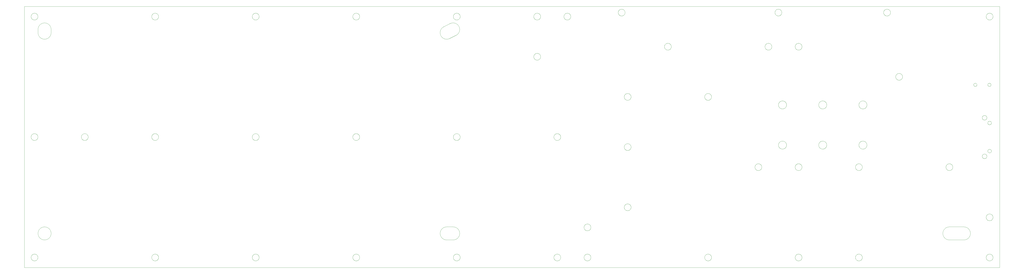
<source format=gko>
G75*
%MOIN*%
%OFA0B0*%
%FSLAX25Y25*%
%IPPOS*%
%LPD*%
%AMOC8*
5,1,8,0,0,1.08239X$1,22.5*
%
%ADD10C,0.00000*%
%ADD11C,0.00039*%
D10*
X0001000Y0060355D02*
X1910449Y0060355D01*
X1910449Y0572166D01*
X0001000Y0572166D01*
X0001000Y0060355D01*
X0013992Y0080040D02*
X0013994Y0080204D01*
X0014000Y0080368D01*
X0014010Y0080532D01*
X0014024Y0080696D01*
X0014042Y0080859D01*
X0014064Y0081022D01*
X0014091Y0081184D01*
X0014121Y0081346D01*
X0014155Y0081506D01*
X0014193Y0081666D01*
X0014234Y0081825D01*
X0014280Y0081983D01*
X0014330Y0082139D01*
X0014383Y0082295D01*
X0014440Y0082449D01*
X0014501Y0082601D01*
X0014566Y0082752D01*
X0014635Y0082902D01*
X0014707Y0083049D01*
X0014782Y0083195D01*
X0014862Y0083339D01*
X0014944Y0083481D01*
X0015030Y0083621D01*
X0015120Y0083758D01*
X0015213Y0083894D01*
X0015309Y0084027D01*
X0015409Y0084158D01*
X0015511Y0084286D01*
X0015617Y0084412D01*
X0015726Y0084535D01*
X0015838Y0084655D01*
X0015952Y0084773D01*
X0016070Y0084887D01*
X0016190Y0084999D01*
X0016313Y0085108D01*
X0016439Y0085214D01*
X0016567Y0085316D01*
X0016698Y0085416D01*
X0016831Y0085512D01*
X0016967Y0085605D01*
X0017104Y0085695D01*
X0017244Y0085781D01*
X0017386Y0085863D01*
X0017530Y0085943D01*
X0017676Y0086018D01*
X0017823Y0086090D01*
X0017973Y0086159D01*
X0018124Y0086224D01*
X0018276Y0086285D01*
X0018430Y0086342D01*
X0018586Y0086395D01*
X0018742Y0086445D01*
X0018900Y0086491D01*
X0019059Y0086532D01*
X0019219Y0086570D01*
X0019379Y0086604D01*
X0019541Y0086634D01*
X0019703Y0086661D01*
X0019866Y0086683D01*
X0020029Y0086701D01*
X0020193Y0086715D01*
X0020357Y0086725D01*
X0020521Y0086731D01*
X0020685Y0086733D01*
X0020849Y0086731D01*
X0021013Y0086725D01*
X0021177Y0086715D01*
X0021341Y0086701D01*
X0021504Y0086683D01*
X0021667Y0086661D01*
X0021829Y0086634D01*
X0021991Y0086604D01*
X0022151Y0086570D01*
X0022311Y0086532D01*
X0022470Y0086491D01*
X0022628Y0086445D01*
X0022784Y0086395D01*
X0022940Y0086342D01*
X0023094Y0086285D01*
X0023246Y0086224D01*
X0023397Y0086159D01*
X0023547Y0086090D01*
X0023694Y0086018D01*
X0023840Y0085943D01*
X0023984Y0085863D01*
X0024126Y0085781D01*
X0024266Y0085695D01*
X0024403Y0085605D01*
X0024539Y0085512D01*
X0024672Y0085416D01*
X0024803Y0085316D01*
X0024931Y0085214D01*
X0025057Y0085108D01*
X0025180Y0084999D01*
X0025300Y0084887D01*
X0025418Y0084773D01*
X0025532Y0084655D01*
X0025644Y0084535D01*
X0025753Y0084412D01*
X0025859Y0084286D01*
X0025961Y0084158D01*
X0026061Y0084027D01*
X0026157Y0083894D01*
X0026250Y0083758D01*
X0026340Y0083621D01*
X0026426Y0083481D01*
X0026508Y0083339D01*
X0026588Y0083195D01*
X0026663Y0083049D01*
X0026735Y0082902D01*
X0026804Y0082752D01*
X0026869Y0082601D01*
X0026930Y0082449D01*
X0026987Y0082295D01*
X0027040Y0082139D01*
X0027090Y0081983D01*
X0027136Y0081825D01*
X0027177Y0081666D01*
X0027215Y0081506D01*
X0027249Y0081346D01*
X0027279Y0081184D01*
X0027306Y0081022D01*
X0027328Y0080859D01*
X0027346Y0080696D01*
X0027360Y0080532D01*
X0027370Y0080368D01*
X0027376Y0080204D01*
X0027378Y0080040D01*
X0027376Y0079876D01*
X0027370Y0079712D01*
X0027360Y0079548D01*
X0027346Y0079384D01*
X0027328Y0079221D01*
X0027306Y0079058D01*
X0027279Y0078896D01*
X0027249Y0078734D01*
X0027215Y0078574D01*
X0027177Y0078414D01*
X0027136Y0078255D01*
X0027090Y0078097D01*
X0027040Y0077941D01*
X0026987Y0077785D01*
X0026930Y0077631D01*
X0026869Y0077479D01*
X0026804Y0077328D01*
X0026735Y0077178D01*
X0026663Y0077031D01*
X0026588Y0076885D01*
X0026508Y0076741D01*
X0026426Y0076599D01*
X0026340Y0076459D01*
X0026250Y0076322D01*
X0026157Y0076186D01*
X0026061Y0076053D01*
X0025961Y0075922D01*
X0025859Y0075794D01*
X0025753Y0075668D01*
X0025644Y0075545D01*
X0025532Y0075425D01*
X0025418Y0075307D01*
X0025300Y0075193D01*
X0025180Y0075081D01*
X0025057Y0074972D01*
X0024931Y0074866D01*
X0024803Y0074764D01*
X0024672Y0074664D01*
X0024539Y0074568D01*
X0024403Y0074475D01*
X0024266Y0074385D01*
X0024126Y0074299D01*
X0023984Y0074217D01*
X0023840Y0074137D01*
X0023694Y0074062D01*
X0023547Y0073990D01*
X0023397Y0073921D01*
X0023246Y0073856D01*
X0023094Y0073795D01*
X0022940Y0073738D01*
X0022784Y0073685D01*
X0022628Y0073635D01*
X0022470Y0073589D01*
X0022311Y0073548D01*
X0022151Y0073510D01*
X0021991Y0073476D01*
X0021829Y0073446D01*
X0021667Y0073419D01*
X0021504Y0073397D01*
X0021341Y0073379D01*
X0021177Y0073365D01*
X0021013Y0073355D01*
X0020849Y0073349D01*
X0020685Y0073347D01*
X0020521Y0073349D01*
X0020357Y0073355D01*
X0020193Y0073365D01*
X0020029Y0073379D01*
X0019866Y0073397D01*
X0019703Y0073419D01*
X0019541Y0073446D01*
X0019379Y0073476D01*
X0019219Y0073510D01*
X0019059Y0073548D01*
X0018900Y0073589D01*
X0018742Y0073635D01*
X0018586Y0073685D01*
X0018430Y0073738D01*
X0018276Y0073795D01*
X0018124Y0073856D01*
X0017973Y0073921D01*
X0017823Y0073990D01*
X0017676Y0074062D01*
X0017530Y0074137D01*
X0017386Y0074217D01*
X0017244Y0074299D01*
X0017104Y0074385D01*
X0016967Y0074475D01*
X0016831Y0074568D01*
X0016698Y0074664D01*
X0016567Y0074764D01*
X0016439Y0074866D01*
X0016313Y0074972D01*
X0016190Y0075081D01*
X0016070Y0075193D01*
X0015952Y0075307D01*
X0015838Y0075425D01*
X0015726Y0075545D01*
X0015617Y0075668D01*
X0015511Y0075794D01*
X0015409Y0075922D01*
X0015309Y0076053D01*
X0015213Y0076186D01*
X0015120Y0076322D01*
X0015030Y0076459D01*
X0014944Y0076599D01*
X0014862Y0076741D01*
X0014782Y0076885D01*
X0014707Y0077031D01*
X0014635Y0077178D01*
X0014566Y0077328D01*
X0014501Y0077479D01*
X0014440Y0077631D01*
X0014383Y0077785D01*
X0014330Y0077941D01*
X0014280Y0078097D01*
X0014234Y0078255D01*
X0014193Y0078414D01*
X0014155Y0078574D01*
X0014121Y0078734D01*
X0014091Y0078896D01*
X0014064Y0079058D01*
X0014042Y0079221D01*
X0014024Y0079384D01*
X0014010Y0079548D01*
X0014000Y0079712D01*
X0013994Y0079876D01*
X0013992Y0080040D01*
X0250213Y0080040D02*
X0250215Y0080204D01*
X0250221Y0080368D01*
X0250231Y0080532D01*
X0250245Y0080696D01*
X0250263Y0080859D01*
X0250285Y0081022D01*
X0250312Y0081184D01*
X0250342Y0081346D01*
X0250376Y0081506D01*
X0250414Y0081666D01*
X0250455Y0081825D01*
X0250501Y0081983D01*
X0250551Y0082139D01*
X0250604Y0082295D01*
X0250661Y0082449D01*
X0250722Y0082601D01*
X0250787Y0082752D01*
X0250856Y0082902D01*
X0250928Y0083049D01*
X0251003Y0083195D01*
X0251083Y0083339D01*
X0251165Y0083481D01*
X0251251Y0083621D01*
X0251341Y0083758D01*
X0251434Y0083894D01*
X0251530Y0084027D01*
X0251630Y0084158D01*
X0251732Y0084286D01*
X0251838Y0084412D01*
X0251947Y0084535D01*
X0252059Y0084655D01*
X0252173Y0084773D01*
X0252291Y0084887D01*
X0252411Y0084999D01*
X0252534Y0085108D01*
X0252660Y0085214D01*
X0252788Y0085316D01*
X0252919Y0085416D01*
X0253052Y0085512D01*
X0253188Y0085605D01*
X0253325Y0085695D01*
X0253465Y0085781D01*
X0253607Y0085863D01*
X0253751Y0085943D01*
X0253897Y0086018D01*
X0254044Y0086090D01*
X0254194Y0086159D01*
X0254345Y0086224D01*
X0254497Y0086285D01*
X0254651Y0086342D01*
X0254807Y0086395D01*
X0254963Y0086445D01*
X0255121Y0086491D01*
X0255280Y0086532D01*
X0255440Y0086570D01*
X0255600Y0086604D01*
X0255762Y0086634D01*
X0255924Y0086661D01*
X0256087Y0086683D01*
X0256250Y0086701D01*
X0256414Y0086715D01*
X0256578Y0086725D01*
X0256742Y0086731D01*
X0256906Y0086733D01*
X0257070Y0086731D01*
X0257234Y0086725D01*
X0257398Y0086715D01*
X0257562Y0086701D01*
X0257725Y0086683D01*
X0257888Y0086661D01*
X0258050Y0086634D01*
X0258212Y0086604D01*
X0258372Y0086570D01*
X0258532Y0086532D01*
X0258691Y0086491D01*
X0258849Y0086445D01*
X0259005Y0086395D01*
X0259161Y0086342D01*
X0259315Y0086285D01*
X0259467Y0086224D01*
X0259618Y0086159D01*
X0259768Y0086090D01*
X0259915Y0086018D01*
X0260061Y0085943D01*
X0260205Y0085863D01*
X0260347Y0085781D01*
X0260487Y0085695D01*
X0260624Y0085605D01*
X0260760Y0085512D01*
X0260893Y0085416D01*
X0261024Y0085316D01*
X0261152Y0085214D01*
X0261278Y0085108D01*
X0261401Y0084999D01*
X0261521Y0084887D01*
X0261639Y0084773D01*
X0261753Y0084655D01*
X0261865Y0084535D01*
X0261974Y0084412D01*
X0262080Y0084286D01*
X0262182Y0084158D01*
X0262282Y0084027D01*
X0262378Y0083894D01*
X0262471Y0083758D01*
X0262561Y0083621D01*
X0262647Y0083481D01*
X0262729Y0083339D01*
X0262809Y0083195D01*
X0262884Y0083049D01*
X0262956Y0082902D01*
X0263025Y0082752D01*
X0263090Y0082601D01*
X0263151Y0082449D01*
X0263208Y0082295D01*
X0263261Y0082139D01*
X0263311Y0081983D01*
X0263357Y0081825D01*
X0263398Y0081666D01*
X0263436Y0081506D01*
X0263470Y0081346D01*
X0263500Y0081184D01*
X0263527Y0081022D01*
X0263549Y0080859D01*
X0263567Y0080696D01*
X0263581Y0080532D01*
X0263591Y0080368D01*
X0263597Y0080204D01*
X0263599Y0080040D01*
X0263597Y0079876D01*
X0263591Y0079712D01*
X0263581Y0079548D01*
X0263567Y0079384D01*
X0263549Y0079221D01*
X0263527Y0079058D01*
X0263500Y0078896D01*
X0263470Y0078734D01*
X0263436Y0078574D01*
X0263398Y0078414D01*
X0263357Y0078255D01*
X0263311Y0078097D01*
X0263261Y0077941D01*
X0263208Y0077785D01*
X0263151Y0077631D01*
X0263090Y0077479D01*
X0263025Y0077328D01*
X0262956Y0077178D01*
X0262884Y0077031D01*
X0262809Y0076885D01*
X0262729Y0076741D01*
X0262647Y0076599D01*
X0262561Y0076459D01*
X0262471Y0076322D01*
X0262378Y0076186D01*
X0262282Y0076053D01*
X0262182Y0075922D01*
X0262080Y0075794D01*
X0261974Y0075668D01*
X0261865Y0075545D01*
X0261753Y0075425D01*
X0261639Y0075307D01*
X0261521Y0075193D01*
X0261401Y0075081D01*
X0261278Y0074972D01*
X0261152Y0074866D01*
X0261024Y0074764D01*
X0260893Y0074664D01*
X0260760Y0074568D01*
X0260624Y0074475D01*
X0260487Y0074385D01*
X0260347Y0074299D01*
X0260205Y0074217D01*
X0260061Y0074137D01*
X0259915Y0074062D01*
X0259768Y0073990D01*
X0259618Y0073921D01*
X0259467Y0073856D01*
X0259315Y0073795D01*
X0259161Y0073738D01*
X0259005Y0073685D01*
X0258849Y0073635D01*
X0258691Y0073589D01*
X0258532Y0073548D01*
X0258372Y0073510D01*
X0258212Y0073476D01*
X0258050Y0073446D01*
X0257888Y0073419D01*
X0257725Y0073397D01*
X0257562Y0073379D01*
X0257398Y0073365D01*
X0257234Y0073355D01*
X0257070Y0073349D01*
X0256906Y0073347D01*
X0256742Y0073349D01*
X0256578Y0073355D01*
X0256414Y0073365D01*
X0256250Y0073379D01*
X0256087Y0073397D01*
X0255924Y0073419D01*
X0255762Y0073446D01*
X0255600Y0073476D01*
X0255440Y0073510D01*
X0255280Y0073548D01*
X0255121Y0073589D01*
X0254963Y0073635D01*
X0254807Y0073685D01*
X0254651Y0073738D01*
X0254497Y0073795D01*
X0254345Y0073856D01*
X0254194Y0073921D01*
X0254044Y0073990D01*
X0253897Y0074062D01*
X0253751Y0074137D01*
X0253607Y0074217D01*
X0253465Y0074299D01*
X0253325Y0074385D01*
X0253188Y0074475D01*
X0253052Y0074568D01*
X0252919Y0074664D01*
X0252788Y0074764D01*
X0252660Y0074866D01*
X0252534Y0074972D01*
X0252411Y0075081D01*
X0252291Y0075193D01*
X0252173Y0075307D01*
X0252059Y0075425D01*
X0251947Y0075545D01*
X0251838Y0075668D01*
X0251732Y0075794D01*
X0251630Y0075922D01*
X0251530Y0076053D01*
X0251434Y0076186D01*
X0251341Y0076322D01*
X0251251Y0076459D01*
X0251165Y0076599D01*
X0251083Y0076741D01*
X0251003Y0076885D01*
X0250928Y0077031D01*
X0250856Y0077178D01*
X0250787Y0077328D01*
X0250722Y0077479D01*
X0250661Y0077631D01*
X0250604Y0077785D01*
X0250551Y0077941D01*
X0250501Y0078097D01*
X0250455Y0078255D01*
X0250414Y0078414D01*
X0250376Y0078574D01*
X0250342Y0078734D01*
X0250312Y0078896D01*
X0250285Y0079058D01*
X0250263Y0079221D01*
X0250245Y0079384D01*
X0250231Y0079548D01*
X0250221Y0079712D01*
X0250215Y0079876D01*
X0250213Y0080040D01*
X0447063Y0080040D02*
X0447065Y0080204D01*
X0447071Y0080368D01*
X0447081Y0080532D01*
X0447095Y0080696D01*
X0447113Y0080859D01*
X0447135Y0081022D01*
X0447162Y0081184D01*
X0447192Y0081346D01*
X0447226Y0081506D01*
X0447264Y0081666D01*
X0447305Y0081825D01*
X0447351Y0081983D01*
X0447401Y0082139D01*
X0447454Y0082295D01*
X0447511Y0082449D01*
X0447572Y0082601D01*
X0447637Y0082752D01*
X0447706Y0082902D01*
X0447778Y0083049D01*
X0447853Y0083195D01*
X0447933Y0083339D01*
X0448015Y0083481D01*
X0448101Y0083621D01*
X0448191Y0083758D01*
X0448284Y0083894D01*
X0448380Y0084027D01*
X0448480Y0084158D01*
X0448582Y0084286D01*
X0448688Y0084412D01*
X0448797Y0084535D01*
X0448909Y0084655D01*
X0449023Y0084773D01*
X0449141Y0084887D01*
X0449261Y0084999D01*
X0449384Y0085108D01*
X0449510Y0085214D01*
X0449638Y0085316D01*
X0449769Y0085416D01*
X0449902Y0085512D01*
X0450038Y0085605D01*
X0450175Y0085695D01*
X0450315Y0085781D01*
X0450457Y0085863D01*
X0450601Y0085943D01*
X0450747Y0086018D01*
X0450894Y0086090D01*
X0451044Y0086159D01*
X0451195Y0086224D01*
X0451347Y0086285D01*
X0451501Y0086342D01*
X0451657Y0086395D01*
X0451813Y0086445D01*
X0451971Y0086491D01*
X0452130Y0086532D01*
X0452290Y0086570D01*
X0452450Y0086604D01*
X0452612Y0086634D01*
X0452774Y0086661D01*
X0452937Y0086683D01*
X0453100Y0086701D01*
X0453264Y0086715D01*
X0453428Y0086725D01*
X0453592Y0086731D01*
X0453756Y0086733D01*
X0453920Y0086731D01*
X0454084Y0086725D01*
X0454248Y0086715D01*
X0454412Y0086701D01*
X0454575Y0086683D01*
X0454738Y0086661D01*
X0454900Y0086634D01*
X0455062Y0086604D01*
X0455222Y0086570D01*
X0455382Y0086532D01*
X0455541Y0086491D01*
X0455699Y0086445D01*
X0455855Y0086395D01*
X0456011Y0086342D01*
X0456165Y0086285D01*
X0456317Y0086224D01*
X0456468Y0086159D01*
X0456618Y0086090D01*
X0456765Y0086018D01*
X0456911Y0085943D01*
X0457055Y0085863D01*
X0457197Y0085781D01*
X0457337Y0085695D01*
X0457474Y0085605D01*
X0457610Y0085512D01*
X0457743Y0085416D01*
X0457874Y0085316D01*
X0458002Y0085214D01*
X0458128Y0085108D01*
X0458251Y0084999D01*
X0458371Y0084887D01*
X0458489Y0084773D01*
X0458603Y0084655D01*
X0458715Y0084535D01*
X0458824Y0084412D01*
X0458930Y0084286D01*
X0459032Y0084158D01*
X0459132Y0084027D01*
X0459228Y0083894D01*
X0459321Y0083758D01*
X0459411Y0083621D01*
X0459497Y0083481D01*
X0459579Y0083339D01*
X0459659Y0083195D01*
X0459734Y0083049D01*
X0459806Y0082902D01*
X0459875Y0082752D01*
X0459940Y0082601D01*
X0460001Y0082449D01*
X0460058Y0082295D01*
X0460111Y0082139D01*
X0460161Y0081983D01*
X0460207Y0081825D01*
X0460248Y0081666D01*
X0460286Y0081506D01*
X0460320Y0081346D01*
X0460350Y0081184D01*
X0460377Y0081022D01*
X0460399Y0080859D01*
X0460417Y0080696D01*
X0460431Y0080532D01*
X0460441Y0080368D01*
X0460447Y0080204D01*
X0460449Y0080040D01*
X0460447Y0079876D01*
X0460441Y0079712D01*
X0460431Y0079548D01*
X0460417Y0079384D01*
X0460399Y0079221D01*
X0460377Y0079058D01*
X0460350Y0078896D01*
X0460320Y0078734D01*
X0460286Y0078574D01*
X0460248Y0078414D01*
X0460207Y0078255D01*
X0460161Y0078097D01*
X0460111Y0077941D01*
X0460058Y0077785D01*
X0460001Y0077631D01*
X0459940Y0077479D01*
X0459875Y0077328D01*
X0459806Y0077178D01*
X0459734Y0077031D01*
X0459659Y0076885D01*
X0459579Y0076741D01*
X0459497Y0076599D01*
X0459411Y0076459D01*
X0459321Y0076322D01*
X0459228Y0076186D01*
X0459132Y0076053D01*
X0459032Y0075922D01*
X0458930Y0075794D01*
X0458824Y0075668D01*
X0458715Y0075545D01*
X0458603Y0075425D01*
X0458489Y0075307D01*
X0458371Y0075193D01*
X0458251Y0075081D01*
X0458128Y0074972D01*
X0458002Y0074866D01*
X0457874Y0074764D01*
X0457743Y0074664D01*
X0457610Y0074568D01*
X0457474Y0074475D01*
X0457337Y0074385D01*
X0457197Y0074299D01*
X0457055Y0074217D01*
X0456911Y0074137D01*
X0456765Y0074062D01*
X0456618Y0073990D01*
X0456468Y0073921D01*
X0456317Y0073856D01*
X0456165Y0073795D01*
X0456011Y0073738D01*
X0455855Y0073685D01*
X0455699Y0073635D01*
X0455541Y0073589D01*
X0455382Y0073548D01*
X0455222Y0073510D01*
X0455062Y0073476D01*
X0454900Y0073446D01*
X0454738Y0073419D01*
X0454575Y0073397D01*
X0454412Y0073379D01*
X0454248Y0073365D01*
X0454084Y0073355D01*
X0453920Y0073349D01*
X0453756Y0073347D01*
X0453592Y0073349D01*
X0453428Y0073355D01*
X0453264Y0073365D01*
X0453100Y0073379D01*
X0452937Y0073397D01*
X0452774Y0073419D01*
X0452612Y0073446D01*
X0452450Y0073476D01*
X0452290Y0073510D01*
X0452130Y0073548D01*
X0451971Y0073589D01*
X0451813Y0073635D01*
X0451657Y0073685D01*
X0451501Y0073738D01*
X0451347Y0073795D01*
X0451195Y0073856D01*
X0451044Y0073921D01*
X0450894Y0073990D01*
X0450747Y0074062D01*
X0450601Y0074137D01*
X0450457Y0074217D01*
X0450315Y0074299D01*
X0450175Y0074385D01*
X0450038Y0074475D01*
X0449902Y0074568D01*
X0449769Y0074664D01*
X0449638Y0074764D01*
X0449510Y0074866D01*
X0449384Y0074972D01*
X0449261Y0075081D01*
X0449141Y0075193D01*
X0449023Y0075307D01*
X0448909Y0075425D01*
X0448797Y0075545D01*
X0448688Y0075668D01*
X0448582Y0075794D01*
X0448480Y0075922D01*
X0448380Y0076053D01*
X0448284Y0076186D01*
X0448191Y0076322D01*
X0448101Y0076459D01*
X0448015Y0076599D01*
X0447933Y0076741D01*
X0447853Y0076885D01*
X0447778Y0077031D01*
X0447706Y0077178D01*
X0447637Y0077328D01*
X0447572Y0077479D01*
X0447511Y0077631D01*
X0447454Y0077785D01*
X0447401Y0077941D01*
X0447351Y0078097D01*
X0447305Y0078255D01*
X0447264Y0078414D01*
X0447226Y0078574D01*
X0447192Y0078734D01*
X0447162Y0078896D01*
X0447135Y0079058D01*
X0447113Y0079221D01*
X0447095Y0079384D01*
X0447081Y0079548D01*
X0447071Y0079712D01*
X0447065Y0079876D01*
X0447063Y0080040D01*
X0643913Y0080040D02*
X0643915Y0080204D01*
X0643921Y0080368D01*
X0643931Y0080532D01*
X0643945Y0080696D01*
X0643963Y0080859D01*
X0643985Y0081022D01*
X0644012Y0081184D01*
X0644042Y0081346D01*
X0644076Y0081506D01*
X0644114Y0081666D01*
X0644155Y0081825D01*
X0644201Y0081983D01*
X0644251Y0082139D01*
X0644304Y0082295D01*
X0644361Y0082449D01*
X0644422Y0082601D01*
X0644487Y0082752D01*
X0644556Y0082902D01*
X0644628Y0083049D01*
X0644703Y0083195D01*
X0644783Y0083339D01*
X0644865Y0083481D01*
X0644951Y0083621D01*
X0645041Y0083758D01*
X0645134Y0083894D01*
X0645230Y0084027D01*
X0645330Y0084158D01*
X0645432Y0084286D01*
X0645538Y0084412D01*
X0645647Y0084535D01*
X0645759Y0084655D01*
X0645873Y0084773D01*
X0645991Y0084887D01*
X0646111Y0084999D01*
X0646234Y0085108D01*
X0646360Y0085214D01*
X0646488Y0085316D01*
X0646619Y0085416D01*
X0646752Y0085512D01*
X0646888Y0085605D01*
X0647025Y0085695D01*
X0647165Y0085781D01*
X0647307Y0085863D01*
X0647451Y0085943D01*
X0647597Y0086018D01*
X0647744Y0086090D01*
X0647894Y0086159D01*
X0648045Y0086224D01*
X0648197Y0086285D01*
X0648351Y0086342D01*
X0648507Y0086395D01*
X0648663Y0086445D01*
X0648821Y0086491D01*
X0648980Y0086532D01*
X0649140Y0086570D01*
X0649300Y0086604D01*
X0649462Y0086634D01*
X0649624Y0086661D01*
X0649787Y0086683D01*
X0649950Y0086701D01*
X0650114Y0086715D01*
X0650278Y0086725D01*
X0650442Y0086731D01*
X0650606Y0086733D01*
X0650770Y0086731D01*
X0650934Y0086725D01*
X0651098Y0086715D01*
X0651262Y0086701D01*
X0651425Y0086683D01*
X0651588Y0086661D01*
X0651750Y0086634D01*
X0651912Y0086604D01*
X0652072Y0086570D01*
X0652232Y0086532D01*
X0652391Y0086491D01*
X0652549Y0086445D01*
X0652705Y0086395D01*
X0652861Y0086342D01*
X0653015Y0086285D01*
X0653167Y0086224D01*
X0653318Y0086159D01*
X0653468Y0086090D01*
X0653615Y0086018D01*
X0653761Y0085943D01*
X0653905Y0085863D01*
X0654047Y0085781D01*
X0654187Y0085695D01*
X0654324Y0085605D01*
X0654460Y0085512D01*
X0654593Y0085416D01*
X0654724Y0085316D01*
X0654852Y0085214D01*
X0654978Y0085108D01*
X0655101Y0084999D01*
X0655221Y0084887D01*
X0655339Y0084773D01*
X0655453Y0084655D01*
X0655565Y0084535D01*
X0655674Y0084412D01*
X0655780Y0084286D01*
X0655882Y0084158D01*
X0655982Y0084027D01*
X0656078Y0083894D01*
X0656171Y0083758D01*
X0656261Y0083621D01*
X0656347Y0083481D01*
X0656429Y0083339D01*
X0656509Y0083195D01*
X0656584Y0083049D01*
X0656656Y0082902D01*
X0656725Y0082752D01*
X0656790Y0082601D01*
X0656851Y0082449D01*
X0656908Y0082295D01*
X0656961Y0082139D01*
X0657011Y0081983D01*
X0657057Y0081825D01*
X0657098Y0081666D01*
X0657136Y0081506D01*
X0657170Y0081346D01*
X0657200Y0081184D01*
X0657227Y0081022D01*
X0657249Y0080859D01*
X0657267Y0080696D01*
X0657281Y0080532D01*
X0657291Y0080368D01*
X0657297Y0080204D01*
X0657299Y0080040D01*
X0657297Y0079876D01*
X0657291Y0079712D01*
X0657281Y0079548D01*
X0657267Y0079384D01*
X0657249Y0079221D01*
X0657227Y0079058D01*
X0657200Y0078896D01*
X0657170Y0078734D01*
X0657136Y0078574D01*
X0657098Y0078414D01*
X0657057Y0078255D01*
X0657011Y0078097D01*
X0656961Y0077941D01*
X0656908Y0077785D01*
X0656851Y0077631D01*
X0656790Y0077479D01*
X0656725Y0077328D01*
X0656656Y0077178D01*
X0656584Y0077031D01*
X0656509Y0076885D01*
X0656429Y0076741D01*
X0656347Y0076599D01*
X0656261Y0076459D01*
X0656171Y0076322D01*
X0656078Y0076186D01*
X0655982Y0076053D01*
X0655882Y0075922D01*
X0655780Y0075794D01*
X0655674Y0075668D01*
X0655565Y0075545D01*
X0655453Y0075425D01*
X0655339Y0075307D01*
X0655221Y0075193D01*
X0655101Y0075081D01*
X0654978Y0074972D01*
X0654852Y0074866D01*
X0654724Y0074764D01*
X0654593Y0074664D01*
X0654460Y0074568D01*
X0654324Y0074475D01*
X0654187Y0074385D01*
X0654047Y0074299D01*
X0653905Y0074217D01*
X0653761Y0074137D01*
X0653615Y0074062D01*
X0653468Y0073990D01*
X0653318Y0073921D01*
X0653167Y0073856D01*
X0653015Y0073795D01*
X0652861Y0073738D01*
X0652705Y0073685D01*
X0652549Y0073635D01*
X0652391Y0073589D01*
X0652232Y0073548D01*
X0652072Y0073510D01*
X0651912Y0073476D01*
X0651750Y0073446D01*
X0651588Y0073419D01*
X0651425Y0073397D01*
X0651262Y0073379D01*
X0651098Y0073365D01*
X0650934Y0073355D01*
X0650770Y0073349D01*
X0650606Y0073347D01*
X0650442Y0073349D01*
X0650278Y0073355D01*
X0650114Y0073365D01*
X0649950Y0073379D01*
X0649787Y0073397D01*
X0649624Y0073419D01*
X0649462Y0073446D01*
X0649300Y0073476D01*
X0649140Y0073510D01*
X0648980Y0073548D01*
X0648821Y0073589D01*
X0648663Y0073635D01*
X0648507Y0073685D01*
X0648351Y0073738D01*
X0648197Y0073795D01*
X0648045Y0073856D01*
X0647894Y0073921D01*
X0647744Y0073990D01*
X0647597Y0074062D01*
X0647451Y0074137D01*
X0647307Y0074217D01*
X0647165Y0074299D01*
X0647025Y0074385D01*
X0646888Y0074475D01*
X0646752Y0074568D01*
X0646619Y0074664D01*
X0646488Y0074764D01*
X0646360Y0074866D01*
X0646234Y0074972D01*
X0646111Y0075081D01*
X0645991Y0075193D01*
X0645873Y0075307D01*
X0645759Y0075425D01*
X0645647Y0075545D01*
X0645538Y0075668D01*
X0645432Y0075794D01*
X0645330Y0075922D01*
X0645230Y0076053D01*
X0645134Y0076186D01*
X0645041Y0076322D01*
X0644951Y0076459D01*
X0644865Y0076599D01*
X0644783Y0076741D01*
X0644703Y0076885D01*
X0644628Y0077031D01*
X0644556Y0077178D01*
X0644487Y0077328D01*
X0644422Y0077479D01*
X0644361Y0077631D01*
X0644304Y0077785D01*
X0644251Y0077941D01*
X0644201Y0078097D01*
X0644155Y0078255D01*
X0644114Y0078414D01*
X0644076Y0078574D01*
X0644042Y0078734D01*
X0644012Y0078896D01*
X0643985Y0079058D01*
X0643963Y0079221D01*
X0643945Y0079384D01*
X0643931Y0079548D01*
X0643921Y0079712D01*
X0643915Y0079876D01*
X0643913Y0080040D01*
X0840764Y0080040D02*
X0840766Y0080204D01*
X0840772Y0080368D01*
X0840782Y0080532D01*
X0840796Y0080696D01*
X0840814Y0080859D01*
X0840836Y0081022D01*
X0840863Y0081184D01*
X0840893Y0081346D01*
X0840927Y0081506D01*
X0840965Y0081666D01*
X0841006Y0081825D01*
X0841052Y0081983D01*
X0841102Y0082139D01*
X0841155Y0082295D01*
X0841212Y0082449D01*
X0841273Y0082601D01*
X0841338Y0082752D01*
X0841407Y0082902D01*
X0841479Y0083049D01*
X0841554Y0083195D01*
X0841634Y0083339D01*
X0841716Y0083481D01*
X0841802Y0083621D01*
X0841892Y0083758D01*
X0841985Y0083894D01*
X0842081Y0084027D01*
X0842181Y0084158D01*
X0842283Y0084286D01*
X0842389Y0084412D01*
X0842498Y0084535D01*
X0842610Y0084655D01*
X0842724Y0084773D01*
X0842842Y0084887D01*
X0842962Y0084999D01*
X0843085Y0085108D01*
X0843211Y0085214D01*
X0843339Y0085316D01*
X0843470Y0085416D01*
X0843603Y0085512D01*
X0843739Y0085605D01*
X0843876Y0085695D01*
X0844016Y0085781D01*
X0844158Y0085863D01*
X0844302Y0085943D01*
X0844448Y0086018D01*
X0844595Y0086090D01*
X0844745Y0086159D01*
X0844896Y0086224D01*
X0845048Y0086285D01*
X0845202Y0086342D01*
X0845358Y0086395D01*
X0845514Y0086445D01*
X0845672Y0086491D01*
X0845831Y0086532D01*
X0845991Y0086570D01*
X0846151Y0086604D01*
X0846313Y0086634D01*
X0846475Y0086661D01*
X0846638Y0086683D01*
X0846801Y0086701D01*
X0846965Y0086715D01*
X0847129Y0086725D01*
X0847293Y0086731D01*
X0847457Y0086733D01*
X0847621Y0086731D01*
X0847785Y0086725D01*
X0847949Y0086715D01*
X0848113Y0086701D01*
X0848276Y0086683D01*
X0848439Y0086661D01*
X0848601Y0086634D01*
X0848763Y0086604D01*
X0848923Y0086570D01*
X0849083Y0086532D01*
X0849242Y0086491D01*
X0849400Y0086445D01*
X0849556Y0086395D01*
X0849712Y0086342D01*
X0849866Y0086285D01*
X0850018Y0086224D01*
X0850169Y0086159D01*
X0850319Y0086090D01*
X0850466Y0086018D01*
X0850612Y0085943D01*
X0850756Y0085863D01*
X0850898Y0085781D01*
X0851038Y0085695D01*
X0851175Y0085605D01*
X0851311Y0085512D01*
X0851444Y0085416D01*
X0851575Y0085316D01*
X0851703Y0085214D01*
X0851829Y0085108D01*
X0851952Y0084999D01*
X0852072Y0084887D01*
X0852190Y0084773D01*
X0852304Y0084655D01*
X0852416Y0084535D01*
X0852525Y0084412D01*
X0852631Y0084286D01*
X0852733Y0084158D01*
X0852833Y0084027D01*
X0852929Y0083894D01*
X0853022Y0083758D01*
X0853112Y0083621D01*
X0853198Y0083481D01*
X0853280Y0083339D01*
X0853360Y0083195D01*
X0853435Y0083049D01*
X0853507Y0082902D01*
X0853576Y0082752D01*
X0853641Y0082601D01*
X0853702Y0082449D01*
X0853759Y0082295D01*
X0853812Y0082139D01*
X0853862Y0081983D01*
X0853908Y0081825D01*
X0853949Y0081666D01*
X0853987Y0081506D01*
X0854021Y0081346D01*
X0854051Y0081184D01*
X0854078Y0081022D01*
X0854100Y0080859D01*
X0854118Y0080696D01*
X0854132Y0080532D01*
X0854142Y0080368D01*
X0854148Y0080204D01*
X0854150Y0080040D01*
X0854148Y0079876D01*
X0854142Y0079712D01*
X0854132Y0079548D01*
X0854118Y0079384D01*
X0854100Y0079221D01*
X0854078Y0079058D01*
X0854051Y0078896D01*
X0854021Y0078734D01*
X0853987Y0078574D01*
X0853949Y0078414D01*
X0853908Y0078255D01*
X0853862Y0078097D01*
X0853812Y0077941D01*
X0853759Y0077785D01*
X0853702Y0077631D01*
X0853641Y0077479D01*
X0853576Y0077328D01*
X0853507Y0077178D01*
X0853435Y0077031D01*
X0853360Y0076885D01*
X0853280Y0076741D01*
X0853198Y0076599D01*
X0853112Y0076459D01*
X0853022Y0076322D01*
X0852929Y0076186D01*
X0852833Y0076053D01*
X0852733Y0075922D01*
X0852631Y0075794D01*
X0852525Y0075668D01*
X0852416Y0075545D01*
X0852304Y0075425D01*
X0852190Y0075307D01*
X0852072Y0075193D01*
X0851952Y0075081D01*
X0851829Y0074972D01*
X0851703Y0074866D01*
X0851575Y0074764D01*
X0851444Y0074664D01*
X0851311Y0074568D01*
X0851175Y0074475D01*
X0851038Y0074385D01*
X0850898Y0074299D01*
X0850756Y0074217D01*
X0850612Y0074137D01*
X0850466Y0074062D01*
X0850319Y0073990D01*
X0850169Y0073921D01*
X0850018Y0073856D01*
X0849866Y0073795D01*
X0849712Y0073738D01*
X0849556Y0073685D01*
X0849400Y0073635D01*
X0849242Y0073589D01*
X0849083Y0073548D01*
X0848923Y0073510D01*
X0848763Y0073476D01*
X0848601Y0073446D01*
X0848439Y0073419D01*
X0848276Y0073397D01*
X0848113Y0073379D01*
X0847949Y0073365D01*
X0847785Y0073355D01*
X0847621Y0073349D01*
X0847457Y0073347D01*
X0847293Y0073349D01*
X0847129Y0073355D01*
X0846965Y0073365D01*
X0846801Y0073379D01*
X0846638Y0073397D01*
X0846475Y0073419D01*
X0846313Y0073446D01*
X0846151Y0073476D01*
X0845991Y0073510D01*
X0845831Y0073548D01*
X0845672Y0073589D01*
X0845514Y0073635D01*
X0845358Y0073685D01*
X0845202Y0073738D01*
X0845048Y0073795D01*
X0844896Y0073856D01*
X0844745Y0073921D01*
X0844595Y0073990D01*
X0844448Y0074062D01*
X0844302Y0074137D01*
X0844158Y0074217D01*
X0844016Y0074299D01*
X0843876Y0074385D01*
X0843739Y0074475D01*
X0843603Y0074568D01*
X0843470Y0074664D01*
X0843339Y0074764D01*
X0843211Y0074866D01*
X0843085Y0074972D01*
X0842962Y0075081D01*
X0842842Y0075193D01*
X0842724Y0075307D01*
X0842610Y0075425D01*
X0842498Y0075545D01*
X0842389Y0075668D01*
X0842283Y0075794D01*
X0842181Y0075922D01*
X0842081Y0076053D01*
X0841985Y0076186D01*
X0841892Y0076322D01*
X0841802Y0076459D01*
X0841716Y0076599D01*
X0841634Y0076741D01*
X0841554Y0076885D01*
X0841479Y0077031D01*
X0841407Y0077178D01*
X0841338Y0077328D01*
X0841273Y0077479D01*
X0841212Y0077631D01*
X0841155Y0077785D01*
X0841102Y0077941D01*
X0841052Y0078097D01*
X0841006Y0078255D01*
X0840965Y0078414D01*
X0840927Y0078574D01*
X0840893Y0078734D01*
X0840863Y0078896D01*
X0840836Y0079058D01*
X0840814Y0079221D01*
X0840796Y0079384D01*
X0840782Y0079548D01*
X0840772Y0079712D01*
X0840766Y0079876D01*
X0840764Y0080040D01*
X1037614Y0080040D02*
X1037616Y0080204D01*
X1037622Y0080368D01*
X1037632Y0080532D01*
X1037646Y0080696D01*
X1037664Y0080859D01*
X1037686Y0081022D01*
X1037713Y0081184D01*
X1037743Y0081346D01*
X1037777Y0081506D01*
X1037815Y0081666D01*
X1037856Y0081825D01*
X1037902Y0081983D01*
X1037952Y0082139D01*
X1038005Y0082295D01*
X1038062Y0082449D01*
X1038123Y0082601D01*
X1038188Y0082752D01*
X1038257Y0082902D01*
X1038329Y0083049D01*
X1038404Y0083195D01*
X1038484Y0083339D01*
X1038566Y0083481D01*
X1038652Y0083621D01*
X1038742Y0083758D01*
X1038835Y0083894D01*
X1038931Y0084027D01*
X1039031Y0084158D01*
X1039133Y0084286D01*
X1039239Y0084412D01*
X1039348Y0084535D01*
X1039460Y0084655D01*
X1039574Y0084773D01*
X1039692Y0084887D01*
X1039812Y0084999D01*
X1039935Y0085108D01*
X1040061Y0085214D01*
X1040189Y0085316D01*
X1040320Y0085416D01*
X1040453Y0085512D01*
X1040589Y0085605D01*
X1040726Y0085695D01*
X1040866Y0085781D01*
X1041008Y0085863D01*
X1041152Y0085943D01*
X1041298Y0086018D01*
X1041445Y0086090D01*
X1041595Y0086159D01*
X1041746Y0086224D01*
X1041898Y0086285D01*
X1042052Y0086342D01*
X1042208Y0086395D01*
X1042364Y0086445D01*
X1042522Y0086491D01*
X1042681Y0086532D01*
X1042841Y0086570D01*
X1043001Y0086604D01*
X1043163Y0086634D01*
X1043325Y0086661D01*
X1043488Y0086683D01*
X1043651Y0086701D01*
X1043815Y0086715D01*
X1043979Y0086725D01*
X1044143Y0086731D01*
X1044307Y0086733D01*
X1044471Y0086731D01*
X1044635Y0086725D01*
X1044799Y0086715D01*
X1044963Y0086701D01*
X1045126Y0086683D01*
X1045289Y0086661D01*
X1045451Y0086634D01*
X1045613Y0086604D01*
X1045773Y0086570D01*
X1045933Y0086532D01*
X1046092Y0086491D01*
X1046250Y0086445D01*
X1046406Y0086395D01*
X1046562Y0086342D01*
X1046716Y0086285D01*
X1046868Y0086224D01*
X1047019Y0086159D01*
X1047169Y0086090D01*
X1047316Y0086018D01*
X1047462Y0085943D01*
X1047606Y0085863D01*
X1047748Y0085781D01*
X1047888Y0085695D01*
X1048025Y0085605D01*
X1048161Y0085512D01*
X1048294Y0085416D01*
X1048425Y0085316D01*
X1048553Y0085214D01*
X1048679Y0085108D01*
X1048802Y0084999D01*
X1048922Y0084887D01*
X1049040Y0084773D01*
X1049154Y0084655D01*
X1049266Y0084535D01*
X1049375Y0084412D01*
X1049481Y0084286D01*
X1049583Y0084158D01*
X1049683Y0084027D01*
X1049779Y0083894D01*
X1049872Y0083758D01*
X1049962Y0083621D01*
X1050048Y0083481D01*
X1050130Y0083339D01*
X1050210Y0083195D01*
X1050285Y0083049D01*
X1050357Y0082902D01*
X1050426Y0082752D01*
X1050491Y0082601D01*
X1050552Y0082449D01*
X1050609Y0082295D01*
X1050662Y0082139D01*
X1050712Y0081983D01*
X1050758Y0081825D01*
X1050799Y0081666D01*
X1050837Y0081506D01*
X1050871Y0081346D01*
X1050901Y0081184D01*
X1050928Y0081022D01*
X1050950Y0080859D01*
X1050968Y0080696D01*
X1050982Y0080532D01*
X1050992Y0080368D01*
X1050998Y0080204D01*
X1051000Y0080040D01*
X1050998Y0079876D01*
X1050992Y0079712D01*
X1050982Y0079548D01*
X1050968Y0079384D01*
X1050950Y0079221D01*
X1050928Y0079058D01*
X1050901Y0078896D01*
X1050871Y0078734D01*
X1050837Y0078574D01*
X1050799Y0078414D01*
X1050758Y0078255D01*
X1050712Y0078097D01*
X1050662Y0077941D01*
X1050609Y0077785D01*
X1050552Y0077631D01*
X1050491Y0077479D01*
X1050426Y0077328D01*
X1050357Y0077178D01*
X1050285Y0077031D01*
X1050210Y0076885D01*
X1050130Y0076741D01*
X1050048Y0076599D01*
X1049962Y0076459D01*
X1049872Y0076322D01*
X1049779Y0076186D01*
X1049683Y0076053D01*
X1049583Y0075922D01*
X1049481Y0075794D01*
X1049375Y0075668D01*
X1049266Y0075545D01*
X1049154Y0075425D01*
X1049040Y0075307D01*
X1048922Y0075193D01*
X1048802Y0075081D01*
X1048679Y0074972D01*
X1048553Y0074866D01*
X1048425Y0074764D01*
X1048294Y0074664D01*
X1048161Y0074568D01*
X1048025Y0074475D01*
X1047888Y0074385D01*
X1047748Y0074299D01*
X1047606Y0074217D01*
X1047462Y0074137D01*
X1047316Y0074062D01*
X1047169Y0073990D01*
X1047019Y0073921D01*
X1046868Y0073856D01*
X1046716Y0073795D01*
X1046562Y0073738D01*
X1046406Y0073685D01*
X1046250Y0073635D01*
X1046092Y0073589D01*
X1045933Y0073548D01*
X1045773Y0073510D01*
X1045613Y0073476D01*
X1045451Y0073446D01*
X1045289Y0073419D01*
X1045126Y0073397D01*
X1044963Y0073379D01*
X1044799Y0073365D01*
X1044635Y0073355D01*
X1044471Y0073349D01*
X1044307Y0073347D01*
X1044143Y0073349D01*
X1043979Y0073355D01*
X1043815Y0073365D01*
X1043651Y0073379D01*
X1043488Y0073397D01*
X1043325Y0073419D01*
X1043163Y0073446D01*
X1043001Y0073476D01*
X1042841Y0073510D01*
X1042681Y0073548D01*
X1042522Y0073589D01*
X1042364Y0073635D01*
X1042208Y0073685D01*
X1042052Y0073738D01*
X1041898Y0073795D01*
X1041746Y0073856D01*
X1041595Y0073921D01*
X1041445Y0073990D01*
X1041298Y0074062D01*
X1041152Y0074137D01*
X1041008Y0074217D01*
X1040866Y0074299D01*
X1040726Y0074385D01*
X1040589Y0074475D01*
X1040453Y0074568D01*
X1040320Y0074664D01*
X1040189Y0074764D01*
X1040061Y0074866D01*
X1039935Y0074972D01*
X1039812Y0075081D01*
X1039692Y0075193D01*
X1039574Y0075307D01*
X1039460Y0075425D01*
X1039348Y0075545D01*
X1039239Y0075668D01*
X1039133Y0075794D01*
X1039031Y0075922D01*
X1038931Y0076053D01*
X1038835Y0076186D01*
X1038742Y0076322D01*
X1038652Y0076459D01*
X1038566Y0076599D01*
X1038484Y0076741D01*
X1038404Y0076885D01*
X1038329Y0077031D01*
X1038257Y0077178D01*
X1038188Y0077328D01*
X1038123Y0077479D01*
X1038062Y0077631D01*
X1038005Y0077785D01*
X1037952Y0077941D01*
X1037902Y0078097D01*
X1037856Y0078255D01*
X1037815Y0078414D01*
X1037777Y0078574D01*
X1037743Y0078734D01*
X1037713Y0078896D01*
X1037686Y0079058D01*
X1037664Y0079221D01*
X1037646Y0079384D01*
X1037632Y0079548D01*
X1037622Y0079712D01*
X1037616Y0079876D01*
X1037614Y0080040D01*
X1096669Y0080040D02*
X1096671Y0080204D01*
X1096677Y0080368D01*
X1096687Y0080532D01*
X1096701Y0080696D01*
X1096719Y0080859D01*
X1096741Y0081022D01*
X1096768Y0081184D01*
X1096798Y0081346D01*
X1096832Y0081506D01*
X1096870Y0081666D01*
X1096911Y0081825D01*
X1096957Y0081983D01*
X1097007Y0082139D01*
X1097060Y0082295D01*
X1097117Y0082449D01*
X1097178Y0082601D01*
X1097243Y0082752D01*
X1097312Y0082902D01*
X1097384Y0083049D01*
X1097459Y0083195D01*
X1097539Y0083339D01*
X1097621Y0083481D01*
X1097707Y0083621D01*
X1097797Y0083758D01*
X1097890Y0083894D01*
X1097986Y0084027D01*
X1098086Y0084158D01*
X1098188Y0084286D01*
X1098294Y0084412D01*
X1098403Y0084535D01*
X1098515Y0084655D01*
X1098629Y0084773D01*
X1098747Y0084887D01*
X1098867Y0084999D01*
X1098990Y0085108D01*
X1099116Y0085214D01*
X1099244Y0085316D01*
X1099375Y0085416D01*
X1099508Y0085512D01*
X1099644Y0085605D01*
X1099781Y0085695D01*
X1099921Y0085781D01*
X1100063Y0085863D01*
X1100207Y0085943D01*
X1100353Y0086018D01*
X1100500Y0086090D01*
X1100650Y0086159D01*
X1100801Y0086224D01*
X1100953Y0086285D01*
X1101107Y0086342D01*
X1101263Y0086395D01*
X1101419Y0086445D01*
X1101577Y0086491D01*
X1101736Y0086532D01*
X1101896Y0086570D01*
X1102056Y0086604D01*
X1102218Y0086634D01*
X1102380Y0086661D01*
X1102543Y0086683D01*
X1102706Y0086701D01*
X1102870Y0086715D01*
X1103034Y0086725D01*
X1103198Y0086731D01*
X1103362Y0086733D01*
X1103526Y0086731D01*
X1103690Y0086725D01*
X1103854Y0086715D01*
X1104018Y0086701D01*
X1104181Y0086683D01*
X1104344Y0086661D01*
X1104506Y0086634D01*
X1104668Y0086604D01*
X1104828Y0086570D01*
X1104988Y0086532D01*
X1105147Y0086491D01*
X1105305Y0086445D01*
X1105461Y0086395D01*
X1105617Y0086342D01*
X1105771Y0086285D01*
X1105923Y0086224D01*
X1106074Y0086159D01*
X1106224Y0086090D01*
X1106371Y0086018D01*
X1106517Y0085943D01*
X1106661Y0085863D01*
X1106803Y0085781D01*
X1106943Y0085695D01*
X1107080Y0085605D01*
X1107216Y0085512D01*
X1107349Y0085416D01*
X1107480Y0085316D01*
X1107608Y0085214D01*
X1107734Y0085108D01*
X1107857Y0084999D01*
X1107977Y0084887D01*
X1108095Y0084773D01*
X1108209Y0084655D01*
X1108321Y0084535D01*
X1108430Y0084412D01*
X1108536Y0084286D01*
X1108638Y0084158D01*
X1108738Y0084027D01*
X1108834Y0083894D01*
X1108927Y0083758D01*
X1109017Y0083621D01*
X1109103Y0083481D01*
X1109185Y0083339D01*
X1109265Y0083195D01*
X1109340Y0083049D01*
X1109412Y0082902D01*
X1109481Y0082752D01*
X1109546Y0082601D01*
X1109607Y0082449D01*
X1109664Y0082295D01*
X1109717Y0082139D01*
X1109767Y0081983D01*
X1109813Y0081825D01*
X1109854Y0081666D01*
X1109892Y0081506D01*
X1109926Y0081346D01*
X1109956Y0081184D01*
X1109983Y0081022D01*
X1110005Y0080859D01*
X1110023Y0080696D01*
X1110037Y0080532D01*
X1110047Y0080368D01*
X1110053Y0080204D01*
X1110055Y0080040D01*
X1110053Y0079876D01*
X1110047Y0079712D01*
X1110037Y0079548D01*
X1110023Y0079384D01*
X1110005Y0079221D01*
X1109983Y0079058D01*
X1109956Y0078896D01*
X1109926Y0078734D01*
X1109892Y0078574D01*
X1109854Y0078414D01*
X1109813Y0078255D01*
X1109767Y0078097D01*
X1109717Y0077941D01*
X1109664Y0077785D01*
X1109607Y0077631D01*
X1109546Y0077479D01*
X1109481Y0077328D01*
X1109412Y0077178D01*
X1109340Y0077031D01*
X1109265Y0076885D01*
X1109185Y0076741D01*
X1109103Y0076599D01*
X1109017Y0076459D01*
X1108927Y0076322D01*
X1108834Y0076186D01*
X1108738Y0076053D01*
X1108638Y0075922D01*
X1108536Y0075794D01*
X1108430Y0075668D01*
X1108321Y0075545D01*
X1108209Y0075425D01*
X1108095Y0075307D01*
X1107977Y0075193D01*
X1107857Y0075081D01*
X1107734Y0074972D01*
X1107608Y0074866D01*
X1107480Y0074764D01*
X1107349Y0074664D01*
X1107216Y0074568D01*
X1107080Y0074475D01*
X1106943Y0074385D01*
X1106803Y0074299D01*
X1106661Y0074217D01*
X1106517Y0074137D01*
X1106371Y0074062D01*
X1106224Y0073990D01*
X1106074Y0073921D01*
X1105923Y0073856D01*
X1105771Y0073795D01*
X1105617Y0073738D01*
X1105461Y0073685D01*
X1105305Y0073635D01*
X1105147Y0073589D01*
X1104988Y0073548D01*
X1104828Y0073510D01*
X1104668Y0073476D01*
X1104506Y0073446D01*
X1104344Y0073419D01*
X1104181Y0073397D01*
X1104018Y0073379D01*
X1103854Y0073365D01*
X1103690Y0073355D01*
X1103526Y0073349D01*
X1103362Y0073347D01*
X1103198Y0073349D01*
X1103034Y0073355D01*
X1102870Y0073365D01*
X1102706Y0073379D01*
X1102543Y0073397D01*
X1102380Y0073419D01*
X1102218Y0073446D01*
X1102056Y0073476D01*
X1101896Y0073510D01*
X1101736Y0073548D01*
X1101577Y0073589D01*
X1101419Y0073635D01*
X1101263Y0073685D01*
X1101107Y0073738D01*
X1100953Y0073795D01*
X1100801Y0073856D01*
X1100650Y0073921D01*
X1100500Y0073990D01*
X1100353Y0074062D01*
X1100207Y0074137D01*
X1100063Y0074217D01*
X1099921Y0074299D01*
X1099781Y0074385D01*
X1099644Y0074475D01*
X1099508Y0074568D01*
X1099375Y0074664D01*
X1099244Y0074764D01*
X1099116Y0074866D01*
X1098990Y0074972D01*
X1098867Y0075081D01*
X1098747Y0075193D01*
X1098629Y0075307D01*
X1098515Y0075425D01*
X1098403Y0075545D01*
X1098294Y0075668D01*
X1098188Y0075794D01*
X1098086Y0075922D01*
X1097986Y0076053D01*
X1097890Y0076186D01*
X1097797Y0076322D01*
X1097707Y0076459D01*
X1097621Y0076599D01*
X1097539Y0076741D01*
X1097459Y0076885D01*
X1097384Y0077031D01*
X1097312Y0077178D01*
X1097243Y0077328D01*
X1097178Y0077479D01*
X1097117Y0077631D01*
X1097060Y0077785D01*
X1097007Y0077941D01*
X1096957Y0078097D01*
X1096911Y0078255D01*
X1096870Y0078414D01*
X1096832Y0078574D01*
X1096798Y0078734D01*
X1096768Y0078896D01*
X1096741Y0079058D01*
X1096719Y0079221D01*
X1096701Y0079384D01*
X1096687Y0079548D01*
X1096677Y0079712D01*
X1096671Y0079876D01*
X1096669Y0080040D01*
X1096669Y0139095D02*
X1096671Y0139259D01*
X1096677Y0139423D01*
X1096687Y0139587D01*
X1096701Y0139751D01*
X1096719Y0139914D01*
X1096741Y0140077D01*
X1096768Y0140239D01*
X1096798Y0140401D01*
X1096832Y0140561D01*
X1096870Y0140721D01*
X1096911Y0140880D01*
X1096957Y0141038D01*
X1097007Y0141194D01*
X1097060Y0141350D01*
X1097117Y0141504D01*
X1097178Y0141656D01*
X1097243Y0141807D01*
X1097312Y0141957D01*
X1097384Y0142104D01*
X1097459Y0142250D01*
X1097539Y0142394D01*
X1097621Y0142536D01*
X1097707Y0142676D01*
X1097797Y0142813D01*
X1097890Y0142949D01*
X1097986Y0143082D01*
X1098086Y0143213D01*
X1098188Y0143341D01*
X1098294Y0143467D01*
X1098403Y0143590D01*
X1098515Y0143710D01*
X1098629Y0143828D01*
X1098747Y0143942D01*
X1098867Y0144054D01*
X1098990Y0144163D01*
X1099116Y0144269D01*
X1099244Y0144371D01*
X1099375Y0144471D01*
X1099508Y0144567D01*
X1099644Y0144660D01*
X1099781Y0144750D01*
X1099921Y0144836D01*
X1100063Y0144918D01*
X1100207Y0144998D01*
X1100353Y0145073D01*
X1100500Y0145145D01*
X1100650Y0145214D01*
X1100801Y0145279D01*
X1100953Y0145340D01*
X1101107Y0145397D01*
X1101263Y0145450D01*
X1101419Y0145500D01*
X1101577Y0145546D01*
X1101736Y0145587D01*
X1101896Y0145625D01*
X1102056Y0145659D01*
X1102218Y0145689D01*
X1102380Y0145716D01*
X1102543Y0145738D01*
X1102706Y0145756D01*
X1102870Y0145770D01*
X1103034Y0145780D01*
X1103198Y0145786D01*
X1103362Y0145788D01*
X1103526Y0145786D01*
X1103690Y0145780D01*
X1103854Y0145770D01*
X1104018Y0145756D01*
X1104181Y0145738D01*
X1104344Y0145716D01*
X1104506Y0145689D01*
X1104668Y0145659D01*
X1104828Y0145625D01*
X1104988Y0145587D01*
X1105147Y0145546D01*
X1105305Y0145500D01*
X1105461Y0145450D01*
X1105617Y0145397D01*
X1105771Y0145340D01*
X1105923Y0145279D01*
X1106074Y0145214D01*
X1106224Y0145145D01*
X1106371Y0145073D01*
X1106517Y0144998D01*
X1106661Y0144918D01*
X1106803Y0144836D01*
X1106943Y0144750D01*
X1107080Y0144660D01*
X1107216Y0144567D01*
X1107349Y0144471D01*
X1107480Y0144371D01*
X1107608Y0144269D01*
X1107734Y0144163D01*
X1107857Y0144054D01*
X1107977Y0143942D01*
X1108095Y0143828D01*
X1108209Y0143710D01*
X1108321Y0143590D01*
X1108430Y0143467D01*
X1108536Y0143341D01*
X1108638Y0143213D01*
X1108738Y0143082D01*
X1108834Y0142949D01*
X1108927Y0142813D01*
X1109017Y0142676D01*
X1109103Y0142536D01*
X1109185Y0142394D01*
X1109265Y0142250D01*
X1109340Y0142104D01*
X1109412Y0141957D01*
X1109481Y0141807D01*
X1109546Y0141656D01*
X1109607Y0141504D01*
X1109664Y0141350D01*
X1109717Y0141194D01*
X1109767Y0141038D01*
X1109813Y0140880D01*
X1109854Y0140721D01*
X1109892Y0140561D01*
X1109926Y0140401D01*
X1109956Y0140239D01*
X1109983Y0140077D01*
X1110005Y0139914D01*
X1110023Y0139751D01*
X1110037Y0139587D01*
X1110047Y0139423D01*
X1110053Y0139259D01*
X1110055Y0139095D01*
X1110053Y0138931D01*
X1110047Y0138767D01*
X1110037Y0138603D01*
X1110023Y0138439D01*
X1110005Y0138276D01*
X1109983Y0138113D01*
X1109956Y0137951D01*
X1109926Y0137789D01*
X1109892Y0137629D01*
X1109854Y0137469D01*
X1109813Y0137310D01*
X1109767Y0137152D01*
X1109717Y0136996D01*
X1109664Y0136840D01*
X1109607Y0136686D01*
X1109546Y0136534D01*
X1109481Y0136383D01*
X1109412Y0136233D01*
X1109340Y0136086D01*
X1109265Y0135940D01*
X1109185Y0135796D01*
X1109103Y0135654D01*
X1109017Y0135514D01*
X1108927Y0135377D01*
X1108834Y0135241D01*
X1108738Y0135108D01*
X1108638Y0134977D01*
X1108536Y0134849D01*
X1108430Y0134723D01*
X1108321Y0134600D01*
X1108209Y0134480D01*
X1108095Y0134362D01*
X1107977Y0134248D01*
X1107857Y0134136D01*
X1107734Y0134027D01*
X1107608Y0133921D01*
X1107480Y0133819D01*
X1107349Y0133719D01*
X1107216Y0133623D01*
X1107080Y0133530D01*
X1106943Y0133440D01*
X1106803Y0133354D01*
X1106661Y0133272D01*
X1106517Y0133192D01*
X1106371Y0133117D01*
X1106224Y0133045D01*
X1106074Y0132976D01*
X1105923Y0132911D01*
X1105771Y0132850D01*
X1105617Y0132793D01*
X1105461Y0132740D01*
X1105305Y0132690D01*
X1105147Y0132644D01*
X1104988Y0132603D01*
X1104828Y0132565D01*
X1104668Y0132531D01*
X1104506Y0132501D01*
X1104344Y0132474D01*
X1104181Y0132452D01*
X1104018Y0132434D01*
X1103854Y0132420D01*
X1103690Y0132410D01*
X1103526Y0132404D01*
X1103362Y0132402D01*
X1103198Y0132404D01*
X1103034Y0132410D01*
X1102870Y0132420D01*
X1102706Y0132434D01*
X1102543Y0132452D01*
X1102380Y0132474D01*
X1102218Y0132501D01*
X1102056Y0132531D01*
X1101896Y0132565D01*
X1101736Y0132603D01*
X1101577Y0132644D01*
X1101419Y0132690D01*
X1101263Y0132740D01*
X1101107Y0132793D01*
X1100953Y0132850D01*
X1100801Y0132911D01*
X1100650Y0132976D01*
X1100500Y0133045D01*
X1100353Y0133117D01*
X1100207Y0133192D01*
X1100063Y0133272D01*
X1099921Y0133354D01*
X1099781Y0133440D01*
X1099644Y0133530D01*
X1099508Y0133623D01*
X1099375Y0133719D01*
X1099244Y0133819D01*
X1099116Y0133921D01*
X1098990Y0134027D01*
X1098867Y0134136D01*
X1098747Y0134248D01*
X1098629Y0134362D01*
X1098515Y0134480D01*
X1098403Y0134600D01*
X1098294Y0134723D01*
X1098188Y0134849D01*
X1098086Y0134977D01*
X1097986Y0135108D01*
X1097890Y0135241D01*
X1097797Y0135377D01*
X1097707Y0135514D01*
X1097621Y0135654D01*
X1097539Y0135796D01*
X1097459Y0135940D01*
X1097384Y0136086D01*
X1097312Y0136233D01*
X1097243Y0136383D01*
X1097178Y0136534D01*
X1097117Y0136686D01*
X1097060Y0136840D01*
X1097007Y0136996D01*
X1096957Y0137152D01*
X1096911Y0137310D01*
X1096870Y0137469D01*
X1096832Y0137629D01*
X1096798Y0137789D01*
X1096768Y0137951D01*
X1096741Y0138113D01*
X1096719Y0138276D01*
X1096701Y0138439D01*
X1096687Y0138603D01*
X1096677Y0138767D01*
X1096671Y0138931D01*
X1096669Y0139095D01*
X1175409Y0178465D02*
X1175411Y0178629D01*
X1175417Y0178793D01*
X1175427Y0178957D01*
X1175441Y0179121D01*
X1175459Y0179284D01*
X1175481Y0179447D01*
X1175508Y0179609D01*
X1175538Y0179771D01*
X1175572Y0179931D01*
X1175610Y0180091D01*
X1175651Y0180250D01*
X1175697Y0180408D01*
X1175747Y0180564D01*
X1175800Y0180720D01*
X1175857Y0180874D01*
X1175918Y0181026D01*
X1175983Y0181177D01*
X1176052Y0181327D01*
X1176124Y0181474D01*
X1176199Y0181620D01*
X1176279Y0181764D01*
X1176361Y0181906D01*
X1176447Y0182046D01*
X1176537Y0182183D01*
X1176630Y0182319D01*
X1176726Y0182452D01*
X1176826Y0182583D01*
X1176928Y0182711D01*
X1177034Y0182837D01*
X1177143Y0182960D01*
X1177255Y0183080D01*
X1177369Y0183198D01*
X1177487Y0183312D01*
X1177607Y0183424D01*
X1177730Y0183533D01*
X1177856Y0183639D01*
X1177984Y0183741D01*
X1178115Y0183841D01*
X1178248Y0183937D01*
X1178384Y0184030D01*
X1178521Y0184120D01*
X1178661Y0184206D01*
X1178803Y0184288D01*
X1178947Y0184368D01*
X1179093Y0184443D01*
X1179240Y0184515D01*
X1179390Y0184584D01*
X1179541Y0184649D01*
X1179693Y0184710D01*
X1179847Y0184767D01*
X1180003Y0184820D01*
X1180159Y0184870D01*
X1180317Y0184916D01*
X1180476Y0184957D01*
X1180636Y0184995D01*
X1180796Y0185029D01*
X1180958Y0185059D01*
X1181120Y0185086D01*
X1181283Y0185108D01*
X1181446Y0185126D01*
X1181610Y0185140D01*
X1181774Y0185150D01*
X1181938Y0185156D01*
X1182102Y0185158D01*
X1182266Y0185156D01*
X1182430Y0185150D01*
X1182594Y0185140D01*
X1182758Y0185126D01*
X1182921Y0185108D01*
X1183084Y0185086D01*
X1183246Y0185059D01*
X1183408Y0185029D01*
X1183568Y0184995D01*
X1183728Y0184957D01*
X1183887Y0184916D01*
X1184045Y0184870D01*
X1184201Y0184820D01*
X1184357Y0184767D01*
X1184511Y0184710D01*
X1184663Y0184649D01*
X1184814Y0184584D01*
X1184964Y0184515D01*
X1185111Y0184443D01*
X1185257Y0184368D01*
X1185401Y0184288D01*
X1185543Y0184206D01*
X1185683Y0184120D01*
X1185820Y0184030D01*
X1185956Y0183937D01*
X1186089Y0183841D01*
X1186220Y0183741D01*
X1186348Y0183639D01*
X1186474Y0183533D01*
X1186597Y0183424D01*
X1186717Y0183312D01*
X1186835Y0183198D01*
X1186949Y0183080D01*
X1187061Y0182960D01*
X1187170Y0182837D01*
X1187276Y0182711D01*
X1187378Y0182583D01*
X1187478Y0182452D01*
X1187574Y0182319D01*
X1187667Y0182183D01*
X1187757Y0182046D01*
X1187843Y0181906D01*
X1187925Y0181764D01*
X1188005Y0181620D01*
X1188080Y0181474D01*
X1188152Y0181327D01*
X1188221Y0181177D01*
X1188286Y0181026D01*
X1188347Y0180874D01*
X1188404Y0180720D01*
X1188457Y0180564D01*
X1188507Y0180408D01*
X1188553Y0180250D01*
X1188594Y0180091D01*
X1188632Y0179931D01*
X1188666Y0179771D01*
X1188696Y0179609D01*
X1188723Y0179447D01*
X1188745Y0179284D01*
X1188763Y0179121D01*
X1188777Y0178957D01*
X1188787Y0178793D01*
X1188793Y0178629D01*
X1188795Y0178465D01*
X1188793Y0178301D01*
X1188787Y0178137D01*
X1188777Y0177973D01*
X1188763Y0177809D01*
X1188745Y0177646D01*
X1188723Y0177483D01*
X1188696Y0177321D01*
X1188666Y0177159D01*
X1188632Y0176999D01*
X1188594Y0176839D01*
X1188553Y0176680D01*
X1188507Y0176522D01*
X1188457Y0176366D01*
X1188404Y0176210D01*
X1188347Y0176056D01*
X1188286Y0175904D01*
X1188221Y0175753D01*
X1188152Y0175603D01*
X1188080Y0175456D01*
X1188005Y0175310D01*
X1187925Y0175166D01*
X1187843Y0175024D01*
X1187757Y0174884D01*
X1187667Y0174747D01*
X1187574Y0174611D01*
X1187478Y0174478D01*
X1187378Y0174347D01*
X1187276Y0174219D01*
X1187170Y0174093D01*
X1187061Y0173970D01*
X1186949Y0173850D01*
X1186835Y0173732D01*
X1186717Y0173618D01*
X1186597Y0173506D01*
X1186474Y0173397D01*
X1186348Y0173291D01*
X1186220Y0173189D01*
X1186089Y0173089D01*
X1185956Y0172993D01*
X1185820Y0172900D01*
X1185683Y0172810D01*
X1185543Y0172724D01*
X1185401Y0172642D01*
X1185257Y0172562D01*
X1185111Y0172487D01*
X1184964Y0172415D01*
X1184814Y0172346D01*
X1184663Y0172281D01*
X1184511Y0172220D01*
X1184357Y0172163D01*
X1184201Y0172110D01*
X1184045Y0172060D01*
X1183887Y0172014D01*
X1183728Y0171973D01*
X1183568Y0171935D01*
X1183408Y0171901D01*
X1183246Y0171871D01*
X1183084Y0171844D01*
X1182921Y0171822D01*
X1182758Y0171804D01*
X1182594Y0171790D01*
X1182430Y0171780D01*
X1182266Y0171774D01*
X1182102Y0171772D01*
X1181938Y0171774D01*
X1181774Y0171780D01*
X1181610Y0171790D01*
X1181446Y0171804D01*
X1181283Y0171822D01*
X1181120Y0171844D01*
X1180958Y0171871D01*
X1180796Y0171901D01*
X1180636Y0171935D01*
X1180476Y0171973D01*
X1180317Y0172014D01*
X1180159Y0172060D01*
X1180003Y0172110D01*
X1179847Y0172163D01*
X1179693Y0172220D01*
X1179541Y0172281D01*
X1179390Y0172346D01*
X1179240Y0172415D01*
X1179093Y0172487D01*
X1178947Y0172562D01*
X1178803Y0172642D01*
X1178661Y0172724D01*
X1178521Y0172810D01*
X1178384Y0172900D01*
X1178248Y0172993D01*
X1178115Y0173089D01*
X1177984Y0173189D01*
X1177856Y0173291D01*
X1177730Y0173397D01*
X1177607Y0173506D01*
X1177487Y0173618D01*
X1177369Y0173732D01*
X1177255Y0173850D01*
X1177143Y0173970D01*
X1177034Y0174093D01*
X1176928Y0174219D01*
X1176826Y0174347D01*
X1176726Y0174478D01*
X1176630Y0174611D01*
X1176537Y0174747D01*
X1176447Y0174884D01*
X1176361Y0175024D01*
X1176279Y0175166D01*
X1176199Y0175310D01*
X1176124Y0175456D01*
X1176052Y0175603D01*
X1175983Y0175753D01*
X1175918Y0175904D01*
X1175857Y0176056D01*
X1175800Y0176210D01*
X1175747Y0176366D01*
X1175697Y0176522D01*
X1175651Y0176680D01*
X1175610Y0176839D01*
X1175572Y0176999D01*
X1175538Y0177159D01*
X1175508Y0177321D01*
X1175481Y0177483D01*
X1175459Y0177646D01*
X1175441Y0177809D01*
X1175427Y0177973D01*
X1175417Y0178137D01*
X1175411Y0178301D01*
X1175409Y0178465D01*
X1431315Y0257206D02*
X1431317Y0257370D01*
X1431323Y0257534D01*
X1431333Y0257698D01*
X1431347Y0257862D01*
X1431365Y0258025D01*
X1431387Y0258188D01*
X1431414Y0258350D01*
X1431444Y0258512D01*
X1431478Y0258672D01*
X1431516Y0258832D01*
X1431557Y0258991D01*
X1431603Y0259149D01*
X1431653Y0259305D01*
X1431706Y0259461D01*
X1431763Y0259615D01*
X1431824Y0259767D01*
X1431889Y0259918D01*
X1431958Y0260068D01*
X1432030Y0260215D01*
X1432105Y0260361D01*
X1432185Y0260505D01*
X1432267Y0260647D01*
X1432353Y0260787D01*
X1432443Y0260924D01*
X1432536Y0261060D01*
X1432632Y0261193D01*
X1432732Y0261324D01*
X1432834Y0261452D01*
X1432940Y0261578D01*
X1433049Y0261701D01*
X1433161Y0261821D01*
X1433275Y0261939D01*
X1433393Y0262053D01*
X1433513Y0262165D01*
X1433636Y0262274D01*
X1433762Y0262380D01*
X1433890Y0262482D01*
X1434021Y0262582D01*
X1434154Y0262678D01*
X1434290Y0262771D01*
X1434427Y0262861D01*
X1434567Y0262947D01*
X1434709Y0263029D01*
X1434853Y0263109D01*
X1434999Y0263184D01*
X1435146Y0263256D01*
X1435296Y0263325D01*
X1435447Y0263390D01*
X1435599Y0263451D01*
X1435753Y0263508D01*
X1435909Y0263561D01*
X1436065Y0263611D01*
X1436223Y0263657D01*
X1436382Y0263698D01*
X1436542Y0263736D01*
X1436702Y0263770D01*
X1436864Y0263800D01*
X1437026Y0263827D01*
X1437189Y0263849D01*
X1437352Y0263867D01*
X1437516Y0263881D01*
X1437680Y0263891D01*
X1437844Y0263897D01*
X1438008Y0263899D01*
X1438172Y0263897D01*
X1438336Y0263891D01*
X1438500Y0263881D01*
X1438664Y0263867D01*
X1438827Y0263849D01*
X1438990Y0263827D01*
X1439152Y0263800D01*
X1439314Y0263770D01*
X1439474Y0263736D01*
X1439634Y0263698D01*
X1439793Y0263657D01*
X1439951Y0263611D01*
X1440107Y0263561D01*
X1440263Y0263508D01*
X1440417Y0263451D01*
X1440569Y0263390D01*
X1440720Y0263325D01*
X1440870Y0263256D01*
X1441017Y0263184D01*
X1441163Y0263109D01*
X1441307Y0263029D01*
X1441449Y0262947D01*
X1441589Y0262861D01*
X1441726Y0262771D01*
X1441862Y0262678D01*
X1441995Y0262582D01*
X1442126Y0262482D01*
X1442254Y0262380D01*
X1442380Y0262274D01*
X1442503Y0262165D01*
X1442623Y0262053D01*
X1442741Y0261939D01*
X1442855Y0261821D01*
X1442967Y0261701D01*
X1443076Y0261578D01*
X1443182Y0261452D01*
X1443284Y0261324D01*
X1443384Y0261193D01*
X1443480Y0261060D01*
X1443573Y0260924D01*
X1443663Y0260787D01*
X1443749Y0260647D01*
X1443831Y0260505D01*
X1443911Y0260361D01*
X1443986Y0260215D01*
X1444058Y0260068D01*
X1444127Y0259918D01*
X1444192Y0259767D01*
X1444253Y0259615D01*
X1444310Y0259461D01*
X1444363Y0259305D01*
X1444413Y0259149D01*
X1444459Y0258991D01*
X1444500Y0258832D01*
X1444538Y0258672D01*
X1444572Y0258512D01*
X1444602Y0258350D01*
X1444629Y0258188D01*
X1444651Y0258025D01*
X1444669Y0257862D01*
X1444683Y0257698D01*
X1444693Y0257534D01*
X1444699Y0257370D01*
X1444701Y0257206D01*
X1444699Y0257042D01*
X1444693Y0256878D01*
X1444683Y0256714D01*
X1444669Y0256550D01*
X1444651Y0256387D01*
X1444629Y0256224D01*
X1444602Y0256062D01*
X1444572Y0255900D01*
X1444538Y0255740D01*
X1444500Y0255580D01*
X1444459Y0255421D01*
X1444413Y0255263D01*
X1444363Y0255107D01*
X1444310Y0254951D01*
X1444253Y0254797D01*
X1444192Y0254645D01*
X1444127Y0254494D01*
X1444058Y0254344D01*
X1443986Y0254197D01*
X1443911Y0254051D01*
X1443831Y0253907D01*
X1443749Y0253765D01*
X1443663Y0253625D01*
X1443573Y0253488D01*
X1443480Y0253352D01*
X1443384Y0253219D01*
X1443284Y0253088D01*
X1443182Y0252960D01*
X1443076Y0252834D01*
X1442967Y0252711D01*
X1442855Y0252591D01*
X1442741Y0252473D01*
X1442623Y0252359D01*
X1442503Y0252247D01*
X1442380Y0252138D01*
X1442254Y0252032D01*
X1442126Y0251930D01*
X1441995Y0251830D01*
X1441862Y0251734D01*
X1441726Y0251641D01*
X1441589Y0251551D01*
X1441449Y0251465D01*
X1441307Y0251383D01*
X1441163Y0251303D01*
X1441017Y0251228D01*
X1440870Y0251156D01*
X1440720Y0251087D01*
X1440569Y0251022D01*
X1440417Y0250961D01*
X1440263Y0250904D01*
X1440107Y0250851D01*
X1439951Y0250801D01*
X1439793Y0250755D01*
X1439634Y0250714D01*
X1439474Y0250676D01*
X1439314Y0250642D01*
X1439152Y0250612D01*
X1438990Y0250585D01*
X1438827Y0250563D01*
X1438664Y0250545D01*
X1438500Y0250531D01*
X1438336Y0250521D01*
X1438172Y0250515D01*
X1438008Y0250513D01*
X1437844Y0250515D01*
X1437680Y0250521D01*
X1437516Y0250531D01*
X1437352Y0250545D01*
X1437189Y0250563D01*
X1437026Y0250585D01*
X1436864Y0250612D01*
X1436702Y0250642D01*
X1436542Y0250676D01*
X1436382Y0250714D01*
X1436223Y0250755D01*
X1436065Y0250801D01*
X1435909Y0250851D01*
X1435753Y0250904D01*
X1435599Y0250961D01*
X1435447Y0251022D01*
X1435296Y0251087D01*
X1435146Y0251156D01*
X1434999Y0251228D01*
X1434853Y0251303D01*
X1434709Y0251383D01*
X1434567Y0251465D01*
X1434427Y0251551D01*
X1434290Y0251641D01*
X1434154Y0251734D01*
X1434021Y0251830D01*
X1433890Y0251930D01*
X1433762Y0252032D01*
X1433636Y0252138D01*
X1433513Y0252247D01*
X1433393Y0252359D01*
X1433275Y0252473D01*
X1433161Y0252591D01*
X1433049Y0252711D01*
X1432940Y0252834D01*
X1432834Y0252960D01*
X1432732Y0253088D01*
X1432632Y0253219D01*
X1432536Y0253352D01*
X1432443Y0253488D01*
X1432353Y0253625D01*
X1432267Y0253765D01*
X1432185Y0253907D01*
X1432105Y0254051D01*
X1432030Y0254197D01*
X1431958Y0254344D01*
X1431889Y0254494D01*
X1431824Y0254645D01*
X1431763Y0254797D01*
X1431706Y0254951D01*
X1431653Y0255107D01*
X1431603Y0255263D01*
X1431557Y0255421D01*
X1431516Y0255580D01*
X1431478Y0255740D01*
X1431444Y0255900D01*
X1431414Y0256062D01*
X1431387Y0256224D01*
X1431365Y0256387D01*
X1431347Y0256550D01*
X1431333Y0256714D01*
X1431323Y0256878D01*
X1431317Y0257042D01*
X1431315Y0257206D01*
X1510055Y0257206D02*
X1510057Y0257370D01*
X1510063Y0257534D01*
X1510073Y0257698D01*
X1510087Y0257862D01*
X1510105Y0258025D01*
X1510127Y0258188D01*
X1510154Y0258350D01*
X1510184Y0258512D01*
X1510218Y0258672D01*
X1510256Y0258832D01*
X1510297Y0258991D01*
X1510343Y0259149D01*
X1510393Y0259305D01*
X1510446Y0259461D01*
X1510503Y0259615D01*
X1510564Y0259767D01*
X1510629Y0259918D01*
X1510698Y0260068D01*
X1510770Y0260215D01*
X1510845Y0260361D01*
X1510925Y0260505D01*
X1511007Y0260647D01*
X1511093Y0260787D01*
X1511183Y0260924D01*
X1511276Y0261060D01*
X1511372Y0261193D01*
X1511472Y0261324D01*
X1511574Y0261452D01*
X1511680Y0261578D01*
X1511789Y0261701D01*
X1511901Y0261821D01*
X1512015Y0261939D01*
X1512133Y0262053D01*
X1512253Y0262165D01*
X1512376Y0262274D01*
X1512502Y0262380D01*
X1512630Y0262482D01*
X1512761Y0262582D01*
X1512894Y0262678D01*
X1513030Y0262771D01*
X1513167Y0262861D01*
X1513307Y0262947D01*
X1513449Y0263029D01*
X1513593Y0263109D01*
X1513739Y0263184D01*
X1513886Y0263256D01*
X1514036Y0263325D01*
X1514187Y0263390D01*
X1514339Y0263451D01*
X1514493Y0263508D01*
X1514649Y0263561D01*
X1514805Y0263611D01*
X1514963Y0263657D01*
X1515122Y0263698D01*
X1515282Y0263736D01*
X1515442Y0263770D01*
X1515604Y0263800D01*
X1515766Y0263827D01*
X1515929Y0263849D01*
X1516092Y0263867D01*
X1516256Y0263881D01*
X1516420Y0263891D01*
X1516584Y0263897D01*
X1516748Y0263899D01*
X1516912Y0263897D01*
X1517076Y0263891D01*
X1517240Y0263881D01*
X1517404Y0263867D01*
X1517567Y0263849D01*
X1517730Y0263827D01*
X1517892Y0263800D01*
X1518054Y0263770D01*
X1518214Y0263736D01*
X1518374Y0263698D01*
X1518533Y0263657D01*
X1518691Y0263611D01*
X1518847Y0263561D01*
X1519003Y0263508D01*
X1519157Y0263451D01*
X1519309Y0263390D01*
X1519460Y0263325D01*
X1519610Y0263256D01*
X1519757Y0263184D01*
X1519903Y0263109D01*
X1520047Y0263029D01*
X1520189Y0262947D01*
X1520329Y0262861D01*
X1520466Y0262771D01*
X1520602Y0262678D01*
X1520735Y0262582D01*
X1520866Y0262482D01*
X1520994Y0262380D01*
X1521120Y0262274D01*
X1521243Y0262165D01*
X1521363Y0262053D01*
X1521481Y0261939D01*
X1521595Y0261821D01*
X1521707Y0261701D01*
X1521816Y0261578D01*
X1521922Y0261452D01*
X1522024Y0261324D01*
X1522124Y0261193D01*
X1522220Y0261060D01*
X1522313Y0260924D01*
X1522403Y0260787D01*
X1522489Y0260647D01*
X1522571Y0260505D01*
X1522651Y0260361D01*
X1522726Y0260215D01*
X1522798Y0260068D01*
X1522867Y0259918D01*
X1522932Y0259767D01*
X1522993Y0259615D01*
X1523050Y0259461D01*
X1523103Y0259305D01*
X1523153Y0259149D01*
X1523199Y0258991D01*
X1523240Y0258832D01*
X1523278Y0258672D01*
X1523312Y0258512D01*
X1523342Y0258350D01*
X1523369Y0258188D01*
X1523391Y0258025D01*
X1523409Y0257862D01*
X1523423Y0257698D01*
X1523433Y0257534D01*
X1523439Y0257370D01*
X1523441Y0257206D01*
X1523439Y0257042D01*
X1523433Y0256878D01*
X1523423Y0256714D01*
X1523409Y0256550D01*
X1523391Y0256387D01*
X1523369Y0256224D01*
X1523342Y0256062D01*
X1523312Y0255900D01*
X1523278Y0255740D01*
X1523240Y0255580D01*
X1523199Y0255421D01*
X1523153Y0255263D01*
X1523103Y0255107D01*
X1523050Y0254951D01*
X1522993Y0254797D01*
X1522932Y0254645D01*
X1522867Y0254494D01*
X1522798Y0254344D01*
X1522726Y0254197D01*
X1522651Y0254051D01*
X1522571Y0253907D01*
X1522489Y0253765D01*
X1522403Y0253625D01*
X1522313Y0253488D01*
X1522220Y0253352D01*
X1522124Y0253219D01*
X1522024Y0253088D01*
X1521922Y0252960D01*
X1521816Y0252834D01*
X1521707Y0252711D01*
X1521595Y0252591D01*
X1521481Y0252473D01*
X1521363Y0252359D01*
X1521243Y0252247D01*
X1521120Y0252138D01*
X1520994Y0252032D01*
X1520866Y0251930D01*
X1520735Y0251830D01*
X1520602Y0251734D01*
X1520466Y0251641D01*
X1520329Y0251551D01*
X1520189Y0251465D01*
X1520047Y0251383D01*
X1519903Y0251303D01*
X1519757Y0251228D01*
X1519610Y0251156D01*
X1519460Y0251087D01*
X1519309Y0251022D01*
X1519157Y0250961D01*
X1519003Y0250904D01*
X1518847Y0250851D01*
X1518691Y0250801D01*
X1518533Y0250755D01*
X1518374Y0250714D01*
X1518214Y0250676D01*
X1518054Y0250642D01*
X1517892Y0250612D01*
X1517730Y0250585D01*
X1517567Y0250563D01*
X1517404Y0250545D01*
X1517240Y0250531D01*
X1517076Y0250521D01*
X1516912Y0250515D01*
X1516748Y0250513D01*
X1516584Y0250515D01*
X1516420Y0250521D01*
X1516256Y0250531D01*
X1516092Y0250545D01*
X1515929Y0250563D01*
X1515766Y0250585D01*
X1515604Y0250612D01*
X1515442Y0250642D01*
X1515282Y0250676D01*
X1515122Y0250714D01*
X1514963Y0250755D01*
X1514805Y0250801D01*
X1514649Y0250851D01*
X1514493Y0250904D01*
X1514339Y0250961D01*
X1514187Y0251022D01*
X1514036Y0251087D01*
X1513886Y0251156D01*
X1513739Y0251228D01*
X1513593Y0251303D01*
X1513449Y0251383D01*
X1513307Y0251465D01*
X1513167Y0251551D01*
X1513030Y0251641D01*
X1512894Y0251734D01*
X1512761Y0251830D01*
X1512630Y0251930D01*
X1512502Y0252032D01*
X1512376Y0252138D01*
X1512253Y0252247D01*
X1512133Y0252359D01*
X1512015Y0252473D01*
X1511901Y0252591D01*
X1511789Y0252711D01*
X1511680Y0252834D01*
X1511574Y0252960D01*
X1511472Y0253088D01*
X1511372Y0253219D01*
X1511276Y0253352D01*
X1511183Y0253488D01*
X1511093Y0253625D01*
X1511007Y0253765D01*
X1510925Y0253907D01*
X1510845Y0254051D01*
X1510770Y0254197D01*
X1510698Y0254344D01*
X1510629Y0254494D01*
X1510564Y0254645D01*
X1510503Y0254797D01*
X1510446Y0254951D01*
X1510393Y0255107D01*
X1510343Y0255263D01*
X1510297Y0255421D01*
X1510256Y0255580D01*
X1510218Y0255740D01*
X1510184Y0255900D01*
X1510154Y0256062D01*
X1510127Y0256224D01*
X1510105Y0256387D01*
X1510087Y0256550D01*
X1510073Y0256714D01*
X1510063Y0256878D01*
X1510057Y0257042D01*
X1510055Y0257206D01*
X1477377Y0300513D02*
X1477379Y0300706D01*
X1477386Y0300899D01*
X1477398Y0301092D01*
X1477415Y0301285D01*
X1477436Y0301477D01*
X1477462Y0301669D01*
X1477493Y0301859D01*
X1477528Y0302049D01*
X1477568Y0302238D01*
X1477613Y0302426D01*
X1477662Y0302613D01*
X1477716Y0302799D01*
X1477774Y0302983D01*
X1477837Y0303166D01*
X1477905Y0303347D01*
X1477976Y0303527D01*
X1478053Y0303704D01*
X1478133Y0303880D01*
X1478218Y0304054D01*
X1478307Y0304225D01*
X1478400Y0304395D01*
X1478497Y0304562D01*
X1478599Y0304726D01*
X1478704Y0304888D01*
X1478814Y0305047D01*
X1478927Y0305204D01*
X1479044Y0305358D01*
X1479165Y0305509D01*
X1479289Y0305657D01*
X1479417Y0305802D01*
X1479549Y0305943D01*
X1479684Y0306081D01*
X1479822Y0306216D01*
X1479963Y0306348D01*
X1480108Y0306476D01*
X1480256Y0306600D01*
X1480407Y0306721D01*
X1480561Y0306838D01*
X1480718Y0306951D01*
X1480877Y0307061D01*
X1481039Y0307166D01*
X1481203Y0307268D01*
X1481370Y0307365D01*
X1481540Y0307458D01*
X1481711Y0307547D01*
X1481885Y0307632D01*
X1482061Y0307712D01*
X1482238Y0307789D01*
X1482418Y0307860D01*
X1482599Y0307928D01*
X1482782Y0307991D01*
X1482966Y0308049D01*
X1483152Y0308103D01*
X1483339Y0308152D01*
X1483527Y0308197D01*
X1483716Y0308237D01*
X1483906Y0308272D01*
X1484096Y0308303D01*
X1484288Y0308329D01*
X1484480Y0308350D01*
X1484673Y0308367D01*
X1484866Y0308379D01*
X1485059Y0308386D01*
X1485252Y0308388D01*
X1485445Y0308386D01*
X1485638Y0308379D01*
X1485831Y0308367D01*
X1486024Y0308350D01*
X1486216Y0308329D01*
X1486408Y0308303D01*
X1486598Y0308272D01*
X1486788Y0308237D01*
X1486977Y0308197D01*
X1487165Y0308152D01*
X1487352Y0308103D01*
X1487538Y0308049D01*
X1487722Y0307991D01*
X1487905Y0307928D01*
X1488086Y0307860D01*
X1488266Y0307789D01*
X1488443Y0307712D01*
X1488619Y0307632D01*
X1488793Y0307547D01*
X1488964Y0307458D01*
X1489134Y0307365D01*
X1489301Y0307268D01*
X1489465Y0307166D01*
X1489627Y0307061D01*
X1489786Y0306951D01*
X1489943Y0306838D01*
X1490097Y0306721D01*
X1490248Y0306600D01*
X1490396Y0306476D01*
X1490541Y0306348D01*
X1490682Y0306216D01*
X1490820Y0306081D01*
X1490955Y0305943D01*
X1491087Y0305802D01*
X1491215Y0305657D01*
X1491339Y0305509D01*
X1491460Y0305358D01*
X1491577Y0305204D01*
X1491690Y0305047D01*
X1491800Y0304888D01*
X1491905Y0304726D01*
X1492007Y0304562D01*
X1492104Y0304395D01*
X1492197Y0304225D01*
X1492286Y0304054D01*
X1492371Y0303880D01*
X1492451Y0303704D01*
X1492528Y0303527D01*
X1492599Y0303347D01*
X1492667Y0303166D01*
X1492730Y0302983D01*
X1492788Y0302799D01*
X1492842Y0302613D01*
X1492891Y0302426D01*
X1492936Y0302238D01*
X1492976Y0302049D01*
X1493011Y0301859D01*
X1493042Y0301669D01*
X1493068Y0301477D01*
X1493089Y0301285D01*
X1493106Y0301092D01*
X1493118Y0300899D01*
X1493125Y0300706D01*
X1493127Y0300513D01*
X1493125Y0300320D01*
X1493118Y0300127D01*
X1493106Y0299934D01*
X1493089Y0299741D01*
X1493068Y0299549D01*
X1493042Y0299357D01*
X1493011Y0299167D01*
X1492976Y0298977D01*
X1492936Y0298788D01*
X1492891Y0298600D01*
X1492842Y0298413D01*
X1492788Y0298227D01*
X1492730Y0298043D01*
X1492667Y0297860D01*
X1492599Y0297679D01*
X1492528Y0297499D01*
X1492451Y0297322D01*
X1492371Y0297146D01*
X1492286Y0296972D01*
X1492197Y0296801D01*
X1492104Y0296631D01*
X1492007Y0296464D01*
X1491905Y0296300D01*
X1491800Y0296138D01*
X1491690Y0295979D01*
X1491577Y0295822D01*
X1491460Y0295668D01*
X1491339Y0295517D01*
X1491215Y0295369D01*
X1491087Y0295224D01*
X1490955Y0295083D01*
X1490820Y0294945D01*
X1490682Y0294810D01*
X1490541Y0294678D01*
X1490396Y0294550D01*
X1490248Y0294426D01*
X1490097Y0294305D01*
X1489943Y0294188D01*
X1489786Y0294075D01*
X1489627Y0293965D01*
X1489465Y0293860D01*
X1489301Y0293758D01*
X1489134Y0293661D01*
X1488964Y0293568D01*
X1488793Y0293479D01*
X1488619Y0293394D01*
X1488443Y0293314D01*
X1488266Y0293237D01*
X1488086Y0293166D01*
X1487905Y0293098D01*
X1487722Y0293035D01*
X1487538Y0292977D01*
X1487352Y0292923D01*
X1487165Y0292874D01*
X1486977Y0292829D01*
X1486788Y0292789D01*
X1486598Y0292754D01*
X1486408Y0292723D01*
X1486216Y0292697D01*
X1486024Y0292676D01*
X1485831Y0292659D01*
X1485638Y0292647D01*
X1485445Y0292640D01*
X1485252Y0292638D01*
X1485059Y0292640D01*
X1484866Y0292647D01*
X1484673Y0292659D01*
X1484480Y0292676D01*
X1484288Y0292697D01*
X1484096Y0292723D01*
X1483906Y0292754D01*
X1483716Y0292789D01*
X1483527Y0292829D01*
X1483339Y0292874D01*
X1483152Y0292923D01*
X1482966Y0292977D01*
X1482782Y0293035D01*
X1482599Y0293098D01*
X1482418Y0293166D01*
X1482238Y0293237D01*
X1482061Y0293314D01*
X1481885Y0293394D01*
X1481711Y0293479D01*
X1481540Y0293568D01*
X1481370Y0293661D01*
X1481203Y0293758D01*
X1481039Y0293860D01*
X1480877Y0293965D01*
X1480718Y0294075D01*
X1480561Y0294188D01*
X1480407Y0294305D01*
X1480256Y0294426D01*
X1480108Y0294550D01*
X1479963Y0294678D01*
X1479822Y0294810D01*
X1479684Y0294945D01*
X1479549Y0295083D01*
X1479417Y0295224D01*
X1479289Y0295369D01*
X1479165Y0295517D01*
X1479044Y0295668D01*
X1478927Y0295822D01*
X1478814Y0295979D01*
X1478704Y0296138D01*
X1478599Y0296300D01*
X1478497Y0296464D01*
X1478400Y0296631D01*
X1478307Y0296801D01*
X1478218Y0296972D01*
X1478133Y0297146D01*
X1478053Y0297322D01*
X1477976Y0297499D01*
X1477905Y0297679D01*
X1477837Y0297860D01*
X1477774Y0298043D01*
X1477716Y0298227D01*
X1477662Y0298413D01*
X1477613Y0298600D01*
X1477568Y0298788D01*
X1477528Y0298977D01*
X1477493Y0299167D01*
X1477462Y0299357D01*
X1477436Y0299549D01*
X1477415Y0299741D01*
X1477398Y0299934D01*
X1477386Y0300127D01*
X1477379Y0300320D01*
X1477377Y0300513D01*
X1556117Y0300513D02*
X1556119Y0300706D01*
X1556126Y0300899D01*
X1556138Y0301092D01*
X1556155Y0301285D01*
X1556176Y0301477D01*
X1556202Y0301669D01*
X1556233Y0301859D01*
X1556268Y0302049D01*
X1556308Y0302238D01*
X1556353Y0302426D01*
X1556402Y0302613D01*
X1556456Y0302799D01*
X1556514Y0302983D01*
X1556577Y0303166D01*
X1556645Y0303347D01*
X1556716Y0303527D01*
X1556793Y0303704D01*
X1556873Y0303880D01*
X1556958Y0304054D01*
X1557047Y0304225D01*
X1557140Y0304395D01*
X1557237Y0304562D01*
X1557339Y0304726D01*
X1557444Y0304888D01*
X1557554Y0305047D01*
X1557667Y0305204D01*
X1557784Y0305358D01*
X1557905Y0305509D01*
X1558029Y0305657D01*
X1558157Y0305802D01*
X1558289Y0305943D01*
X1558424Y0306081D01*
X1558562Y0306216D01*
X1558703Y0306348D01*
X1558848Y0306476D01*
X1558996Y0306600D01*
X1559147Y0306721D01*
X1559301Y0306838D01*
X1559458Y0306951D01*
X1559617Y0307061D01*
X1559779Y0307166D01*
X1559943Y0307268D01*
X1560110Y0307365D01*
X1560280Y0307458D01*
X1560451Y0307547D01*
X1560625Y0307632D01*
X1560801Y0307712D01*
X1560978Y0307789D01*
X1561158Y0307860D01*
X1561339Y0307928D01*
X1561522Y0307991D01*
X1561706Y0308049D01*
X1561892Y0308103D01*
X1562079Y0308152D01*
X1562267Y0308197D01*
X1562456Y0308237D01*
X1562646Y0308272D01*
X1562836Y0308303D01*
X1563028Y0308329D01*
X1563220Y0308350D01*
X1563413Y0308367D01*
X1563606Y0308379D01*
X1563799Y0308386D01*
X1563992Y0308388D01*
X1564185Y0308386D01*
X1564378Y0308379D01*
X1564571Y0308367D01*
X1564764Y0308350D01*
X1564956Y0308329D01*
X1565148Y0308303D01*
X1565338Y0308272D01*
X1565528Y0308237D01*
X1565717Y0308197D01*
X1565905Y0308152D01*
X1566092Y0308103D01*
X1566278Y0308049D01*
X1566462Y0307991D01*
X1566645Y0307928D01*
X1566826Y0307860D01*
X1567006Y0307789D01*
X1567183Y0307712D01*
X1567359Y0307632D01*
X1567533Y0307547D01*
X1567704Y0307458D01*
X1567874Y0307365D01*
X1568041Y0307268D01*
X1568205Y0307166D01*
X1568367Y0307061D01*
X1568526Y0306951D01*
X1568683Y0306838D01*
X1568837Y0306721D01*
X1568988Y0306600D01*
X1569136Y0306476D01*
X1569281Y0306348D01*
X1569422Y0306216D01*
X1569560Y0306081D01*
X1569695Y0305943D01*
X1569827Y0305802D01*
X1569955Y0305657D01*
X1570079Y0305509D01*
X1570200Y0305358D01*
X1570317Y0305204D01*
X1570430Y0305047D01*
X1570540Y0304888D01*
X1570645Y0304726D01*
X1570747Y0304562D01*
X1570844Y0304395D01*
X1570937Y0304225D01*
X1571026Y0304054D01*
X1571111Y0303880D01*
X1571191Y0303704D01*
X1571268Y0303527D01*
X1571339Y0303347D01*
X1571407Y0303166D01*
X1571470Y0302983D01*
X1571528Y0302799D01*
X1571582Y0302613D01*
X1571631Y0302426D01*
X1571676Y0302238D01*
X1571716Y0302049D01*
X1571751Y0301859D01*
X1571782Y0301669D01*
X1571808Y0301477D01*
X1571829Y0301285D01*
X1571846Y0301092D01*
X1571858Y0300899D01*
X1571865Y0300706D01*
X1571867Y0300513D01*
X1571865Y0300320D01*
X1571858Y0300127D01*
X1571846Y0299934D01*
X1571829Y0299741D01*
X1571808Y0299549D01*
X1571782Y0299357D01*
X1571751Y0299167D01*
X1571716Y0298977D01*
X1571676Y0298788D01*
X1571631Y0298600D01*
X1571582Y0298413D01*
X1571528Y0298227D01*
X1571470Y0298043D01*
X1571407Y0297860D01*
X1571339Y0297679D01*
X1571268Y0297499D01*
X1571191Y0297322D01*
X1571111Y0297146D01*
X1571026Y0296972D01*
X1570937Y0296801D01*
X1570844Y0296631D01*
X1570747Y0296464D01*
X1570645Y0296300D01*
X1570540Y0296138D01*
X1570430Y0295979D01*
X1570317Y0295822D01*
X1570200Y0295668D01*
X1570079Y0295517D01*
X1569955Y0295369D01*
X1569827Y0295224D01*
X1569695Y0295083D01*
X1569560Y0294945D01*
X1569422Y0294810D01*
X1569281Y0294678D01*
X1569136Y0294550D01*
X1568988Y0294426D01*
X1568837Y0294305D01*
X1568683Y0294188D01*
X1568526Y0294075D01*
X1568367Y0293965D01*
X1568205Y0293860D01*
X1568041Y0293758D01*
X1567874Y0293661D01*
X1567704Y0293568D01*
X1567533Y0293479D01*
X1567359Y0293394D01*
X1567183Y0293314D01*
X1567006Y0293237D01*
X1566826Y0293166D01*
X1566645Y0293098D01*
X1566462Y0293035D01*
X1566278Y0292977D01*
X1566092Y0292923D01*
X1565905Y0292874D01*
X1565717Y0292829D01*
X1565528Y0292789D01*
X1565338Y0292754D01*
X1565148Y0292723D01*
X1564956Y0292697D01*
X1564764Y0292676D01*
X1564571Y0292659D01*
X1564378Y0292647D01*
X1564185Y0292640D01*
X1563992Y0292638D01*
X1563799Y0292640D01*
X1563606Y0292647D01*
X1563413Y0292659D01*
X1563220Y0292676D01*
X1563028Y0292697D01*
X1562836Y0292723D01*
X1562646Y0292754D01*
X1562456Y0292789D01*
X1562267Y0292829D01*
X1562079Y0292874D01*
X1561892Y0292923D01*
X1561706Y0292977D01*
X1561522Y0293035D01*
X1561339Y0293098D01*
X1561158Y0293166D01*
X1560978Y0293237D01*
X1560801Y0293314D01*
X1560625Y0293394D01*
X1560451Y0293479D01*
X1560280Y0293568D01*
X1560110Y0293661D01*
X1559943Y0293758D01*
X1559779Y0293860D01*
X1559617Y0293965D01*
X1559458Y0294075D01*
X1559301Y0294188D01*
X1559147Y0294305D01*
X1558996Y0294426D01*
X1558848Y0294550D01*
X1558703Y0294678D01*
X1558562Y0294810D01*
X1558424Y0294945D01*
X1558289Y0295083D01*
X1558157Y0295224D01*
X1558029Y0295369D01*
X1557905Y0295517D01*
X1557784Y0295668D01*
X1557667Y0295822D01*
X1557554Y0295979D01*
X1557444Y0296138D01*
X1557339Y0296300D01*
X1557237Y0296464D01*
X1557140Y0296631D01*
X1557047Y0296801D01*
X1556958Y0296972D01*
X1556873Y0297146D01*
X1556793Y0297322D01*
X1556716Y0297499D01*
X1556645Y0297679D01*
X1556577Y0297860D01*
X1556514Y0298043D01*
X1556456Y0298227D01*
X1556402Y0298413D01*
X1556353Y0298600D01*
X1556308Y0298788D01*
X1556268Y0298977D01*
X1556233Y0299167D01*
X1556202Y0299357D01*
X1556176Y0299549D01*
X1556155Y0299741D01*
X1556138Y0299934D01*
X1556126Y0300127D01*
X1556119Y0300320D01*
X1556117Y0300513D01*
X1634857Y0300513D02*
X1634859Y0300706D01*
X1634866Y0300899D01*
X1634878Y0301092D01*
X1634895Y0301285D01*
X1634916Y0301477D01*
X1634942Y0301669D01*
X1634973Y0301859D01*
X1635008Y0302049D01*
X1635048Y0302238D01*
X1635093Y0302426D01*
X1635142Y0302613D01*
X1635196Y0302799D01*
X1635254Y0302983D01*
X1635317Y0303166D01*
X1635385Y0303347D01*
X1635456Y0303527D01*
X1635533Y0303704D01*
X1635613Y0303880D01*
X1635698Y0304054D01*
X1635787Y0304225D01*
X1635880Y0304395D01*
X1635977Y0304562D01*
X1636079Y0304726D01*
X1636184Y0304888D01*
X1636294Y0305047D01*
X1636407Y0305204D01*
X1636524Y0305358D01*
X1636645Y0305509D01*
X1636769Y0305657D01*
X1636897Y0305802D01*
X1637029Y0305943D01*
X1637164Y0306081D01*
X1637302Y0306216D01*
X1637443Y0306348D01*
X1637588Y0306476D01*
X1637736Y0306600D01*
X1637887Y0306721D01*
X1638041Y0306838D01*
X1638198Y0306951D01*
X1638357Y0307061D01*
X1638519Y0307166D01*
X1638683Y0307268D01*
X1638850Y0307365D01*
X1639020Y0307458D01*
X1639191Y0307547D01*
X1639365Y0307632D01*
X1639541Y0307712D01*
X1639718Y0307789D01*
X1639898Y0307860D01*
X1640079Y0307928D01*
X1640262Y0307991D01*
X1640446Y0308049D01*
X1640632Y0308103D01*
X1640819Y0308152D01*
X1641007Y0308197D01*
X1641196Y0308237D01*
X1641386Y0308272D01*
X1641576Y0308303D01*
X1641768Y0308329D01*
X1641960Y0308350D01*
X1642153Y0308367D01*
X1642346Y0308379D01*
X1642539Y0308386D01*
X1642732Y0308388D01*
X1642925Y0308386D01*
X1643118Y0308379D01*
X1643311Y0308367D01*
X1643504Y0308350D01*
X1643696Y0308329D01*
X1643888Y0308303D01*
X1644078Y0308272D01*
X1644268Y0308237D01*
X1644457Y0308197D01*
X1644645Y0308152D01*
X1644832Y0308103D01*
X1645018Y0308049D01*
X1645202Y0307991D01*
X1645385Y0307928D01*
X1645566Y0307860D01*
X1645746Y0307789D01*
X1645923Y0307712D01*
X1646099Y0307632D01*
X1646273Y0307547D01*
X1646444Y0307458D01*
X1646614Y0307365D01*
X1646781Y0307268D01*
X1646945Y0307166D01*
X1647107Y0307061D01*
X1647266Y0306951D01*
X1647423Y0306838D01*
X1647577Y0306721D01*
X1647728Y0306600D01*
X1647876Y0306476D01*
X1648021Y0306348D01*
X1648162Y0306216D01*
X1648300Y0306081D01*
X1648435Y0305943D01*
X1648567Y0305802D01*
X1648695Y0305657D01*
X1648819Y0305509D01*
X1648940Y0305358D01*
X1649057Y0305204D01*
X1649170Y0305047D01*
X1649280Y0304888D01*
X1649385Y0304726D01*
X1649487Y0304562D01*
X1649584Y0304395D01*
X1649677Y0304225D01*
X1649766Y0304054D01*
X1649851Y0303880D01*
X1649931Y0303704D01*
X1650008Y0303527D01*
X1650079Y0303347D01*
X1650147Y0303166D01*
X1650210Y0302983D01*
X1650268Y0302799D01*
X1650322Y0302613D01*
X1650371Y0302426D01*
X1650416Y0302238D01*
X1650456Y0302049D01*
X1650491Y0301859D01*
X1650522Y0301669D01*
X1650548Y0301477D01*
X1650569Y0301285D01*
X1650586Y0301092D01*
X1650598Y0300899D01*
X1650605Y0300706D01*
X1650607Y0300513D01*
X1650605Y0300320D01*
X1650598Y0300127D01*
X1650586Y0299934D01*
X1650569Y0299741D01*
X1650548Y0299549D01*
X1650522Y0299357D01*
X1650491Y0299167D01*
X1650456Y0298977D01*
X1650416Y0298788D01*
X1650371Y0298600D01*
X1650322Y0298413D01*
X1650268Y0298227D01*
X1650210Y0298043D01*
X1650147Y0297860D01*
X1650079Y0297679D01*
X1650008Y0297499D01*
X1649931Y0297322D01*
X1649851Y0297146D01*
X1649766Y0296972D01*
X1649677Y0296801D01*
X1649584Y0296631D01*
X1649487Y0296464D01*
X1649385Y0296300D01*
X1649280Y0296138D01*
X1649170Y0295979D01*
X1649057Y0295822D01*
X1648940Y0295668D01*
X1648819Y0295517D01*
X1648695Y0295369D01*
X1648567Y0295224D01*
X1648435Y0295083D01*
X1648300Y0294945D01*
X1648162Y0294810D01*
X1648021Y0294678D01*
X1647876Y0294550D01*
X1647728Y0294426D01*
X1647577Y0294305D01*
X1647423Y0294188D01*
X1647266Y0294075D01*
X1647107Y0293965D01*
X1646945Y0293860D01*
X1646781Y0293758D01*
X1646614Y0293661D01*
X1646444Y0293568D01*
X1646273Y0293479D01*
X1646099Y0293394D01*
X1645923Y0293314D01*
X1645746Y0293237D01*
X1645566Y0293166D01*
X1645385Y0293098D01*
X1645202Y0293035D01*
X1645018Y0292977D01*
X1644832Y0292923D01*
X1644645Y0292874D01*
X1644457Y0292829D01*
X1644268Y0292789D01*
X1644078Y0292754D01*
X1643888Y0292723D01*
X1643696Y0292697D01*
X1643504Y0292676D01*
X1643311Y0292659D01*
X1643118Y0292647D01*
X1642925Y0292640D01*
X1642732Y0292638D01*
X1642539Y0292640D01*
X1642346Y0292647D01*
X1642153Y0292659D01*
X1641960Y0292676D01*
X1641768Y0292697D01*
X1641576Y0292723D01*
X1641386Y0292754D01*
X1641196Y0292789D01*
X1641007Y0292829D01*
X1640819Y0292874D01*
X1640632Y0292923D01*
X1640446Y0292977D01*
X1640262Y0293035D01*
X1640079Y0293098D01*
X1639898Y0293166D01*
X1639718Y0293237D01*
X1639541Y0293314D01*
X1639365Y0293394D01*
X1639191Y0293479D01*
X1639020Y0293568D01*
X1638850Y0293661D01*
X1638683Y0293758D01*
X1638519Y0293860D01*
X1638357Y0293965D01*
X1638198Y0294075D01*
X1638041Y0294188D01*
X1637887Y0294305D01*
X1637736Y0294426D01*
X1637588Y0294550D01*
X1637443Y0294678D01*
X1637302Y0294810D01*
X1637164Y0294945D01*
X1637029Y0295083D01*
X1636897Y0295224D01*
X1636769Y0295369D01*
X1636645Y0295517D01*
X1636524Y0295668D01*
X1636407Y0295822D01*
X1636294Y0295979D01*
X1636184Y0296138D01*
X1636079Y0296300D01*
X1635977Y0296464D01*
X1635880Y0296631D01*
X1635787Y0296801D01*
X1635698Y0296972D01*
X1635613Y0297146D01*
X1635533Y0297322D01*
X1635456Y0297499D01*
X1635385Y0297679D01*
X1635317Y0297860D01*
X1635254Y0298043D01*
X1635196Y0298227D01*
X1635142Y0298413D01*
X1635093Y0298600D01*
X1635048Y0298788D01*
X1635008Y0298977D01*
X1634973Y0299167D01*
X1634942Y0299357D01*
X1634916Y0299549D01*
X1634895Y0299741D01*
X1634878Y0299934D01*
X1634866Y0300127D01*
X1634859Y0300320D01*
X1634857Y0300513D01*
X1628165Y0257206D02*
X1628167Y0257370D01*
X1628173Y0257534D01*
X1628183Y0257698D01*
X1628197Y0257862D01*
X1628215Y0258025D01*
X1628237Y0258188D01*
X1628264Y0258350D01*
X1628294Y0258512D01*
X1628328Y0258672D01*
X1628366Y0258832D01*
X1628407Y0258991D01*
X1628453Y0259149D01*
X1628503Y0259305D01*
X1628556Y0259461D01*
X1628613Y0259615D01*
X1628674Y0259767D01*
X1628739Y0259918D01*
X1628808Y0260068D01*
X1628880Y0260215D01*
X1628955Y0260361D01*
X1629035Y0260505D01*
X1629117Y0260647D01*
X1629203Y0260787D01*
X1629293Y0260924D01*
X1629386Y0261060D01*
X1629482Y0261193D01*
X1629582Y0261324D01*
X1629684Y0261452D01*
X1629790Y0261578D01*
X1629899Y0261701D01*
X1630011Y0261821D01*
X1630125Y0261939D01*
X1630243Y0262053D01*
X1630363Y0262165D01*
X1630486Y0262274D01*
X1630612Y0262380D01*
X1630740Y0262482D01*
X1630871Y0262582D01*
X1631004Y0262678D01*
X1631140Y0262771D01*
X1631277Y0262861D01*
X1631417Y0262947D01*
X1631559Y0263029D01*
X1631703Y0263109D01*
X1631849Y0263184D01*
X1631996Y0263256D01*
X1632146Y0263325D01*
X1632297Y0263390D01*
X1632449Y0263451D01*
X1632603Y0263508D01*
X1632759Y0263561D01*
X1632915Y0263611D01*
X1633073Y0263657D01*
X1633232Y0263698D01*
X1633392Y0263736D01*
X1633552Y0263770D01*
X1633714Y0263800D01*
X1633876Y0263827D01*
X1634039Y0263849D01*
X1634202Y0263867D01*
X1634366Y0263881D01*
X1634530Y0263891D01*
X1634694Y0263897D01*
X1634858Y0263899D01*
X1635022Y0263897D01*
X1635186Y0263891D01*
X1635350Y0263881D01*
X1635514Y0263867D01*
X1635677Y0263849D01*
X1635840Y0263827D01*
X1636002Y0263800D01*
X1636164Y0263770D01*
X1636324Y0263736D01*
X1636484Y0263698D01*
X1636643Y0263657D01*
X1636801Y0263611D01*
X1636957Y0263561D01*
X1637113Y0263508D01*
X1637267Y0263451D01*
X1637419Y0263390D01*
X1637570Y0263325D01*
X1637720Y0263256D01*
X1637867Y0263184D01*
X1638013Y0263109D01*
X1638157Y0263029D01*
X1638299Y0262947D01*
X1638439Y0262861D01*
X1638576Y0262771D01*
X1638712Y0262678D01*
X1638845Y0262582D01*
X1638976Y0262482D01*
X1639104Y0262380D01*
X1639230Y0262274D01*
X1639353Y0262165D01*
X1639473Y0262053D01*
X1639591Y0261939D01*
X1639705Y0261821D01*
X1639817Y0261701D01*
X1639926Y0261578D01*
X1640032Y0261452D01*
X1640134Y0261324D01*
X1640234Y0261193D01*
X1640330Y0261060D01*
X1640423Y0260924D01*
X1640513Y0260787D01*
X1640599Y0260647D01*
X1640681Y0260505D01*
X1640761Y0260361D01*
X1640836Y0260215D01*
X1640908Y0260068D01*
X1640977Y0259918D01*
X1641042Y0259767D01*
X1641103Y0259615D01*
X1641160Y0259461D01*
X1641213Y0259305D01*
X1641263Y0259149D01*
X1641309Y0258991D01*
X1641350Y0258832D01*
X1641388Y0258672D01*
X1641422Y0258512D01*
X1641452Y0258350D01*
X1641479Y0258188D01*
X1641501Y0258025D01*
X1641519Y0257862D01*
X1641533Y0257698D01*
X1641543Y0257534D01*
X1641549Y0257370D01*
X1641551Y0257206D01*
X1641549Y0257042D01*
X1641543Y0256878D01*
X1641533Y0256714D01*
X1641519Y0256550D01*
X1641501Y0256387D01*
X1641479Y0256224D01*
X1641452Y0256062D01*
X1641422Y0255900D01*
X1641388Y0255740D01*
X1641350Y0255580D01*
X1641309Y0255421D01*
X1641263Y0255263D01*
X1641213Y0255107D01*
X1641160Y0254951D01*
X1641103Y0254797D01*
X1641042Y0254645D01*
X1640977Y0254494D01*
X1640908Y0254344D01*
X1640836Y0254197D01*
X1640761Y0254051D01*
X1640681Y0253907D01*
X1640599Y0253765D01*
X1640513Y0253625D01*
X1640423Y0253488D01*
X1640330Y0253352D01*
X1640234Y0253219D01*
X1640134Y0253088D01*
X1640032Y0252960D01*
X1639926Y0252834D01*
X1639817Y0252711D01*
X1639705Y0252591D01*
X1639591Y0252473D01*
X1639473Y0252359D01*
X1639353Y0252247D01*
X1639230Y0252138D01*
X1639104Y0252032D01*
X1638976Y0251930D01*
X1638845Y0251830D01*
X1638712Y0251734D01*
X1638576Y0251641D01*
X1638439Y0251551D01*
X1638299Y0251465D01*
X1638157Y0251383D01*
X1638013Y0251303D01*
X1637867Y0251228D01*
X1637720Y0251156D01*
X1637570Y0251087D01*
X1637419Y0251022D01*
X1637267Y0250961D01*
X1637113Y0250904D01*
X1636957Y0250851D01*
X1636801Y0250801D01*
X1636643Y0250755D01*
X1636484Y0250714D01*
X1636324Y0250676D01*
X1636164Y0250642D01*
X1636002Y0250612D01*
X1635840Y0250585D01*
X1635677Y0250563D01*
X1635514Y0250545D01*
X1635350Y0250531D01*
X1635186Y0250521D01*
X1635022Y0250515D01*
X1634858Y0250513D01*
X1634694Y0250515D01*
X1634530Y0250521D01*
X1634366Y0250531D01*
X1634202Y0250545D01*
X1634039Y0250563D01*
X1633876Y0250585D01*
X1633714Y0250612D01*
X1633552Y0250642D01*
X1633392Y0250676D01*
X1633232Y0250714D01*
X1633073Y0250755D01*
X1632915Y0250801D01*
X1632759Y0250851D01*
X1632603Y0250904D01*
X1632449Y0250961D01*
X1632297Y0251022D01*
X1632146Y0251087D01*
X1631996Y0251156D01*
X1631849Y0251228D01*
X1631703Y0251303D01*
X1631559Y0251383D01*
X1631417Y0251465D01*
X1631277Y0251551D01*
X1631140Y0251641D01*
X1631004Y0251734D01*
X1630871Y0251830D01*
X1630740Y0251930D01*
X1630612Y0252032D01*
X1630486Y0252138D01*
X1630363Y0252247D01*
X1630243Y0252359D01*
X1630125Y0252473D01*
X1630011Y0252591D01*
X1629899Y0252711D01*
X1629790Y0252834D01*
X1629684Y0252960D01*
X1629582Y0253088D01*
X1629482Y0253219D01*
X1629386Y0253352D01*
X1629293Y0253488D01*
X1629203Y0253625D01*
X1629117Y0253765D01*
X1629035Y0253907D01*
X1628955Y0254051D01*
X1628880Y0254197D01*
X1628808Y0254344D01*
X1628739Y0254494D01*
X1628674Y0254645D01*
X1628613Y0254797D01*
X1628556Y0254951D01*
X1628503Y0255107D01*
X1628453Y0255263D01*
X1628407Y0255421D01*
X1628366Y0255580D01*
X1628328Y0255740D01*
X1628294Y0255900D01*
X1628264Y0256062D01*
X1628237Y0256224D01*
X1628215Y0256387D01*
X1628197Y0256550D01*
X1628183Y0256714D01*
X1628173Y0256878D01*
X1628167Y0257042D01*
X1628165Y0257206D01*
X1805331Y0257206D02*
X1805333Y0257370D01*
X1805339Y0257534D01*
X1805349Y0257698D01*
X1805363Y0257862D01*
X1805381Y0258025D01*
X1805403Y0258188D01*
X1805430Y0258350D01*
X1805460Y0258512D01*
X1805494Y0258672D01*
X1805532Y0258832D01*
X1805573Y0258991D01*
X1805619Y0259149D01*
X1805669Y0259305D01*
X1805722Y0259461D01*
X1805779Y0259615D01*
X1805840Y0259767D01*
X1805905Y0259918D01*
X1805974Y0260068D01*
X1806046Y0260215D01*
X1806121Y0260361D01*
X1806201Y0260505D01*
X1806283Y0260647D01*
X1806369Y0260787D01*
X1806459Y0260924D01*
X1806552Y0261060D01*
X1806648Y0261193D01*
X1806748Y0261324D01*
X1806850Y0261452D01*
X1806956Y0261578D01*
X1807065Y0261701D01*
X1807177Y0261821D01*
X1807291Y0261939D01*
X1807409Y0262053D01*
X1807529Y0262165D01*
X1807652Y0262274D01*
X1807778Y0262380D01*
X1807906Y0262482D01*
X1808037Y0262582D01*
X1808170Y0262678D01*
X1808306Y0262771D01*
X1808443Y0262861D01*
X1808583Y0262947D01*
X1808725Y0263029D01*
X1808869Y0263109D01*
X1809015Y0263184D01*
X1809162Y0263256D01*
X1809312Y0263325D01*
X1809463Y0263390D01*
X1809615Y0263451D01*
X1809769Y0263508D01*
X1809925Y0263561D01*
X1810081Y0263611D01*
X1810239Y0263657D01*
X1810398Y0263698D01*
X1810558Y0263736D01*
X1810718Y0263770D01*
X1810880Y0263800D01*
X1811042Y0263827D01*
X1811205Y0263849D01*
X1811368Y0263867D01*
X1811532Y0263881D01*
X1811696Y0263891D01*
X1811860Y0263897D01*
X1812024Y0263899D01*
X1812188Y0263897D01*
X1812352Y0263891D01*
X1812516Y0263881D01*
X1812680Y0263867D01*
X1812843Y0263849D01*
X1813006Y0263827D01*
X1813168Y0263800D01*
X1813330Y0263770D01*
X1813490Y0263736D01*
X1813650Y0263698D01*
X1813809Y0263657D01*
X1813967Y0263611D01*
X1814123Y0263561D01*
X1814279Y0263508D01*
X1814433Y0263451D01*
X1814585Y0263390D01*
X1814736Y0263325D01*
X1814886Y0263256D01*
X1815033Y0263184D01*
X1815179Y0263109D01*
X1815323Y0263029D01*
X1815465Y0262947D01*
X1815605Y0262861D01*
X1815742Y0262771D01*
X1815878Y0262678D01*
X1816011Y0262582D01*
X1816142Y0262482D01*
X1816270Y0262380D01*
X1816396Y0262274D01*
X1816519Y0262165D01*
X1816639Y0262053D01*
X1816757Y0261939D01*
X1816871Y0261821D01*
X1816983Y0261701D01*
X1817092Y0261578D01*
X1817198Y0261452D01*
X1817300Y0261324D01*
X1817400Y0261193D01*
X1817496Y0261060D01*
X1817589Y0260924D01*
X1817679Y0260787D01*
X1817765Y0260647D01*
X1817847Y0260505D01*
X1817927Y0260361D01*
X1818002Y0260215D01*
X1818074Y0260068D01*
X1818143Y0259918D01*
X1818208Y0259767D01*
X1818269Y0259615D01*
X1818326Y0259461D01*
X1818379Y0259305D01*
X1818429Y0259149D01*
X1818475Y0258991D01*
X1818516Y0258832D01*
X1818554Y0258672D01*
X1818588Y0258512D01*
X1818618Y0258350D01*
X1818645Y0258188D01*
X1818667Y0258025D01*
X1818685Y0257862D01*
X1818699Y0257698D01*
X1818709Y0257534D01*
X1818715Y0257370D01*
X1818717Y0257206D01*
X1818715Y0257042D01*
X1818709Y0256878D01*
X1818699Y0256714D01*
X1818685Y0256550D01*
X1818667Y0256387D01*
X1818645Y0256224D01*
X1818618Y0256062D01*
X1818588Y0255900D01*
X1818554Y0255740D01*
X1818516Y0255580D01*
X1818475Y0255421D01*
X1818429Y0255263D01*
X1818379Y0255107D01*
X1818326Y0254951D01*
X1818269Y0254797D01*
X1818208Y0254645D01*
X1818143Y0254494D01*
X1818074Y0254344D01*
X1818002Y0254197D01*
X1817927Y0254051D01*
X1817847Y0253907D01*
X1817765Y0253765D01*
X1817679Y0253625D01*
X1817589Y0253488D01*
X1817496Y0253352D01*
X1817400Y0253219D01*
X1817300Y0253088D01*
X1817198Y0252960D01*
X1817092Y0252834D01*
X1816983Y0252711D01*
X1816871Y0252591D01*
X1816757Y0252473D01*
X1816639Y0252359D01*
X1816519Y0252247D01*
X1816396Y0252138D01*
X1816270Y0252032D01*
X1816142Y0251930D01*
X1816011Y0251830D01*
X1815878Y0251734D01*
X1815742Y0251641D01*
X1815605Y0251551D01*
X1815465Y0251465D01*
X1815323Y0251383D01*
X1815179Y0251303D01*
X1815033Y0251228D01*
X1814886Y0251156D01*
X1814736Y0251087D01*
X1814585Y0251022D01*
X1814433Y0250961D01*
X1814279Y0250904D01*
X1814123Y0250851D01*
X1813967Y0250801D01*
X1813809Y0250755D01*
X1813650Y0250714D01*
X1813490Y0250676D01*
X1813330Y0250642D01*
X1813168Y0250612D01*
X1813006Y0250585D01*
X1812843Y0250563D01*
X1812680Y0250545D01*
X1812516Y0250531D01*
X1812352Y0250521D01*
X1812188Y0250515D01*
X1812024Y0250513D01*
X1811860Y0250515D01*
X1811696Y0250521D01*
X1811532Y0250531D01*
X1811368Y0250545D01*
X1811205Y0250563D01*
X1811042Y0250585D01*
X1810880Y0250612D01*
X1810718Y0250642D01*
X1810558Y0250676D01*
X1810398Y0250714D01*
X1810239Y0250755D01*
X1810081Y0250801D01*
X1809925Y0250851D01*
X1809769Y0250904D01*
X1809615Y0250961D01*
X1809463Y0251022D01*
X1809312Y0251087D01*
X1809162Y0251156D01*
X1809015Y0251228D01*
X1808869Y0251303D01*
X1808725Y0251383D01*
X1808583Y0251465D01*
X1808443Y0251551D01*
X1808306Y0251641D01*
X1808170Y0251734D01*
X1808037Y0251830D01*
X1807906Y0251930D01*
X1807778Y0252032D01*
X1807652Y0252138D01*
X1807529Y0252247D01*
X1807409Y0252359D01*
X1807291Y0252473D01*
X1807177Y0252591D01*
X1807065Y0252711D01*
X1806956Y0252834D01*
X1806850Y0252960D01*
X1806748Y0253088D01*
X1806648Y0253219D01*
X1806552Y0253352D01*
X1806459Y0253488D01*
X1806369Y0253625D01*
X1806283Y0253765D01*
X1806201Y0253907D01*
X1806121Y0254051D01*
X1806046Y0254197D01*
X1805974Y0254344D01*
X1805905Y0254494D01*
X1805840Y0254645D01*
X1805779Y0254797D01*
X1805722Y0254951D01*
X1805669Y0255107D01*
X1805619Y0255263D01*
X1805573Y0255421D01*
X1805532Y0255580D01*
X1805494Y0255740D01*
X1805460Y0255900D01*
X1805430Y0256062D01*
X1805403Y0256224D01*
X1805381Y0256387D01*
X1805363Y0256550D01*
X1805349Y0256714D01*
X1805339Y0256878D01*
X1805333Y0257042D01*
X1805331Y0257206D01*
X1876393Y0278465D02*
X1876395Y0278599D01*
X1876401Y0278733D01*
X1876411Y0278867D01*
X1876425Y0279001D01*
X1876443Y0279134D01*
X1876464Y0279266D01*
X1876490Y0279398D01*
X1876520Y0279529D01*
X1876553Y0279659D01*
X1876590Y0279787D01*
X1876632Y0279915D01*
X1876676Y0280042D01*
X1876725Y0280167D01*
X1876777Y0280290D01*
X1876833Y0280412D01*
X1876893Y0280533D01*
X1876956Y0280651D01*
X1877022Y0280768D01*
X1877092Y0280882D01*
X1877165Y0280995D01*
X1877242Y0281105D01*
X1877322Y0281213D01*
X1877405Y0281318D01*
X1877491Y0281421D01*
X1877580Y0281521D01*
X1877672Y0281619D01*
X1877767Y0281714D01*
X1877865Y0281806D01*
X1877965Y0281895D01*
X1878068Y0281981D01*
X1878173Y0282064D01*
X1878281Y0282144D01*
X1878391Y0282221D01*
X1878504Y0282294D01*
X1878618Y0282364D01*
X1878735Y0282430D01*
X1878853Y0282493D01*
X1878974Y0282553D01*
X1879096Y0282609D01*
X1879219Y0282661D01*
X1879344Y0282710D01*
X1879471Y0282754D01*
X1879599Y0282796D01*
X1879727Y0282833D01*
X1879857Y0282866D01*
X1879988Y0282896D01*
X1880120Y0282922D01*
X1880252Y0282943D01*
X1880385Y0282961D01*
X1880519Y0282975D01*
X1880653Y0282985D01*
X1880787Y0282991D01*
X1880921Y0282993D01*
X1881055Y0282991D01*
X1881189Y0282985D01*
X1881323Y0282975D01*
X1881457Y0282961D01*
X1881590Y0282943D01*
X1881722Y0282922D01*
X1881854Y0282896D01*
X1881985Y0282866D01*
X1882115Y0282833D01*
X1882243Y0282796D01*
X1882371Y0282754D01*
X1882498Y0282710D01*
X1882623Y0282661D01*
X1882746Y0282609D01*
X1882868Y0282553D01*
X1882989Y0282493D01*
X1883107Y0282430D01*
X1883224Y0282364D01*
X1883338Y0282294D01*
X1883451Y0282221D01*
X1883561Y0282144D01*
X1883669Y0282064D01*
X1883774Y0281981D01*
X1883877Y0281895D01*
X1883977Y0281806D01*
X1884075Y0281714D01*
X1884170Y0281619D01*
X1884262Y0281521D01*
X1884351Y0281421D01*
X1884437Y0281318D01*
X1884520Y0281213D01*
X1884600Y0281105D01*
X1884677Y0280995D01*
X1884750Y0280882D01*
X1884820Y0280768D01*
X1884886Y0280651D01*
X1884949Y0280533D01*
X1885009Y0280412D01*
X1885065Y0280290D01*
X1885117Y0280167D01*
X1885166Y0280042D01*
X1885210Y0279915D01*
X1885252Y0279787D01*
X1885289Y0279659D01*
X1885322Y0279529D01*
X1885352Y0279398D01*
X1885378Y0279266D01*
X1885399Y0279134D01*
X1885417Y0279001D01*
X1885431Y0278867D01*
X1885441Y0278733D01*
X1885447Y0278599D01*
X1885449Y0278465D01*
X1885447Y0278331D01*
X1885441Y0278197D01*
X1885431Y0278063D01*
X1885417Y0277929D01*
X1885399Y0277796D01*
X1885378Y0277664D01*
X1885352Y0277532D01*
X1885322Y0277401D01*
X1885289Y0277271D01*
X1885252Y0277143D01*
X1885210Y0277015D01*
X1885166Y0276888D01*
X1885117Y0276763D01*
X1885065Y0276640D01*
X1885009Y0276518D01*
X1884949Y0276397D01*
X1884886Y0276279D01*
X1884820Y0276162D01*
X1884750Y0276048D01*
X1884677Y0275935D01*
X1884600Y0275825D01*
X1884520Y0275717D01*
X1884437Y0275612D01*
X1884351Y0275509D01*
X1884262Y0275409D01*
X1884170Y0275311D01*
X1884075Y0275216D01*
X1883977Y0275124D01*
X1883877Y0275035D01*
X1883774Y0274949D01*
X1883669Y0274866D01*
X1883561Y0274786D01*
X1883451Y0274709D01*
X1883338Y0274636D01*
X1883224Y0274566D01*
X1883107Y0274500D01*
X1882989Y0274437D01*
X1882868Y0274377D01*
X1882746Y0274321D01*
X1882623Y0274269D01*
X1882498Y0274220D01*
X1882371Y0274176D01*
X1882243Y0274134D01*
X1882115Y0274097D01*
X1881985Y0274064D01*
X1881854Y0274034D01*
X1881722Y0274008D01*
X1881590Y0273987D01*
X1881457Y0273969D01*
X1881323Y0273955D01*
X1881189Y0273945D01*
X1881055Y0273939D01*
X1880921Y0273937D01*
X1880787Y0273939D01*
X1880653Y0273945D01*
X1880519Y0273955D01*
X1880385Y0273969D01*
X1880252Y0273987D01*
X1880120Y0274008D01*
X1879988Y0274034D01*
X1879857Y0274064D01*
X1879727Y0274097D01*
X1879599Y0274134D01*
X1879471Y0274176D01*
X1879344Y0274220D01*
X1879219Y0274269D01*
X1879096Y0274321D01*
X1878974Y0274377D01*
X1878853Y0274437D01*
X1878735Y0274500D01*
X1878618Y0274566D01*
X1878504Y0274636D01*
X1878391Y0274709D01*
X1878281Y0274786D01*
X1878173Y0274866D01*
X1878068Y0274949D01*
X1877965Y0275035D01*
X1877865Y0275124D01*
X1877767Y0275216D01*
X1877672Y0275311D01*
X1877580Y0275409D01*
X1877491Y0275509D01*
X1877405Y0275612D01*
X1877322Y0275717D01*
X1877242Y0275825D01*
X1877165Y0275935D01*
X1877092Y0276048D01*
X1877022Y0276162D01*
X1876956Y0276279D01*
X1876893Y0276397D01*
X1876833Y0276518D01*
X1876777Y0276640D01*
X1876725Y0276763D01*
X1876676Y0276888D01*
X1876632Y0277015D01*
X1876590Y0277143D01*
X1876553Y0277271D01*
X1876520Y0277401D01*
X1876490Y0277532D01*
X1876464Y0277664D01*
X1876443Y0277796D01*
X1876425Y0277929D01*
X1876411Y0278063D01*
X1876401Y0278197D01*
X1876395Y0278331D01*
X1876393Y0278465D01*
X1887221Y0288702D02*
X1887223Y0288820D01*
X1887229Y0288939D01*
X1887239Y0289057D01*
X1887253Y0289174D01*
X1887270Y0289291D01*
X1887292Y0289408D01*
X1887318Y0289523D01*
X1887347Y0289638D01*
X1887380Y0289752D01*
X1887417Y0289864D01*
X1887458Y0289975D01*
X1887502Y0290085D01*
X1887550Y0290193D01*
X1887602Y0290300D01*
X1887657Y0290405D01*
X1887716Y0290508D01*
X1887778Y0290608D01*
X1887843Y0290707D01*
X1887912Y0290804D01*
X1887983Y0290898D01*
X1888058Y0290989D01*
X1888136Y0291079D01*
X1888217Y0291165D01*
X1888301Y0291249D01*
X1888387Y0291330D01*
X1888477Y0291408D01*
X1888568Y0291483D01*
X1888662Y0291554D01*
X1888759Y0291623D01*
X1888858Y0291688D01*
X1888958Y0291750D01*
X1889061Y0291809D01*
X1889166Y0291864D01*
X1889273Y0291916D01*
X1889381Y0291964D01*
X1889491Y0292008D01*
X1889602Y0292049D01*
X1889714Y0292086D01*
X1889828Y0292119D01*
X1889943Y0292148D01*
X1890058Y0292174D01*
X1890175Y0292196D01*
X1890292Y0292213D01*
X1890409Y0292227D01*
X1890527Y0292237D01*
X1890646Y0292243D01*
X1890764Y0292245D01*
X1890882Y0292243D01*
X1891001Y0292237D01*
X1891119Y0292227D01*
X1891236Y0292213D01*
X1891353Y0292196D01*
X1891470Y0292174D01*
X1891585Y0292148D01*
X1891700Y0292119D01*
X1891814Y0292086D01*
X1891926Y0292049D01*
X1892037Y0292008D01*
X1892147Y0291964D01*
X1892255Y0291916D01*
X1892362Y0291864D01*
X1892467Y0291809D01*
X1892570Y0291750D01*
X1892670Y0291688D01*
X1892769Y0291623D01*
X1892866Y0291554D01*
X1892960Y0291483D01*
X1893051Y0291408D01*
X1893141Y0291330D01*
X1893227Y0291249D01*
X1893311Y0291165D01*
X1893392Y0291079D01*
X1893470Y0290989D01*
X1893545Y0290898D01*
X1893616Y0290804D01*
X1893685Y0290707D01*
X1893750Y0290608D01*
X1893812Y0290508D01*
X1893871Y0290405D01*
X1893926Y0290300D01*
X1893978Y0290193D01*
X1894026Y0290085D01*
X1894070Y0289975D01*
X1894111Y0289864D01*
X1894148Y0289752D01*
X1894181Y0289638D01*
X1894210Y0289523D01*
X1894236Y0289408D01*
X1894258Y0289291D01*
X1894275Y0289174D01*
X1894289Y0289057D01*
X1894299Y0288939D01*
X1894305Y0288820D01*
X1894307Y0288702D01*
X1894305Y0288584D01*
X1894299Y0288465D01*
X1894289Y0288347D01*
X1894275Y0288230D01*
X1894258Y0288113D01*
X1894236Y0287996D01*
X1894210Y0287881D01*
X1894181Y0287766D01*
X1894148Y0287652D01*
X1894111Y0287540D01*
X1894070Y0287429D01*
X1894026Y0287319D01*
X1893978Y0287211D01*
X1893926Y0287104D01*
X1893871Y0286999D01*
X1893812Y0286896D01*
X1893750Y0286796D01*
X1893685Y0286697D01*
X1893616Y0286600D01*
X1893545Y0286506D01*
X1893470Y0286415D01*
X1893392Y0286325D01*
X1893311Y0286239D01*
X1893227Y0286155D01*
X1893141Y0286074D01*
X1893051Y0285996D01*
X1892960Y0285921D01*
X1892866Y0285850D01*
X1892769Y0285781D01*
X1892670Y0285716D01*
X1892570Y0285654D01*
X1892467Y0285595D01*
X1892362Y0285540D01*
X1892255Y0285488D01*
X1892147Y0285440D01*
X1892037Y0285396D01*
X1891926Y0285355D01*
X1891814Y0285318D01*
X1891700Y0285285D01*
X1891585Y0285256D01*
X1891470Y0285230D01*
X1891353Y0285208D01*
X1891236Y0285191D01*
X1891119Y0285177D01*
X1891001Y0285167D01*
X1890882Y0285161D01*
X1890764Y0285159D01*
X1890646Y0285161D01*
X1890527Y0285167D01*
X1890409Y0285177D01*
X1890292Y0285191D01*
X1890175Y0285208D01*
X1890058Y0285230D01*
X1889943Y0285256D01*
X1889828Y0285285D01*
X1889714Y0285318D01*
X1889602Y0285355D01*
X1889491Y0285396D01*
X1889381Y0285440D01*
X1889273Y0285488D01*
X1889166Y0285540D01*
X1889061Y0285595D01*
X1888958Y0285654D01*
X1888858Y0285716D01*
X1888759Y0285781D01*
X1888662Y0285850D01*
X1888568Y0285921D01*
X1888477Y0285996D01*
X1888387Y0286074D01*
X1888301Y0286155D01*
X1888217Y0286239D01*
X1888136Y0286325D01*
X1888058Y0286415D01*
X1887983Y0286506D01*
X1887912Y0286600D01*
X1887843Y0286697D01*
X1887778Y0286796D01*
X1887716Y0286896D01*
X1887657Y0286999D01*
X1887602Y0287104D01*
X1887550Y0287211D01*
X1887502Y0287319D01*
X1887458Y0287429D01*
X1887417Y0287540D01*
X1887380Y0287652D01*
X1887347Y0287766D01*
X1887318Y0287881D01*
X1887292Y0287996D01*
X1887270Y0288113D01*
X1887253Y0288230D01*
X1887239Y0288347D01*
X1887229Y0288465D01*
X1887223Y0288584D01*
X1887221Y0288702D01*
X1887221Y0343820D02*
X1887223Y0343938D01*
X1887229Y0344057D01*
X1887239Y0344175D01*
X1887253Y0344292D01*
X1887270Y0344409D01*
X1887292Y0344526D01*
X1887318Y0344641D01*
X1887347Y0344756D01*
X1887380Y0344870D01*
X1887417Y0344982D01*
X1887458Y0345093D01*
X1887502Y0345203D01*
X1887550Y0345311D01*
X1887602Y0345418D01*
X1887657Y0345523D01*
X1887716Y0345626D01*
X1887778Y0345726D01*
X1887843Y0345825D01*
X1887912Y0345922D01*
X1887983Y0346016D01*
X1888058Y0346107D01*
X1888136Y0346197D01*
X1888217Y0346283D01*
X1888301Y0346367D01*
X1888387Y0346448D01*
X1888477Y0346526D01*
X1888568Y0346601D01*
X1888662Y0346672D01*
X1888759Y0346741D01*
X1888858Y0346806D01*
X1888958Y0346868D01*
X1889061Y0346927D01*
X1889166Y0346982D01*
X1889273Y0347034D01*
X1889381Y0347082D01*
X1889491Y0347126D01*
X1889602Y0347167D01*
X1889714Y0347204D01*
X1889828Y0347237D01*
X1889943Y0347266D01*
X1890058Y0347292D01*
X1890175Y0347314D01*
X1890292Y0347331D01*
X1890409Y0347345D01*
X1890527Y0347355D01*
X1890646Y0347361D01*
X1890764Y0347363D01*
X1890882Y0347361D01*
X1891001Y0347355D01*
X1891119Y0347345D01*
X1891236Y0347331D01*
X1891353Y0347314D01*
X1891470Y0347292D01*
X1891585Y0347266D01*
X1891700Y0347237D01*
X1891814Y0347204D01*
X1891926Y0347167D01*
X1892037Y0347126D01*
X1892147Y0347082D01*
X1892255Y0347034D01*
X1892362Y0346982D01*
X1892467Y0346927D01*
X1892570Y0346868D01*
X1892670Y0346806D01*
X1892769Y0346741D01*
X1892866Y0346672D01*
X1892960Y0346601D01*
X1893051Y0346526D01*
X1893141Y0346448D01*
X1893227Y0346367D01*
X1893311Y0346283D01*
X1893392Y0346197D01*
X1893470Y0346107D01*
X1893545Y0346016D01*
X1893616Y0345922D01*
X1893685Y0345825D01*
X1893750Y0345726D01*
X1893812Y0345626D01*
X1893871Y0345523D01*
X1893926Y0345418D01*
X1893978Y0345311D01*
X1894026Y0345203D01*
X1894070Y0345093D01*
X1894111Y0344982D01*
X1894148Y0344870D01*
X1894181Y0344756D01*
X1894210Y0344641D01*
X1894236Y0344526D01*
X1894258Y0344409D01*
X1894275Y0344292D01*
X1894289Y0344175D01*
X1894299Y0344057D01*
X1894305Y0343938D01*
X1894307Y0343820D01*
X1894305Y0343702D01*
X1894299Y0343583D01*
X1894289Y0343465D01*
X1894275Y0343348D01*
X1894258Y0343231D01*
X1894236Y0343114D01*
X1894210Y0342999D01*
X1894181Y0342884D01*
X1894148Y0342770D01*
X1894111Y0342658D01*
X1894070Y0342547D01*
X1894026Y0342437D01*
X1893978Y0342329D01*
X1893926Y0342222D01*
X1893871Y0342117D01*
X1893812Y0342014D01*
X1893750Y0341914D01*
X1893685Y0341815D01*
X1893616Y0341718D01*
X1893545Y0341624D01*
X1893470Y0341533D01*
X1893392Y0341443D01*
X1893311Y0341357D01*
X1893227Y0341273D01*
X1893141Y0341192D01*
X1893051Y0341114D01*
X1892960Y0341039D01*
X1892866Y0340968D01*
X1892769Y0340899D01*
X1892670Y0340834D01*
X1892570Y0340772D01*
X1892467Y0340713D01*
X1892362Y0340658D01*
X1892255Y0340606D01*
X1892147Y0340558D01*
X1892037Y0340514D01*
X1891926Y0340473D01*
X1891814Y0340436D01*
X1891700Y0340403D01*
X1891585Y0340374D01*
X1891470Y0340348D01*
X1891353Y0340326D01*
X1891236Y0340309D01*
X1891119Y0340295D01*
X1891001Y0340285D01*
X1890882Y0340279D01*
X1890764Y0340277D01*
X1890646Y0340279D01*
X1890527Y0340285D01*
X1890409Y0340295D01*
X1890292Y0340309D01*
X1890175Y0340326D01*
X1890058Y0340348D01*
X1889943Y0340374D01*
X1889828Y0340403D01*
X1889714Y0340436D01*
X1889602Y0340473D01*
X1889491Y0340514D01*
X1889381Y0340558D01*
X1889273Y0340606D01*
X1889166Y0340658D01*
X1889061Y0340713D01*
X1888958Y0340772D01*
X1888858Y0340834D01*
X1888759Y0340899D01*
X1888662Y0340968D01*
X1888568Y0341039D01*
X1888477Y0341114D01*
X1888387Y0341192D01*
X1888301Y0341273D01*
X1888217Y0341357D01*
X1888136Y0341443D01*
X1888058Y0341533D01*
X1887983Y0341624D01*
X1887912Y0341718D01*
X1887843Y0341815D01*
X1887778Y0341914D01*
X1887716Y0342014D01*
X1887657Y0342117D01*
X1887602Y0342222D01*
X1887550Y0342329D01*
X1887502Y0342437D01*
X1887458Y0342547D01*
X1887417Y0342658D01*
X1887380Y0342770D01*
X1887347Y0342884D01*
X1887318Y0342999D01*
X1887292Y0343114D01*
X1887270Y0343231D01*
X1887253Y0343348D01*
X1887239Y0343465D01*
X1887229Y0343583D01*
X1887223Y0343702D01*
X1887221Y0343820D01*
X1876393Y0354056D02*
X1876395Y0354190D01*
X1876401Y0354324D01*
X1876411Y0354458D01*
X1876425Y0354592D01*
X1876443Y0354725D01*
X1876464Y0354857D01*
X1876490Y0354989D01*
X1876520Y0355120D01*
X1876553Y0355250D01*
X1876590Y0355378D01*
X1876632Y0355506D01*
X1876676Y0355633D01*
X1876725Y0355758D01*
X1876777Y0355881D01*
X1876833Y0356003D01*
X1876893Y0356124D01*
X1876956Y0356242D01*
X1877022Y0356359D01*
X1877092Y0356473D01*
X1877165Y0356586D01*
X1877242Y0356696D01*
X1877322Y0356804D01*
X1877405Y0356909D01*
X1877491Y0357012D01*
X1877580Y0357112D01*
X1877672Y0357210D01*
X1877767Y0357305D01*
X1877865Y0357397D01*
X1877965Y0357486D01*
X1878068Y0357572D01*
X1878173Y0357655D01*
X1878281Y0357735D01*
X1878391Y0357812D01*
X1878504Y0357885D01*
X1878618Y0357955D01*
X1878735Y0358021D01*
X1878853Y0358084D01*
X1878974Y0358144D01*
X1879096Y0358200D01*
X1879219Y0358252D01*
X1879344Y0358301D01*
X1879471Y0358345D01*
X1879599Y0358387D01*
X1879727Y0358424D01*
X1879857Y0358457D01*
X1879988Y0358487D01*
X1880120Y0358513D01*
X1880252Y0358534D01*
X1880385Y0358552D01*
X1880519Y0358566D01*
X1880653Y0358576D01*
X1880787Y0358582D01*
X1880921Y0358584D01*
X1881055Y0358582D01*
X1881189Y0358576D01*
X1881323Y0358566D01*
X1881457Y0358552D01*
X1881590Y0358534D01*
X1881722Y0358513D01*
X1881854Y0358487D01*
X1881985Y0358457D01*
X1882115Y0358424D01*
X1882243Y0358387D01*
X1882371Y0358345D01*
X1882498Y0358301D01*
X1882623Y0358252D01*
X1882746Y0358200D01*
X1882868Y0358144D01*
X1882989Y0358084D01*
X1883107Y0358021D01*
X1883224Y0357955D01*
X1883338Y0357885D01*
X1883451Y0357812D01*
X1883561Y0357735D01*
X1883669Y0357655D01*
X1883774Y0357572D01*
X1883877Y0357486D01*
X1883977Y0357397D01*
X1884075Y0357305D01*
X1884170Y0357210D01*
X1884262Y0357112D01*
X1884351Y0357012D01*
X1884437Y0356909D01*
X1884520Y0356804D01*
X1884600Y0356696D01*
X1884677Y0356586D01*
X1884750Y0356473D01*
X1884820Y0356359D01*
X1884886Y0356242D01*
X1884949Y0356124D01*
X1885009Y0356003D01*
X1885065Y0355881D01*
X1885117Y0355758D01*
X1885166Y0355633D01*
X1885210Y0355506D01*
X1885252Y0355378D01*
X1885289Y0355250D01*
X1885322Y0355120D01*
X1885352Y0354989D01*
X1885378Y0354857D01*
X1885399Y0354725D01*
X1885417Y0354592D01*
X1885431Y0354458D01*
X1885441Y0354324D01*
X1885447Y0354190D01*
X1885449Y0354056D01*
X1885447Y0353922D01*
X1885441Y0353788D01*
X1885431Y0353654D01*
X1885417Y0353520D01*
X1885399Y0353387D01*
X1885378Y0353255D01*
X1885352Y0353123D01*
X1885322Y0352992D01*
X1885289Y0352862D01*
X1885252Y0352734D01*
X1885210Y0352606D01*
X1885166Y0352479D01*
X1885117Y0352354D01*
X1885065Y0352231D01*
X1885009Y0352109D01*
X1884949Y0351988D01*
X1884886Y0351870D01*
X1884820Y0351753D01*
X1884750Y0351639D01*
X1884677Y0351526D01*
X1884600Y0351416D01*
X1884520Y0351308D01*
X1884437Y0351203D01*
X1884351Y0351100D01*
X1884262Y0351000D01*
X1884170Y0350902D01*
X1884075Y0350807D01*
X1883977Y0350715D01*
X1883877Y0350626D01*
X1883774Y0350540D01*
X1883669Y0350457D01*
X1883561Y0350377D01*
X1883451Y0350300D01*
X1883338Y0350227D01*
X1883224Y0350157D01*
X1883107Y0350091D01*
X1882989Y0350028D01*
X1882868Y0349968D01*
X1882746Y0349912D01*
X1882623Y0349860D01*
X1882498Y0349811D01*
X1882371Y0349767D01*
X1882243Y0349725D01*
X1882115Y0349688D01*
X1881985Y0349655D01*
X1881854Y0349625D01*
X1881722Y0349599D01*
X1881590Y0349578D01*
X1881457Y0349560D01*
X1881323Y0349546D01*
X1881189Y0349536D01*
X1881055Y0349530D01*
X1880921Y0349528D01*
X1880787Y0349530D01*
X1880653Y0349536D01*
X1880519Y0349546D01*
X1880385Y0349560D01*
X1880252Y0349578D01*
X1880120Y0349599D01*
X1879988Y0349625D01*
X1879857Y0349655D01*
X1879727Y0349688D01*
X1879599Y0349725D01*
X1879471Y0349767D01*
X1879344Y0349811D01*
X1879219Y0349860D01*
X1879096Y0349912D01*
X1878974Y0349968D01*
X1878853Y0350028D01*
X1878735Y0350091D01*
X1878618Y0350157D01*
X1878504Y0350227D01*
X1878391Y0350300D01*
X1878281Y0350377D01*
X1878173Y0350457D01*
X1878068Y0350540D01*
X1877965Y0350626D01*
X1877865Y0350715D01*
X1877767Y0350807D01*
X1877672Y0350902D01*
X1877580Y0351000D01*
X1877491Y0351100D01*
X1877405Y0351203D01*
X1877322Y0351308D01*
X1877242Y0351416D01*
X1877165Y0351526D01*
X1877092Y0351639D01*
X1877022Y0351753D01*
X1876956Y0351870D01*
X1876893Y0351988D01*
X1876833Y0352109D01*
X1876777Y0352231D01*
X1876725Y0352354D01*
X1876676Y0352479D01*
X1876632Y0352606D01*
X1876590Y0352734D01*
X1876553Y0352862D01*
X1876520Y0352992D01*
X1876490Y0353123D01*
X1876464Y0353255D01*
X1876443Y0353387D01*
X1876425Y0353520D01*
X1876411Y0353654D01*
X1876401Y0353788D01*
X1876395Y0353922D01*
X1876393Y0354056D01*
X1859661Y0418623D02*
X1859663Y0418735D01*
X1859669Y0418846D01*
X1859679Y0418958D01*
X1859693Y0419069D01*
X1859710Y0419179D01*
X1859732Y0419289D01*
X1859758Y0419398D01*
X1859787Y0419506D01*
X1859820Y0419612D01*
X1859857Y0419718D01*
X1859898Y0419822D01*
X1859943Y0419925D01*
X1859991Y0420026D01*
X1860042Y0420125D01*
X1860097Y0420222D01*
X1860156Y0420317D01*
X1860217Y0420411D01*
X1860282Y0420502D01*
X1860351Y0420590D01*
X1860422Y0420676D01*
X1860496Y0420760D01*
X1860574Y0420840D01*
X1860654Y0420918D01*
X1860737Y0420994D01*
X1860822Y0421066D01*
X1860910Y0421135D01*
X1861000Y0421201D01*
X1861093Y0421263D01*
X1861188Y0421323D01*
X1861285Y0421379D01*
X1861383Y0421431D01*
X1861484Y0421480D01*
X1861586Y0421525D01*
X1861690Y0421567D01*
X1861795Y0421605D01*
X1861902Y0421639D01*
X1862009Y0421669D01*
X1862118Y0421696D01*
X1862227Y0421718D01*
X1862338Y0421737D01*
X1862448Y0421752D01*
X1862560Y0421763D01*
X1862671Y0421770D01*
X1862783Y0421773D01*
X1862895Y0421772D01*
X1863007Y0421767D01*
X1863118Y0421758D01*
X1863229Y0421745D01*
X1863340Y0421728D01*
X1863450Y0421708D01*
X1863559Y0421683D01*
X1863667Y0421655D01*
X1863774Y0421622D01*
X1863880Y0421586D01*
X1863984Y0421546D01*
X1864087Y0421503D01*
X1864189Y0421456D01*
X1864288Y0421405D01*
X1864386Y0421351D01*
X1864482Y0421293D01*
X1864576Y0421232D01*
X1864667Y0421168D01*
X1864756Y0421101D01*
X1864843Y0421030D01*
X1864927Y0420956D01*
X1865009Y0420880D01*
X1865087Y0420800D01*
X1865163Y0420718D01*
X1865236Y0420633D01*
X1865306Y0420546D01*
X1865372Y0420456D01*
X1865436Y0420364D01*
X1865496Y0420270D01*
X1865553Y0420174D01*
X1865606Y0420075D01*
X1865656Y0419975D01*
X1865702Y0419874D01*
X1865745Y0419770D01*
X1865784Y0419665D01*
X1865819Y0419559D01*
X1865850Y0419452D01*
X1865878Y0419343D01*
X1865901Y0419234D01*
X1865921Y0419124D01*
X1865937Y0419013D01*
X1865949Y0418902D01*
X1865957Y0418791D01*
X1865961Y0418679D01*
X1865961Y0418567D01*
X1865957Y0418455D01*
X1865949Y0418344D01*
X1865937Y0418233D01*
X1865921Y0418122D01*
X1865901Y0418012D01*
X1865878Y0417903D01*
X1865850Y0417794D01*
X1865819Y0417687D01*
X1865784Y0417581D01*
X1865745Y0417476D01*
X1865702Y0417372D01*
X1865656Y0417271D01*
X1865606Y0417171D01*
X1865553Y0417072D01*
X1865496Y0416976D01*
X1865436Y0416882D01*
X1865372Y0416790D01*
X1865306Y0416700D01*
X1865236Y0416613D01*
X1865163Y0416528D01*
X1865087Y0416446D01*
X1865009Y0416366D01*
X1864927Y0416290D01*
X1864843Y0416216D01*
X1864756Y0416145D01*
X1864667Y0416078D01*
X1864576Y0416014D01*
X1864482Y0415953D01*
X1864386Y0415895D01*
X1864288Y0415841D01*
X1864189Y0415790D01*
X1864087Y0415743D01*
X1863984Y0415700D01*
X1863880Y0415660D01*
X1863774Y0415624D01*
X1863667Y0415591D01*
X1863559Y0415563D01*
X1863450Y0415538D01*
X1863340Y0415518D01*
X1863229Y0415501D01*
X1863118Y0415488D01*
X1863007Y0415479D01*
X1862895Y0415474D01*
X1862783Y0415473D01*
X1862671Y0415476D01*
X1862560Y0415483D01*
X1862448Y0415494D01*
X1862338Y0415509D01*
X1862227Y0415528D01*
X1862118Y0415550D01*
X1862009Y0415577D01*
X1861902Y0415607D01*
X1861795Y0415641D01*
X1861690Y0415679D01*
X1861586Y0415721D01*
X1861484Y0415766D01*
X1861383Y0415815D01*
X1861285Y0415867D01*
X1861188Y0415923D01*
X1861093Y0415983D01*
X1861000Y0416045D01*
X1860910Y0416111D01*
X1860822Y0416180D01*
X1860737Y0416252D01*
X1860654Y0416328D01*
X1860574Y0416406D01*
X1860496Y0416486D01*
X1860422Y0416570D01*
X1860351Y0416656D01*
X1860282Y0416744D01*
X1860217Y0416835D01*
X1860156Y0416929D01*
X1860097Y0417024D01*
X1860042Y0417121D01*
X1859991Y0417220D01*
X1859943Y0417321D01*
X1859898Y0417424D01*
X1859857Y0417528D01*
X1859820Y0417634D01*
X1859787Y0417740D01*
X1859758Y0417848D01*
X1859732Y0417957D01*
X1859710Y0418067D01*
X1859693Y0418177D01*
X1859679Y0418288D01*
X1859669Y0418400D01*
X1859663Y0418511D01*
X1859661Y0418623D01*
X1887220Y0418623D02*
X1887222Y0418735D01*
X1887228Y0418846D01*
X1887238Y0418958D01*
X1887252Y0419069D01*
X1887269Y0419179D01*
X1887291Y0419289D01*
X1887317Y0419398D01*
X1887346Y0419506D01*
X1887379Y0419612D01*
X1887416Y0419718D01*
X1887457Y0419822D01*
X1887502Y0419925D01*
X1887550Y0420026D01*
X1887601Y0420125D01*
X1887656Y0420222D01*
X1887715Y0420317D01*
X1887776Y0420411D01*
X1887841Y0420502D01*
X1887910Y0420590D01*
X1887981Y0420676D01*
X1888055Y0420760D01*
X1888133Y0420840D01*
X1888213Y0420918D01*
X1888296Y0420994D01*
X1888381Y0421066D01*
X1888469Y0421135D01*
X1888559Y0421201D01*
X1888652Y0421263D01*
X1888747Y0421323D01*
X1888844Y0421379D01*
X1888942Y0421431D01*
X1889043Y0421480D01*
X1889145Y0421525D01*
X1889249Y0421567D01*
X1889354Y0421605D01*
X1889461Y0421639D01*
X1889568Y0421669D01*
X1889677Y0421696D01*
X1889786Y0421718D01*
X1889897Y0421737D01*
X1890007Y0421752D01*
X1890119Y0421763D01*
X1890230Y0421770D01*
X1890342Y0421773D01*
X1890454Y0421772D01*
X1890566Y0421767D01*
X1890677Y0421758D01*
X1890788Y0421745D01*
X1890899Y0421728D01*
X1891009Y0421708D01*
X1891118Y0421683D01*
X1891226Y0421655D01*
X1891333Y0421622D01*
X1891439Y0421586D01*
X1891543Y0421546D01*
X1891646Y0421503D01*
X1891748Y0421456D01*
X1891847Y0421405D01*
X1891945Y0421351D01*
X1892041Y0421293D01*
X1892135Y0421232D01*
X1892226Y0421168D01*
X1892315Y0421101D01*
X1892402Y0421030D01*
X1892486Y0420956D01*
X1892568Y0420880D01*
X1892646Y0420800D01*
X1892722Y0420718D01*
X1892795Y0420633D01*
X1892865Y0420546D01*
X1892931Y0420456D01*
X1892995Y0420364D01*
X1893055Y0420270D01*
X1893112Y0420174D01*
X1893165Y0420075D01*
X1893215Y0419975D01*
X1893261Y0419874D01*
X1893304Y0419770D01*
X1893343Y0419665D01*
X1893378Y0419559D01*
X1893409Y0419452D01*
X1893437Y0419343D01*
X1893460Y0419234D01*
X1893480Y0419124D01*
X1893496Y0419013D01*
X1893508Y0418902D01*
X1893516Y0418791D01*
X1893520Y0418679D01*
X1893520Y0418567D01*
X1893516Y0418455D01*
X1893508Y0418344D01*
X1893496Y0418233D01*
X1893480Y0418122D01*
X1893460Y0418012D01*
X1893437Y0417903D01*
X1893409Y0417794D01*
X1893378Y0417687D01*
X1893343Y0417581D01*
X1893304Y0417476D01*
X1893261Y0417372D01*
X1893215Y0417271D01*
X1893165Y0417171D01*
X1893112Y0417072D01*
X1893055Y0416976D01*
X1892995Y0416882D01*
X1892931Y0416790D01*
X1892865Y0416700D01*
X1892795Y0416613D01*
X1892722Y0416528D01*
X1892646Y0416446D01*
X1892568Y0416366D01*
X1892486Y0416290D01*
X1892402Y0416216D01*
X1892315Y0416145D01*
X1892226Y0416078D01*
X1892135Y0416014D01*
X1892041Y0415953D01*
X1891945Y0415895D01*
X1891847Y0415841D01*
X1891748Y0415790D01*
X1891646Y0415743D01*
X1891543Y0415700D01*
X1891439Y0415660D01*
X1891333Y0415624D01*
X1891226Y0415591D01*
X1891118Y0415563D01*
X1891009Y0415538D01*
X1890899Y0415518D01*
X1890788Y0415501D01*
X1890677Y0415488D01*
X1890566Y0415479D01*
X1890454Y0415474D01*
X1890342Y0415473D01*
X1890230Y0415476D01*
X1890119Y0415483D01*
X1890007Y0415494D01*
X1889897Y0415509D01*
X1889786Y0415528D01*
X1889677Y0415550D01*
X1889568Y0415577D01*
X1889461Y0415607D01*
X1889354Y0415641D01*
X1889249Y0415679D01*
X1889145Y0415721D01*
X1889043Y0415766D01*
X1888942Y0415815D01*
X1888844Y0415867D01*
X1888747Y0415923D01*
X1888652Y0415983D01*
X1888559Y0416045D01*
X1888469Y0416111D01*
X1888381Y0416180D01*
X1888296Y0416252D01*
X1888213Y0416328D01*
X1888133Y0416406D01*
X1888055Y0416486D01*
X1887981Y0416570D01*
X1887910Y0416656D01*
X1887841Y0416744D01*
X1887776Y0416835D01*
X1887715Y0416929D01*
X1887656Y0417024D01*
X1887601Y0417121D01*
X1887550Y0417220D01*
X1887502Y0417321D01*
X1887457Y0417424D01*
X1887416Y0417528D01*
X1887379Y0417634D01*
X1887346Y0417740D01*
X1887317Y0417848D01*
X1887291Y0417957D01*
X1887269Y0418067D01*
X1887252Y0418177D01*
X1887238Y0418288D01*
X1887228Y0418400D01*
X1887222Y0418511D01*
X1887220Y0418623D01*
X1706905Y0434371D02*
X1706907Y0434535D01*
X1706913Y0434699D01*
X1706923Y0434863D01*
X1706937Y0435027D01*
X1706955Y0435190D01*
X1706977Y0435353D01*
X1707004Y0435515D01*
X1707034Y0435677D01*
X1707068Y0435837D01*
X1707106Y0435997D01*
X1707147Y0436156D01*
X1707193Y0436314D01*
X1707243Y0436470D01*
X1707296Y0436626D01*
X1707353Y0436780D01*
X1707414Y0436932D01*
X1707479Y0437083D01*
X1707548Y0437233D01*
X1707620Y0437380D01*
X1707695Y0437526D01*
X1707775Y0437670D01*
X1707857Y0437812D01*
X1707943Y0437952D01*
X1708033Y0438089D01*
X1708126Y0438225D01*
X1708222Y0438358D01*
X1708322Y0438489D01*
X1708424Y0438617D01*
X1708530Y0438743D01*
X1708639Y0438866D01*
X1708751Y0438986D01*
X1708865Y0439104D01*
X1708983Y0439218D01*
X1709103Y0439330D01*
X1709226Y0439439D01*
X1709352Y0439545D01*
X1709480Y0439647D01*
X1709611Y0439747D01*
X1709744Y0439843D01*
X1709880Y0439936D01*
X1710017Y0440026D01*
X1710157Y0440112D01*
X1710299Y0440194D01*
X1710443Y0440274D01*
X1710589Y0440349D01*
X1710736Y0440421D01*
X1710886Y0440490D01*
X1711037Y0440555D01*
X1711189Y0440616D01*
X1711343Y0440673D01*
X1711499Y0440726D01*
X1711655Y0440776D01*
X1711813Y0440822D01*
X1711972Y0440863D01*
X1712132Y0440901D01*
X1712292Y0440935D01*
X1712454Y0440965D01*
X1712616Y0440992D01*
X1712779Y0441014D01*
X1712942Y0441032D01*
X1713106Y0441046D01*
X1713270Y0441056D01*
X1713434Y0441062D01*
X1713598Y0441064D01*
X1713762Y0441062D01*
X1713926Y0441056D01*
X1714090Y0441046D01*
X1714254Y0441032D01*
X1714417Y0441014D01*
X1714580Y0440992D01*
X1714742Y0440965D01*
X1714904Y0440935D01*
X1715064Y0440901D01*
X1715224Y0440863D01*
X1715383Y0440822D01*
X1715541Y0440776D01*
X1715697Y0440726D01*
X1715853Y0440673D01*
X1716007Y0440616D01*
X1716159Y0440555D01*
X1716310Y0440490D01*
X1716460Y0440421D01*
X1716607Y0440349D01*
X1716753Y0440274D01*
X1716897Y0440194D01*
X1717039Y0440112D01*
X1717179Y0440026D01*
X1717316Y0439936D01*
X1717452Y0439843D01*
X1717585Y0439747D01*
X1717716Y0439647D01*
X1717844Y0439545D01*
X1717970Y0439439D01*
X1718093Y0439330D01*
X1718213Y0439218D01*
X1718331Y0439104D01*
X1718445Y0438986D01*
X1718557Y0438866D01*
X1718666Y0438743D01*
X1718772Y0438617D01*
X1718874Y0438489D01*
X1718974Y0438358D01*
X1719070Y0438225D01*
X1719163Y0438089D01*
X1719253Y0437952D01*
X1719339Y0437812D01*
X1719421Y0437670D01*
X1719501Y0437526D01*
X1719576Y0437380D01*
X1719648Y0437233D01*
X1719717Y0437083D01*
X1719782Y0436932D01*
X1719843Y0436780D01*
X1719900Y0436626D01*
X1719953Y0436470D01*
X1720003Y0436314D01*
X1720049Y0436156D01*
X1720090Y0435997D01*
X1720128Y0435837D01*
X1720162Y0435677D01*
X1720192Y0435515D01*
X1720219Y0435353D01*
X1720241Y0435190D01*
X1720259Y0435027D01*
X1720273Y0434863D01*
X1720283Y0434699D01*
X1720289Y0434535D01*
X1720291Y0434371D01*
X1720289Y0434207D01*
X1720283Y0434043D01*
X1720273Y0433879D01*
X1720259Y0433715D01*
X1720241Y0433552D01*
X1720219Y0433389D01*
X1720192Y0433227D01*
X1720162Y0433065D01*
X1720128Y0432905D01*
X1720090Y0432745D01*
X1720049Y0432586D01*
X1720003Y0432428D01*
X1719953Y0432272D01*
X1719900Y0432116D01*
X1719843Y0431962D01*
X1719782Y0431810D01*
X1719717Y0431659D01*
X1719648Y0431509D01*
X1719576Y0431362D01*
X1719501Y0431216D01*
X1719421Y0431072D01*
X1719339Y0430930D01*
X1719253Y0430790D01*
X1719163Y0430653D01*
X1719070Y0430517D01*
X1718974Y0430384D01*
X1718874Y0430253D01*
X1718772Y0430125D01*
X1718666Y0429999D01*
X1718557Y0429876D01*
X1718445Y0429756D01*
X1718331Y0429638D01*
X1718213Y0429524D01*
X1718093Y0429412D01*
X1717970Y0429303D01*
X1717844Y0429197D01*
X1717716Y0429095D01*
X1717585Y0428995D01*
X1717452Y0428899D01*
X1717316Y0428806D01*
X1717179Y0428716D01*
X1717039Y0428630D01*
X1716897Y0428548D01*
X1716753Y0428468D01*
X1716607Y0428393D01*
X1716460Y0428321D01*
X1716310Y0428252D01*
X1716159Y0428187D01*
X1716007Y0428126D01*
X1715853Y0428069D01*
X1715697Y0428016D01*
X1715541Y0427966D01*
X1715383Y0427920D01*
X1715224Y0427879D01*
X1715064Y0427841D01*
X1714904Y0427807D01*
X1714742Y0427777D01*
X1714580Y0427750D01*
X1714417Y0427728D01*
X1714254Y0427710D01*
X1714090Y0427696D01*
X1713926Y0427686D01*
X1713762Y0427680D01*
X1713598Y0427678D01*
X1713434Y0427680D01*
X1713270Y0427686D01*
X1713106Y0427696D01*
X1712942Y0427710D01*
X1712779Y0427728D01*
X1712616Y0427750D01*
X1712454Y0427777D01*
X1712292Y0427807D01*
X1712132Y0427841D01*
X1711972Y0427879D01*
X1711813Y0427920D01*
X1711655Y0427966D01*
X1711499Y0428016D01*
X1711343Y0428069D01*
X1711189Y0428126D01*
X1711037Y0428187D01*
X1710886Y0428252D01*
X1710736Y0428321D01*
X1710589Y0428393D01*
X1710443Y0428468D01*
X1710299Y0428548D01*
X1710157Y0428630D01*
X1710017Y0428716D01*
X1709880Y0428806D01*
X1709744Y0428899D01*
X1709611Y0428995D01*
X1709480Y0429095D01*
X1709352Y0429197D01*
X1709226Y0429303D01*
X1709103Y0429412D01*
X1708983Y0429524D01*
X1708865Y0429638D01*
X1708751Y0429756D01*
X1708639Y0429876D01*
X1708530Y0429999D01*
X1708424Y0430125D01*
X1708322Y0430253D01*
X1708222Y0430384D01*
X1708126Y0430517D01*
X1708033Y0430653D01*
X1707943Y0430790D01*
X1707857Y0430930D01*
X1707775Y0431072D01*
X1707695Y0431216D01*
X1707620Y0431362D01*
X1707548Y0431509D01*
X1707479Y0431659D01*
X1707414Y0431810D01*
X1707353Y0431962D01*
X1707296Y0432116D01*
X1707243Y0432272D01*
X1707193Y0432428D01*
X1707147Y0432586D01*
X1707106Y0432745D01*
X1707068Y0432905D01*
X1707034Y0433065D01*
X1707004Y0433227D01*
X1706977Y0433389D01*
X1706955Y0433552D01*
X1706937Y0433715D01*
X1706923Y0433879D01*
X1706913Y0434043D01*
X1706907Y0434207D01*
X1706905Y0434371D01*
X1634857Y0379253D02*
X1634859Y0379446D01*
X1634866Y0379639D01*
X1634878Y0379832D01*
X1634895Y0380025D01*
X1634916Y0380217D01*
X1634942Y0380409D01*
X1634973Y0380599D01*
X1635008Y0380789D01*
X1635048Y0380978D01*
X1635093Y0381166D01*
X1635142Y0381353D01*
X1635196Y0381539D01*
X1635254Y0381723D01*
X1635317Y0381906D01*
X1635385Y0382087D01*
X1635456Y0382267D01*
X1635533Y0382444D01*
X1635613Y0382620D01*
X1635698Y0382794D01*
X1635787Y0382965D01*
X1635880Y0383135D01*
X1635977Y0383302D01*
X1636079Y0383466D01*
X1636184Y0383628D01*
X1636294Y0383787D01*
X1636407Y0383944D01*
X1636524Y0384098D01*
X1636645Y0384249D01*
X1636769Y0384397D01*
X1636897Y0384542D01*
X1637029Y0384683D01*
X1637164Y0384821D01*
X1637302Y0384956D01*
X1637443Y0385088D01*
X1637588Y0385216D01*
X1637736Y0385340D01*
X1637887Y0385461D01*
X1638041Y0385578D01*
X1638198Y0385691D01*
X1638357Y0385801D01*
X1638519Y0385906D01*
X1638683Y0386008D01*
X1638850Y0386105D01*
X1639020Y0386198D01*
X1639191Y0386287D01*
X1639365Y0386372D01*
X1639541Y0386452D01*
X1639718Y0386529D01*
X1639898Y0386600D01*
X1640079Y0386668D01*
X1640262Y0386731D01*
X1640446Y0386789D01*
X1640632Y0386843D01*
X1640819Y0386892D01*
X1641007Y0386937D01*
X1641196Y0386977D01*
X1641386Y0387012D01*
X1641576Y0387043D01*
X1641768Y0387069D01*
X1641960Y0387090D01*
X1642153Y0387107D01*
X1642346Y0387119D01*
X1642539Y0387126D01*
X1642732Y0387128D01*
X1642925Y0387126D01*
X1643118Y0387119D01*
X1643311Y0387107D01*
X1643504Y0387090D01*
X1643696Y0387069D01*
X1643888Y0387043D01*
X1644078Y0387012D01*
X1644268Y0386977D01*
X1644457Y0386937D01*
X1644645Y0386892D01*
X1644832Y0386843D01*
X1645018Y0386789D01*
X1645202Y0386731D01*
X1645385Y0386668D01*
X1645566Y0386600D01*
X1645746Y0386529D01*
X1645923Y0386452D01*
X1646099Y0386372D01*
X1646273Y0386287D01*
X1646444Y0386198D01*
X1646614Y0386105D01*
X1646781Y0386008D01*
X1646945Y0385906D01*
X1647107Y0385801D01*
X1647266Y0385691D01*
X1647423Y0385578D01*
X1647577Y0385461D01*
X1647728Y0385340D01*
X1647876Y0385216D01*
X1648021Y0385088D01*
X1648162Y0384956D01*
X1648300Y0384821D01*
X1648435Y0384683D01*
X1648567Y0384542D01*
X1648695Y0384397D01*
X1648819Y0384249D01*
X1648940Y0384098D01*
X1649057Y0383944D01*
X1649170Y0383787D01*
X1649280Y0383628D01*
X1649385Y0383466D01*
X1649487Y0383302D01*
X1649584Y0383135D01*
X1649677Y0382965D01*
X1649766Y0382794D01*
X1649851Y0382620D01*
X1649931Y0382444D01*
X1650008Y0382267D01*
X1650079Y0382087D01*
X1650147Y0381906D01*
X1650210Y0381723D01*
X1650268Y0381539D01*
X1650322Y0381353D01*
X1650371Y0381166D01*
X1650416Y0380978D01*
X1650456Y0380789D01*
X1650491Y0380599D01*
X1650522Y0380409D01*
X1650548Y0380217D01*
X1650569Y0380025D01*
X1650586Y0379832D01*
X1650598Y0379639D01*
X1650605Y0379446D01*
X1650607Y0379253D01*
X1650605Y0379060D01*
X1650598Y0378867D01*
X1650586Y0378674D01*
X1650569Y0378481D01*
X1650548Y0378289D01*
X1650522Y0378097D01*
X1650491Y0377907D01*
X1650456Y0377717D01*
X1650416Y0377528D01*
X1650371Y0377340D01*
X1650322Y0377153D01*
X1650268Y0376967D01*
X1650210Y0376783D01*
X1650147Y0376600D01*
X1650079Y0376419D01*
X1650008Y0376239D01*
X1649931Y0376062D01*
X1649851Y0375886D01*
X1649766Y0375712D01*
X1649677Y0375541D01*
X1649584Y0375371D01*
X1649487Y0375204D01*
X1649385Y0375040D01*
X1649280Y0374878D01*
X1649170Y0374719D01*
X1649057Y0374562D01*
X1648940Y0374408D01*
X1648819Y0374257D01*
X1648695Y0374109D01*
X1648567Y0373964D01*
X1648435Y0373823D01*
X1648300Y0373685D01*
X1648162Y0373550D01*
X1648021Y0373418D01*
X1647876Y0373290D01*
X1647728Y0373166D01*
X1647577Y0373045D01*
X1647423Y0372928D01*
X1647266Y0372815D01*
X1647107Y0372705D01*
X1646945Y0372600D01*
X1646781Y0372498D01*
X1646614Y0372401D01*
X1646444Y0372308D01*
X1646273Y0372219D01*
X1646099Y0372134D01*
X1645923Y0372054D01*
X1645746Y0371977D01*
X1645566Y0371906D01*
X1645385Y0371838D01*
X1645202Y0371775D01*
X1645018Y0371717D01*
X1644832Y0371663D01*
X1644645Y0371614D01*
X1644457Y0371569D01*
X1644268Y0371529D01*
X1644078Y0371494D01*
X1643888Y0371463D01*
X1643696Y0371437D01*
X1643504Y0371416D01*
X1643311Y0371399D01*
X1643118Y0371387D01*
X1642925Y0371380D01*
X1642732Y0371378D01*
X1642539Y0371380D01*
X1642346Y0371387D01*
X1642153Y0371399D01*
X1641960Y0371416D01*
X1641768Y0371437D01*
X1641576Y0371463D01*
X1641386Y0371494D01*
X1641196Y0371529D01*
X1641007Y0371569D01*
X1640819Y0371614D01*
X1640632Y0371663D01*
X1640446Y0371717D01*
X1640262Y0371775D01*
X1640079Y0371838D01*
X1639898Y0371906D01*
X1639718Y0371977D01*
X1639541Y0372054D01*
X1639365Y0372134D01*
X1639191Y0372219D01*
X1639020Y0372308D01*
X1638850Y0372401D01*
X1638683Y0372498D01*
X1638519Y0372600D01*
X1638357Y0372705D01*
X1638198Y0372815D01*
X1638041Y0372928D01*
X1637887Y0373045D01*
X1637736Y0373166D01*
X1637588Y0373290D01*
X1637443Y0373418D01*
X1637302Y0373550D01*
X1637164Y0373685D01*
X1637029Y0373823D01*
X1636897Y0373964D01*
X1636769Y0374109D01*
X1636645Y0374257D01*
X1636524Y0374408D01*
X1636407Y0374562D01*
X1636294Y0374719D01*
X1636184Y0374878D01*
X1636079Y0375040D01*
X1635977Y0375204D01*
X1635880Y0375371D01*
X1635787Y0375541D01*
X1635698Y0375712D01*
X1635613Y0375886D01*
X1635533Y0376062D01*
X1635456Y0376239D01*
X1635385Y0376419D01*
X1635317Y0376600D01*
X1635254Y0376783D01*
X1635196Y0376967D01*
X1635142Y0377153D01*
X1635093Y0377340D01*
X1635048Y0377528D01*
X1635008Y0377717D01*
X1634973Y0377907D01*
X1634942Y0378097D01*
X1634916Y0378289D01*
X1634895Y0378481D01*
X1634878Y0378674D01*
X1634866Y0378867D01*
X1634859Y0379060D01*
X1634857Y0379253D01*
X1556117Y0379253D02*
X1556119Y0379446D01*
X1556126Y0379639D01*
X1556138Y0379832D01*
X1556155Y0380025D01*
X1556176Y0380217D01*
X1556202Y0380409D01*
X1556233Y0380599D01*
X1556268Y0380789D01*
X1556308Y0380978D01*
X1556353Y0381166D01*
X1556402Y0381353D01*
X1556456Y0381539D01*
X1556514Y0381723D01*
X1556577Y0381906D01*
X1556645Y0382087D01*
X1556716Y0382267D01*
X1556793Y0382444D01*
X1556873Y0382620D01*
X1556958Y0382794D01*
X1557047Y0382965D01*
X1557140Y0383135D01*
X1557237Y0383302D01*
X1557339Y0383466D01*
X1557444Y0383628D01*
X1557554Y0383787D01*
X1557667Y0383944D01*
X1557784Y0384098D01*
X1557905Y0384249D01*
X1558029Y0384397D01*
X1558157Y0384542D01*
X1558289Y0384683D01*
X1558424Y0384821D01*
X1558562Y0384956D01*
X1558703Y0385088D01*
X1558848Y0385216D01*
X1558996Y0385340D01*
X1559147Y0385461D01*
X1559301Y0385578D01*
X1559458Y0385691D01*
X1559617Y0385801D01*
X1559779Y0385906D01*
X1559943Y0386008D01*
X1560110Y0386105D01*
X1560280Y0386198D01*
X1560451Y0386287D01*
X1560625Y0386372D01*
X1560801Y0386452D01*
X1560978Y0386529D01*
X1561158Y0386600D01*
X1561339Y0386668D01*
X1561522Y0386731D01*
X1561706Y0386789D01*
X1561892Y0386843D01*
X1562079Y0386892D01*
X1562267Y0386937D01*
X1562456Y0386977D01*
X1562646Y0387012D01*
X1562836Y0387043D01*
X1563028Y0387069D01*
X1563220Y0387090D01*
X1563413Y0387107D01*
X1563606Y0387119D01*
X1563799Y0387126D01*
X1563992Y0387128D01*
X1564185Y0387126D01*
X1564378Y0387119D01*
X1564571Y0387107D01*
X1564764Y0387090D01*
X1564956Y0387069D01*
X1565148Y0387043D01*
X1565338Y0387012D01*
X1565528Y0386977D01*
X1565717Y0386937D01*
X1565905Y0386892D01*
X1566092Y0386843D01*
X1566278Y0386789D01*
X1566462Y0386731D01*
X1566645Y0386668D01*
X1566826Y0386600D01*
X1567006Y0386529D01*
X1567183Y0386452D01*
X1567359Y0386372D01*
X1567533Y0386287D01*
X1567704Y0386198D01*
X1567874Y0386105D01*
X1568041Y0386008D01*
X1568205Y0385906D01*
X1568367Y0385801D01*
X1568526Y0385691D01*
X1568683Y0385578D01*
X1568837Y0385461D01*
X1568988Y0385340D01*
X1569136Y0385216D01*
X1569281Y0385088D01*
X1569422Y0384956D01*
X1569560Y0384821D01*
X1569695Y0384683D01*
X1569827Y0384542D01*
X1569955Y0384397D01*
X1570079Y0384249D01*
X1570200Y0384098D01*
X1570317Y0383944D01*
X1570430Y0383787D01*
X1570540Y0383628D01*
X1570645Y0383466D01*
X1570747Y0383302D01*
X1570844Y0383135D01*
X1570937Y0382965D01*
X1571026Y0382794D01*
X1571111Y0382620D01*
X1571191Y0382444D01*
X1571268Y0382267D01*
X1571339Y0382087D01*
X1571407Y0381906D01*
X1571470Y0381723D01*
X1571528Y0381539D01*
X1571582Y0381353D01*
X1571631Y0381166D01*
X1571676Y0380978D01*
X1571716Y0380789D01*
X1571751Y0380599D01*
X1571782Y0380409D01*
X1571808Y0380217D01*
X1571829Y0380025D01*
X1571846Y0379832D01*
X1571858Y0379639D01*
X1571865Y0379446D01*
X1571867Y0379253D01*
X1571865Y0379060D01*
X1571858Y0378867D01*
X1571846Y0378674D01*
X1571829Y0378481D01*
X1571808Y0378289D01*
X1571782Y0378097D01*
X1571751Y0377907D01*
X1571716Y0377717D01*
X1571676Y0377528D01*
X1571631Y0377340D01*
X1571582Y0377153D01*
X1571528Y0376967D01*
X1571470Y0376783D01*
X1571407Y0376600D01*
X1571339Y0376419D01*
X1571268Y0376239D01*
X1571191Y0376062D01*
X1571111Y0375886D01*
X1571026Y0375712D01*
X1570937Y0375541D01*
X1570844Y0375371D01*
X1570747Y0375204D01*
X1570645Y0375040D01*
X1570540Y0374878D01*
X1570430Y0374719D01*
X1570317Y0374562D01*
X1570200Y0374408D01*
X1570079Y0374257D01*
X1569955Y0374109D01*
X1569827Y0373964D01*
X1569695Y0373823D01*
X1569560Y0373685D01*
X1569422Y0373550D01*
X1569281Y0373418D01*
X1569136Y0373290D01*
X1568988Y0373166D01*
X1568837Y0373045D01*
X1568683Y0372928D01*
X1568526Y0372815D01*
X1568367Y0372705D01*
X1568205Y0372600D01*
X1568041Y0372498D01*
X1567874Y0372401D01*
X1567704Y0372308D01*
X1567533Y0372219D01*
X1567359Y0372134D01*
X1567183Y0372054D01*
X1567006Y0371977D01*
X1566826Y0371906D01*
X1566645Y0371838D01*
X1566462Y0371775D01*
X1566278Y0371717D01*
X1566092Y0371663D01*
X1565905Y0371614D01*
X1565717Y0371569D01*
X1565528Y0371529D01*
X1565338Y0371494D01*
X1565148Y0371463D01*
X1564956Y0371437D01*
X1564764Y0371416D01*
X1564571Y0371399D01*
X1564378Y0371387D01*
X1564185Y0371380D01*
X1563992Y0371378D01*
X1563799Y0371380D01*
X1563606Y0371387D01*
X1563413Y0371399D01*
X1563220Y0371416D01*
X1563028Y0371437D01*
X1562836Y0371463D01*
X1562646Y0371494D01*
X1562456Y0371529D01*
X1562267Y0371569D01*
X1562079Y0371614D01*
X1561892Y0371663D01*
X1561706Y0371717D01*
X1561522Y0371775D01*
X1561339Y0371838D01*
X1561158Y0371906D01*
X1560978Y0371977D01*
X1560801Y0372054D01*
X1560625Y0372134D01*
X1560451Y0372219D01*
X1560280Y0372308D01*
X1560110Y0372401D01*
X1559943Y0372498D01*
X1559779Y0372600D01*
X1559617Y0372705D01*
X1559458Y0372815D01*
X1559301Y0372928D01*
X1559147Y0373045D01*
X1558996Y0373166D01*
X1558848Y0373290D01*
X1558703Y0373418D01*
X1558562Y0373550D01*
X1558424Y0373685D01*
X1558289Y0373823D01*
X1558157Y0373964D01*
X1558029Y0374109D01*
X1557905Y0374257D01*
X1557784Y0374408D01*
X1557667Y0374562D01*
X1557554Y0374719D01*
X1557444Y0374878D01*
X1557339Y0375040D01*
X1557237Y0375204D01*
X1557140Y0375371D01*
X1557047Y0375541D01*
X1556958Y0375712D01*
X1556873Y0375886D01*
X1556793Y0376062D01*
X1556716Y0376239D01*
X1556645Y0376419D01*
X1556577Y0376600D01*
X1556514Y0376783D01*
X1556456Y0376967D01*
X1556402Y0377153D01*
X1556353Y0377340D01*
X1556308Y0377528D01*
X1556268Y0377717D01*
X1556233Y0377907D01*
X1556202Y0378097D01*
X1556176Y0378289D01*
X1556155Y0378481D01*
X1556138Y0378674D01*
X1556126Y0378867D01*
X1556119Y0379060D01*
X1556117Y0379253D01*
X1477377Y0379253D02*
X1477379Y0379446D01*
X1477386Y0379639D01*
X1477398Y0379832D01*
X1477415Y0380025D01*
X1477436Y0380217D01*
X1477462Y0380409D01*
X1477493Y0380599D01*
X1477528Y0380789D01*
X1477568Y0380978D01*
X1477613Y0381166D01*
X1477662Y0381353D01*
X1477716Y0381539D01*
X1477774Y0381723D01*
X1477837Y0381906D01*
X1477905Y0382087D01*
X1477976Y0382267D01*
X1478053Y0382444D01*
X1478133Y0382620D01*
X1478218Y0382794D01*
X1478307Y0382965D01*
X1478400Y0383135D01*
X1478497Y0383302D01*
X1478599Y0383466D01*
X1478704Y0383628D01*
X1478814Y0383787D01*
X1478927Y0383944D01*
X1479044Y0384098D01*
X1479165Y0384249D01*
X1479289Y0384397D01*
X1479417Y0384542D01*
X1479549Y0384683D01*
X1479684Y0384821D01*
X1479822Y0384956D01*
X1479963Y0385088D01*
X1480108Y0385216D01*
X1480256Y0385340D01*
X1480407Y0385461D01*
X1480561Y0385578D01*
X1480718Y0385691D01*
X1480877Y0385801D01*
X1481039Y0385906D01*
X1481203Y0386008D01*
X1481370Y0386105D01*
X1481540Y0386198D01*
X1481711Y0386287D01*
X1481885Y0386372D01*
X1482061Y0386452D01*
X1482238Y0386529D01*
X1482418Y0386600D01*
X1482599Y0386668D01*
X1482782Y0386731D01*
X1482966Y0386789D01*
X1483152Y0386843D01*
X1483339Y0386892D01*
X1483527Y0386937D01*
X1483716Y0386977D01*
X1483906Y0387012D01*
X1484096Y0387043D01*
X1484288Y0387069D01*
X1484480Y0387090D01*
X1484673Y0387107D01*
X1484866Y0387119D01*
X1485059Y0387126D01*
X1485252Y0387128D01*
X1485445Y0387126D01*
X1485638Y0387119D01*
X1485831Y0387107D01*
X1486024Y0387090D01*
X1486216Y0387069D01*
X1486408Y0387043D01*
X1486598Y0387012D01*
X1486788Y0386977D01*
X1486977Y0386937D01*
X1487165Y0386892D01*
X1487352Y0386843D01*
X1487538Y0386789D01*
X1487722Y0386731D01*
X1487905Y0386668D01*
X1488086Y0386600D01*
X1488266Y0386529D01*
X1488443Y0386452D01*
X1488619Y0386372D01*
X1488793Y0386287D01*
X1488964Y0386198D01*
X1489134Y0386105D01*
X1489301Y0386008D01*
X1489465Y0385906D01*
X1489627Y0385801D01*
X1489786Y0385691D01*
X1489943Y0385578D01*
X1490097Y0385461D01*
X1490248Y0385340D01*
X1490396Y0385216D01*
X1490541Y0385088D01*
X1490682Y0384956D01*
X1490820Y0384821D01*
X1490955Y0384683D01*
X1491087Y0384542D01*
X1491215Y0384397D01*
X1491339Y0384249D01*
X1491460Y0384098D01*
X1491577Y0383944D01*
X1491690Y0383787D01*
X1491800Y0383628D01*
X1491905Y0383466D01*
X1492007Y0383302D01*
X1492104Y0383135D01*
X1492197Y0382965D01*
X1492286Y0382794D01*
X1492371Y0382620D01*
X1492451Y0382444D01*
X1492528Y0382267D01*
X1492599Y0382087D01*
X1492667Y0381906D01*
X1492730Y0381723D01*
X1492788Y0381539D01*
X1492842Y0381353D01*
X1492891Y0381166D01*
X1492936Y0380978D01*
X1492976Y0380789D01*
X1493011Y0380599D01*
X1493042Y0380409D01*
X1493068Y0380217D01*
X1493089Y0380025D01*
X1493106Y0379832D01*
X1493118Y0379639D01*
X1493125Y0379446D01*
X1493127Y0379253D01*
X1493125Y0379060D01*
X1493118Y0378867D01*
X1493106Y0378674D01*
X1493089Y0378481D01*
X1493068Y0378289D01*
X1493042Y0378097D01*
X1493011Y0377907D01*
X1492976Y0377717D01*
X1492936Y0377528D01*
X1492891Y0377340D01*
X1492842Y0377153D01*
X1492788Y0376967D01*
X1492730Y0376783D01*
X1492667Y0376600D01*
X1492599Y0376419D01*
X1492528Y0376239D01*
X1492451Y0376062D01*
X1492371Y0375886D01*
X1492286Y0375712D01*
X1492197Y0375541D01*
X1492104Y0375371D01*
X1492007Y0375204D01*
X1491905Y0375040D01*
X1491800Y0374878D01*
X1491690Y0374719D01*
X1491577Y0374562D01*
X1491460Y0374408D01*
X1491339Y0374257D01*
X1491215Y0374109D01*
X1491087Y0373964D01*
X1490955Y0373823D01*
X1490820Y0373685D01*
X1490682Y0373550D01*
X1490541Y0373418D01*
X1490396Y0373290D01*
X1490248Y0373166D01*
X1490097Y0373045D01*
X1489943Y0372928D01*
X1489786Y0372815D01*
X1489627Y0372705D01*
X1489465Y0372600D01*
X1489301Y0372498D01*
X1489134Y0372401D01*
X1488964Y0372308D01*
X1488793Y0372219D01*
X1488619Y0372134D01*
X1488443Y0372054D01*
X1488266Y0371977D01*
X1488086Y0371906D01*
X1487905Y0371838D01*
X1487722Y0371775D01*
X1487538Y0371717D01*
X1487352Y0371663D01*
X1487165Y0371614D01*
X1486977Y0371569D01*
X1486788Y0371529D01*
X1486598Y0371494D01*
X1486408Y0371463D01*
X1486216Y0371437D01*
X1486024Y0371416D01*
X1485831Y0371399D01*
X1485638Y0371387D01*
X1485445Y0371380D01*
X1485252Y0371378D01*
X1485059Y0371380D01*
X1484866Y0371387D01*
X1484673Y0371399D01*
X1484480Y0371416D01*
X1484288Y0371437D01*
X1484096Y0371463D01*
X1483906Y0371494D01*
X1483716Y0371529D01*
X1483527Y0371569D01*
X1483339Y0371614D01*
X1483152Y0371663D01*
X1482966Y0371717D01*
X1482782Y0371775D01*
X1482599Y0371838D01*
X1482418Y0371906D01*
X1482238Y0371977D01*
X1482061Y0372054D01*
X1481885Y0372134D01*
X1481711Y0372219D01*
X1481540Y0372308D01*
X1481370Y0372401D01*
X1481203Y0372498D01*
X1481039Y0372600D01*
X1480877Y0372705D01*
X1480718Y0372815D01*
X1480561Y0372928D01*
X1480407Y0373045D01*
X1480256Y0373166D01*
X1480108Y0373290D01*
X1479963Y0373418D01*
X1479822Y0373550D01*
X1479684Y0373685D01*
X1479549Y0373823D01*
X1479417Y0373964D01*
X1479289Y0374109D01*
X1479165Y0374257D01*
X1479044Y0374408D01*
X1478927Y0374562D01*
X1478814Y0374719D01*
X1478704Y0374878D01*
X1478599Y0375040D01*
X1478497Y0375204D01*
X1478400Y0375371D01*
X1478307Y0375541D01*
X1478218Y0375712D01*
X1478133Y0375886D01*
X1478053Y0376062D01*
X1477976Y0376239D01*
X1477905Y0376419D01*
X1477837Y0376600D01*
X1477774Y0376783D01*
X1477716Y0376967D01*
X1477662Y0377153D01*
X1477613Y0377340D01*
X1477568Y0377528D01*
X1477528Y0377717D01*
X1477493Y0377907D01*
X1477462Y0378097D01*
X1477436Y0378289D01*
X1477415Y0378481D01*
X1477398Y0378674D01*
X1477386Y0378867D01*
X1477379Y0379060D01*
X1477377Y0379253D01*
X1332890Y0395001D02*
X1332892Y0395165D01*
X1332898Y0395329D01*
X1332908Y0395493D01*
X1332922Y0395657D01*
X1332940Y0395820D01*
X1332962Y0395983D01*
X1332989Y0396145D01*
X1333019Y0396307D01*
X1333053Y0396467D01*
X1333091Y0396627D01*
X1333132Y0396786D01*
X1333178Y0396944D01*
X1333228Y0397100D01*
X1333281Y0397256D01*
X1333338Y0397410D01*
X1333399Y0397562D01*
X1333464Y0397713D01*
X1333533Y0397863D01*
X1333605Y0398010D01*
X1333680Y0398156D01*
X1333760Y0398300D01*
X1333842Y0398442D01*
X1333928Y0398582D01*
X1334018Y0398719D01*
X1334111Y0398855D01*
X1334207Y0398988D01*
X1334307Y0399119D01*
X1334409Y0399247D01*
X1334515Y0399373D01*
X1334624Y0399496D01*
X1334736Y0399616D01*
X1334850Y0399734D01*
X1334968Y0399848D01*
X1335088Y0399960D01*
X1335211Y0400069D01*
X1335337Y0400175D01*
X1335465Y0400277D01*
X1335596Y0400377D01*
X1335729Y0400473D01*
X1335865Y0400566D01*
X1336002Y0400656D01*
X1336142Y0400742D01*
X1336284Y0400824D01*
X1336428Y0400904D01*
X1336574Y0400979D01*
X1336721Y0401051D01*
X1336871Y0401120D01*
X1337022Y0401185D01*
X1337174Y0401246D01*
X1337328Y0401303D01*
X1337484Y0401356D01*
X1337640Y0401406D01*
X1337798Y0401452D01*
X1337957Y0401493D01*
X1338117Y0401531D01*
X1338277Y0401565D01*
X1338439Y0401595D01*
X1338601Y0401622D01*
X1338764Y0401644D01*
X1338927Y0401662D01*
X1339091Y0401676D01*
X1339255Y0401686D01*
X1339419Y0401692D01*
X1339583Y0401694D01*
X1339747Y0401692D01*
X1339911Y0401686D01*
X1340075Y0401676D01*
X1340239Y0401662D01*
X1340402Y0401644D01*
X1340565Y0401622D01*
X1340727Y0401595D01*
X1340889Y0401565D01*
X1341049Y0401531D01*
X1341209Y0401493D01*
X1341368Y0401452D01*
X1341526Y0401406D01*
X1341682Y0401356D01*
X1341838Y0401303D01*
X1341992Y0401246D01*
X1342144Y0401185D01*
X1342295Y0401120D01*
X1342445Y0401051D01*
X1342592Y0400979D01*
X1342738Y0400904D01*
X1342882Y0400824D01*
X1343024Y0400742D01*
X1343164Y0400656D01*
X1343301Y0400566D01*
X1343437Y0400473D01*
X1343570Y0400377D01*
X1343701Y0400277D01*
X1343829Y0400175D01*
X1343955Y0400069D01*
X1344078Y0399960D01*
X1344198Y0399848D01*
X1344316Y0399734D01*
X1344430Y0399616D01*
X1344542Y0399496D01*
X1344651Y0399373D01*
X1344757Y0399247D01*
X1344859Y0399119D01*
X1344959Y0398988D01*
X1345055Y0398855D01*
X1345148Y0398719D01*
X1345238Y0398582D01*
X1345324Y0398442D01*
X1345406Y0398300D01*
X1345486Y0398156D01*
X1345561Y0398010D01*
X1345633Y0397863D01*
X1345702Y0397713D01*
X1345767Y0397562D01*
X1345828Y0397410D01*
X1345885Y0397256D01*
X1345938Y0397100D01*
X1345988Y0396944D01*
X1346034Y0396786D01*
X1346075Y0396627D01*
X1346113Y0396467D01*
X1346147Y0396307D01*
X1346177Y0396145D01*
X1346204Y0395983D01*
X1346226Y0395820D01*
X1346244Y0395657D01*
X1346258Y0395493D01*
X1346268Y0395329D01*
X1346274Y0395165D01*
X1346276Y0395001D01*
X1346274Y0394837D01*
X1346268Y0394673D01*
X1346258Y0394509D01*
X1346244Y0394345D01*
X1346226Y0394182D01*
X1346204Y0394019D01*
X1346177Y0393857D01*
X1346147Y0393695D01*
X1346113Y0393535D01*
X1346075Y0393375D01*
X1346034Y0393216D01*
X1345988Y0393058D01*
X1345938Y0392902D01*
X1345885Y0392746D01*
X1345828Y0392592D01*
X1345767Y0392440D01*
X1345702Y0392289D01*
X1345633Y0392139D01*
X1345561Y0391992D01*
X1345486Y0391846D01*
X1345406Y0391702D01*
X1345324Y0391560D01*
X1345238Y0391420D01*
X1345148Y0391283D01*
X1345055Y0391147D01*
X1344959Y0391014D01*
X1344859Y0390883D01*
X1344757Y0390755D01*
X1344651Y0390629D01*
X1344542Y0390506D01*
X1344430Y0390386D01*
X1344316Y0390268D01*
X1344198Y0390154D01*
X1344078Y0390042D01*
X1343955Y0389933D01*
X1343829Y0389827D01*
X1343701Y0389725D01*
X1343570Y0389625D01*
X1343437Y0389529D01*
X1343301Y0389436D01*
X1343164Y0389346D01*
X1343024Y0389260D01*
X1342882Y0389178D01*
X1342738Y0389098D01*
X1342592Y0389023D01*
X1342445Y0388951D01*
X1342295Y0388882D01*
X1342144Y0388817D01*
X1341992Y0388756D01*
X1341838Y0388699D01*
X1341682Y0388646D01*
X1341526Y0388596D01*
X1341368Y0388550D01*
X1341209Y0388509D01*
X1341049Y0388471D01*
X1340889Y0388437D01*
X1340727Y0388407D01*
X1340565Y0388380D01*
X1340402Y0388358D01*
X1340239Y0388340D01*
X1340075Y0388326D01*
X1339911Y0388316D01*
X1339747Y0388310D01*
X1339583Y0388308D01*
X1339419Y0388310D01*
X1339255Y0388316D01*
X1339091Y0388326D01*
X1338927Y0388340D01*
X1338764Y0388358D01*
X1338601Y0388380D01*
X1338439Y0388407D01*
X1338277Y0388437D01*
X1338117Y0388471D01*
X1337957Y0388509D01*
X1337798Y0388550D01*
X1337640Y0388596D01*
X1337484Y0388646D01*
X1337328Y0388699D01*
X1337174Y0388756D01*
X1337022Y0388817D01*
X1336871Y0388882D01*
X1336721Y0388951D01*
X1336574Y0389023D01*
X1336428Y0389098D01*
X1336284Y0389178D01*
X1336142Y0389260D01*
X1336002Y0389346D01*
X1335865Y0389436D01*
X1335729Y0389529D01*
X1335596Y0389625D01*
X1335465Y0389725D01*
X1335337Y0389827D01*
X1335211Y0389933D01*
X1335088Y0390042D01*
X1334968Y0390154D01*
X1334850Y0390268D01*
X1334736Y0390386D01*
X1334624Y0390506D01*
X1334515Y0390629D01*
X1334409Y0390755D01*
X1334307Y0390883D01*
X1334207Y0391014D01*
X1334111Y0391147D01*
X1334018Y0391283D01*
X1333928Y0391420D01*
X1333842Y0391560D01*
X1333760Y0391702D01*
X1333680Y0391846D01*
X1333605Y0391992D01*
X1333533Y0392139D01*
X1333464Y0392289D01*
X1333399Y0392440D01*
X1333338Y0392592D01*
X1333281Y0392746D01*
X1333228Y0392902D01*
X1333178Y0393058D01*
X1333132Y0393216D01*
X1333091Y0393375D01*
X1333053Y0393535D01*
X1333019Y0393695D01*
X1332989Y0393857D01*
X1332962Y0394019D01*
X1332940Y0394182D01*
X1332922Y0394345D01*
X1332908Y0394509D01*
X1332898Y0394673D01*
X1332892Y0394837D01*
X1332890Y0395001D01*
X1175409Y0395001D02*
X1175411Y0395165D01*
X1175417Y0395329D01*
X1175427Y0395493D01*
X1175441Y0395657D01*
X1175459Y0395820D01*
X1175481Y0395983D01*
X1175508Y0396145D01*
X1175538Y0396307D01*
X1175572Y0396467D01*
X1175610Y0396627D01*
X1175651Y0396786D01*
X1175697Y0396944D01*
X1175747Y0397100D01*
X1175800Y0397256D01*
X1175857Y0397410D01*
X1175918Y0397562D01*
X1175983Y0397713D01*
X1176052Y0397863D01*
X1176124Y0398010D01*
X1176199Y0398156D01*
X1176279Y0398300D01*
X1176361Y0398442D01*
X1176447Y0398582D01*
X1176537Y0398719D01*
X1176630Y0398855D01*
X1176726Y0398988D01*
X1176826Y0399119D01*
X1176928Y0399247D01*
X1177034Y0399373D01*
X1177143Y0399496D01*
X1177255Y0399616D01*
X1177369Y0399734D01*
X1177487Y0399848D01*
X1177607Y0399960D01*
X1177730Y0400069D01*
X1177856Y0400175D01*
X1177984Y0400277D01*
X1178115Y0400377D01*
X1178248Y0400473D01*
X1178384Y0400566D01*
X1178521Y0400656D01*
X1178661Y0400742D01*
X1178803Y0400824D01*
X1178947Y0400904D01*
X1179093Y0400979D01*
X1179240Y0401051D01*
X1179390Y0401120D01*
X1179541Y0401185D01*
X1179693Y0401246D01*
X1179847Y0401303D01*
X1180003Y0401356D01*
X1180159Y0401406D01*
X1180317Y0401452D01*
X1180476Y0401493D01*
X1180636Y0401531D01*
X1180796Y0401565D01*
X1180958Y0401595D01*
X1181120Y0401622D01*
X1181283Y0401644D01*
X1181446Y0401662D01*
X1181610Y0401676D01*
X1181774Y0401686D01*
X1181938Y0401692D01*
X1182102Y0401694D01*
X1182266Y0401692D01*
X1182430Y0401686D01*
X1182594Y0401676D01*
X1182758Y0401662D01*
X1182921Y0401644D01*
X1183084Y0401622D01*
X1183246Y0401595D01*
X1183408Y0401565D01*
X1183568Y0401531D01*
X1183728Y0401493D01*
X1183887Y0401452D01*
X1184045Y0401406D01*
X1184201Y0401356D01*
X1184357Y0401303D01*
X1184511Y0401246D01*
X1184663Y0401185D01*
X1184814Y0401120D01*
X1184964Y0401051D01*
X1185111Y0400979D01*
X1185257Y0400904D01*
X1185401Y0400824D01*
X1185543Y0400742D01*
X1185683Y0400656D01*
X1185820Y0400566D01*
X1185956Y0400473D01*
X1186089Y0400377D01*
X1186220Y0400277D01*
X1186348Y0400175D01*
X1186474Y0400069D01*
X1186597Y0399960D01*
X1186717Y0399848D01*
X1186835Y0399734D01*
X1186949Y0399616D01*
X1187061Y0399496D01*
X1187170Y0399373D01*
X1187276Y0399247D01*
X1187378Y0399119D01*
X1187478Y0398988D01*
X1187574Y0398855D01*
X1187667Y0398719D01*
X1187757Y0398582D01*
X1187843Y0398442D01*
X1187925Y0398300D01*
X1188005Y0398156D01*
X1188080Y0398010D01*
X1188152Y0397863D01*
X1188221Y0397713D01*
X1188286Y0397562D01*
X1188347Y0397410D01*
X1188404Y0397256D01*
X1188457Y0397100D01*
X1188507Y0396944D01*
X1188553Y0396786D01*
X1188594Y0396627D01*
X1188632Y0396467D01*
X1188666Y0396307D01*
X1188696Y0396145D01*
X1188723Y0395983D01*
X1188745Y0395820D01*
X1188763Y0395657D01*
X1188777Y0395493D01*
X1188787Y0395329D01*
X1188793Y0395165D01*
X1188795Y0395001D01*
X1188793Y0394837D01*
X1188787Y0394673D01*
X1188777Y0394509D01*
X1188763Y0394345D01*
X1188745Y0394182D01*
X1188723Y0394019D01*
X1188696Y0393857D01*
X1188666Y0393695D01*
X1188632Y0393535D01*
X1188594Y0393375D01*
X1188553Y0393216D01*
X1188507Y0393058D01*
X1188457Y0392902D01*
X1188404Y0392746D01*
X1188347Y0392592D01*
X1188286Y0392440D01*
X1188221Y0392289D01*
X1188152Y0392139D01*
X1188080Y0391992D01*
X1188005Y0391846D01*
X1187925Y0391702D01*
X1187843Y0391560D01*
X1187757Y0391420D01*
X1187667Y0391283D01*
X1187574Y0391147D01*
X1187478Y0391014D01*
X1187378Y0390883D01*
X1187276Y0390755D01*
X1187170Y0390629D01*
X1187061Y0390506D01*
X1186949Y0390386D01*
X1186835Y0390268D01*
X1186717Y0390154D01*
X1186597Y0390042D01*
X1186474Y0389933D01*
X1186348Y0389827D01*
X1186220Y0389725D01*
X1186089Y0389625D01*
X1185956Y0389529D01*
X1185820Y0389436D01*
X1185683Y0389346D01*
X1185543Y0389260D01*
X1185401Y0389178D01*
X1185257Y0389098D01*
X1185111Y0389023D01*
X1184964Y0388951D01*
X1184814Y0388882D01*
X1184663Y0388817D01*
X1184511Y0388756D01*
X1184357Y0388699D01*
X1184201Y0388646D01*
X1184045Y0388596D01*
X1183887Y0388550D01*
X1183728Y0388509D01*
X1183568Y0388471D01*
X1183408Y0388437D01*
X1183246Y0388407D01*
X1183084Y0388380D01*
X1182921Y0388358D01*
X1182758Y0388340D01*
X1182594Y0388326D01*
X1182430Y0388316D01*
X1182266Y0388310D01*
X1182102Y0388308D01*
X1181938Y0388310D01*
X1181774Y0388316D01*
X1181610Y0388326D01*
X1181446Y0388340D01*
X1181283Y0388358D01*
X1181120Y0388380D01*
X1180958Y0388407D01*
X1180796Y0388437D01*
X1180636Y0388471D01*
X1180476Y0388509D01*
X1180317Y0388550D01*
X1180159Y0388596D01*
X1180003Y0388646D01*
X1179847Y0388699D01*
X1179693Y0388756D01*
X1179541Y0388817D01*
X1179390Y0388882D01*
X1179240Y0388951D01*
X1179093Y0389023D01*
X1178947Y0389098D01*
X1178803Y0389178D01*
X1178661Y0389260D01*
X1178521Y0389346D01*
X1178384Y0389436D01*
X1178248Y0389529D01*
X1178115Y0389625D01*
X1177984Y0389725D01*
X1177856Y0389827D01*
X1177730Y0389933D01*
X1177607Y0390042D01*
X1177487Y0390154D01*
X1177369Y0390268D01*
X1177255Y0390386D01*
X1177143Y0390506D01*
X1177034Y0390629D01*
X1176928Y0390755D01*
X1176826Y0390883D01*
X1176726Y0391014D01*
X1176630Y0391147D01*
X1176537Y0391283D01*
X1176447Y0391420D01*
X1176361Y0391560D01*
X1176279Y0391702D01*
X1176199Y0391846D01*
X1176124Y0391992D01*
X1176052Y0392139D01*
X1175983Y0392289D01*
X1175918Y0392440D01*
X1175857Y0392592D01*
X1175800Y0392746D01*
X1175747Y0392902D01*
X1175697Y0393058D01*
X1175651Y0393216D01*
X1175610Y0393375D01*
X1175572Y0393535D01*
X1175538Y0393695D01*
X1175508Y0393857D01*
X1175481Y0394019D01*
X1175459Y0394182D01*
X1175441Y0394345D01*
X1175427Y0394509D01*
X1175417Y0394673D01*
X1175411Y0394837D01*
X1175409Y0395001D01*
X1037614Y0316261D02*
X1037616Y0316425D01*
X1037622Y0316589D01*
X1037632Y0316753D01*
X1037646Y0316917D01*
X1037664Y0317080D01*
X1037686Y0317243D01*
X1037713Y0317405D01*
X1037743Y0317567D01*
X1037777Y0317727D01*
X1037815Y0317887D01*
X1037856Y0318046D01*
X1037902Y0318204D01*
X1037952Y0318360D01*
X1038005Y0318516D01*
X1038062Y0318670D01*
X1038123Y0318822D01*
X1038188Y0318973D01*
X1038257Y0319123D01*
X1038329Y0319270D01*
X1038404Y0319416D01*
X1038484Y0319560D01*
X1038566Y0319702D01*
X1038652Y0319842D01*
X1038742Y0319979D01*
X1038835Y0320115D01*
X1038931Y0320248D01*
X1039031Y0320379D01*
X1039133Y0320507D01*
X1039239Y0320633D01*
X1039348Y0320756D01*
X1039460Y0320876D01*
X1039574Y0320994D01*
X1039692Y0321108D01*
X1039812Y0321220D01*
X1039935Y0321329D01*
X1040061Y0321435D01*
X1040189Y0321537D01*
X1040320Y0321637D01*
X1040453Y0321733D01*
X1040589Y0321826D01*
X1040726Y0321916D01*
X1040866Y0322002D01*
X1041008Y0322084D01*
X1041152Y0322164D01*
X1041298Y0322239D01*
X1041445Y0322311D01*
X1041595Y0322380D01*
X1041746Y0322445D01*
X1041898Y0322506D01*
X1042052Y0322563D01*
X1042208Y0322616D01*
X1042364Y0322666D01*
X1042522Y0322712D01*
X1042681Y0322753D01*
X1042841Y0322791D01*
X1043001Y0322825D01*
X1043163Y0322855D01*
X1043325Y0322882D01*
X1043488Y0322904D01*
X1043651Y0322922D01*
X1043815Y0322936D01*
X1043979Y0322946D01*
X1044143Y0322952D01*
X1044307Y0322954D01*
X1044471Y0322952D01*
X1044635Y0322946D01*
X1044799Y0322936D01*
X1044963Y0322922D01*
X1045126Y0322904D01*
X1045289Y0322882D01*
X1045451Y0322855D01*
X1045613Y0322825D01*
X1045773Y0322791D01*
X1045933Y0322753D01*
X1046092Y0322712D01*
X1046250Y0322666D01*
X1046406Y0322616D01*
X1046562Y0322563D01*
X1046716Y0322506D01*
X1046868Y0322445D01*
X1047019Y0322380D01*
X1047169Y0322311D01*
X1047316Y0322239D01*
X1047462Y0322164D01*
X1047606Y0322084D01*
X1047748Y0322002D01*
X1047888Y0321916D01*
X1048025Y0321826D01*
X1048161Y0321733D01*
X1048294Y0321637D01*
X1048425Y0321537D01*
X1048553Y0321435D01*
X1048679Y0321329D01*
X1048802Y0321220D01*
X1048922Y0321108D01*
X1049040Y0320994D01*
X1049154Y0320876D01*
X1049266Y0320756D01*
X1049375Y0320633D01*
X1049481Y0320507D01*
X1049583Y0320379D01*
X1049683Y0320248D01*
X1049779Y0320115D01*
X1049872Y0319979D01*
X1049962Y0319842D01*
X1050048Y0319702D01*
X1050130Y0319560D01*
X1050210Y0319416D01*
X1050285Y0319270D01*
X1050357Y0319123D01*
X1050426Y0318973D01*
X1050491Y0318822D01*
X1050552Y0318670D01*
X1050609Y0318516D01*
X1050662Y0318360D01*
X1050712Y0318204D01*
X1050758Y0318046D01*
X1050799Y0317887D01*
X1050837Y0317727D01*
X1050871Y0317567D01*
X1050901Y0317405D01*
X1050928Y0317243D01*
X1050950Y0317080D01*
X1050968Y0316917D01*
X1050982Y0316753D01*
X1050992Y0316589D01*
X1050998Y0316425D01*
X1051000Y0316261D01*
X1050998Y0316097D01*
X1050992Y0315933D01*
X1050982Y0315769D01*
X1050968Y0315605D01*
X1050950Y0315442D01*
X1050928Y0315279D01*
X1050901Y0315117D01*
X1050871Y0314955D01*
X1050837Y0314795D01*
X1050799Y0314635D01*
X1050758Y0314476D01*
X1050712Y0314318D01*
X1050662Y0314162D01*
X1050609Y0314006D01*
X1050552Y0313852D01*
X1050491Y0313700D01*
X1050426Y0313549D01*
X1050357Y0313399D01*
X1050285Y0313252D01*
X1050210Y0313106D01*
X1050130Y0312962D01*
X1050048Y0312820D01*
X1049962Y0312680D01*
X1049872Y0312543D01*
X1049779Y0312407D01*
X1049683Y0312274D01*
X1049583Y0312143D01*
X1049481Y0312015D01*
X1049375Y0311889D01*
X1049266Y0311766D01*
X1049154Y0311646D01*
X1049040Y0311528D01*
X1048922Y0311414D01*
X1048802Y0311302D01*
X1048679Y0311193D01*
X1048553Y0311087D01*
X1048425Y0310985D01*
X1048294Y0310885D01*
X1048161Y0310789D01*
X1048025Y0310696D01*
X1047888Y0310606D01*
X1047748Y0310520D01*
X1047606Y0310438D01*
X1047462Y0310358D01*
X1047316Y0310283D01*
X1047169Y0310211D01*
X1047019Y0310142D01*
X1046868Y0310077D01*
X1046716Y0310016D01*
X1046562Y0309959D01*
X1046406Y0309906D01*
X1046250Y0309856D01*
X1046092Y0309810D01*
X1045933Y0309769D01*
X1045773Y0309731D01*
X1045613Y0309697D01*
X1045451Y0309667D01*
X1045289Y0309640D01*
X1045126Y0309618D01*
X1044963Y0309600D01*
X1044799Y0309586D01*
X1044635Y0309576D01*
X1044471Y0309570D01*
X1044307Y0309568D01*
X1044143Y0309570D01*
X1043979Y0309576D01*
X1043815Y0309586D01*
X1043651Y0309600D01*
X1043488Y0309618D01*
X1043325Y0309640D01*
X1043163Y0309667D01*
X1043001Y0309697D01*
X1042841Y0309731D01*
X1042681Y0309769D01*
X1042522Y0309810D01*
X1042364Y0309856D01*
X1042208Y0309906D01*
X1042052Y0309959D01*
X1041898Y0310016D01*
X1041746Y0310077D01*
X1041595Y0310142D01*
X1041445Y0310211D01*
X1041298Y0310283D01*
X1041152Y0310358D01*
X1041008Y0310438D01*
X1040866Y0310520D01*
X1040726Y0310606D01*
X1040589Y0310696D01*
X1040453Y0310789D01*
X1040320Y0310885D01*
X1040189Y0310985D01*
X1040061Y0311087D01*
X1039935Y0311193D01*
X1039812Y0311302D01*
X1039692Y0311414D01*
X1039574Y0311528D01*
X1039460Y0311646D01*
X1039348Y0311766D01*
X1039239Y0311889D01*
X1039133Y0312015D01*
X1039031Y0312143D01*
X1038931Y0312274D01*
X1038835Y0312407D01*
X1038742Y0312543D01*
X1038652Y0312680D01*
X1038566Y0312820D01*
X1038484Y0312962D01*
X1038404Y0313106D01*
X1038329Y0313252D01*
X1038257Y0313399D01*
X1038188Y0313549D01*
X1038123Y0313700D01*
X1038062Y0313852D01*
X1038005Y0314006D01*
X1037952Y0314162D01*
X1037902Y0314318D01*
X1037856Y0314476D01*
X1037815Y0314635D01*
X1037777Y0314795D01*
X1037743Y0314955D01*
X1037713Y0315117D01*
X1037686Y0315279D01*
X1037664Y0315442D01*
X1037646Y0315605D01*
X1037632Y0315769D01*
X1037622Y0315933D01*
X1037616Y0316097D01*
X1037614Y0316261D01*
X1175409Y0296576D02*
X1175411Y0296740D01*
X1175417Y0296904D01*
X1175427Y0297068D01*
X1175441Y0297232D01*
X1175459Y0297395D01*
X1175481Y0297558D01*
X1175508Y0297720D01*
X1175538Y0297882D01*
X1175572Y0298042D01*
X1175610Y0298202D01*
X1175651Y0298361D01*
X1175697Y0298519D01*
X1175747Y0298675D01*
X1175800Y0298831D01*
X1175857Y0298985D01*
X1175918Y0299137D01*
X1175983Y0299288D01*
X1176052Y0299438D01*
X1176124Y0299585D01*
X1176199Y0299731D01*
X1176279Y0299875D01*
X1176361Y0300017D01*
X1176447Y0300157D01*
X1176537Y0300294D01*
X1176630Y0300430D01*
X1176726Y0300563D01*
X1176826Y0300694D01*
X1176928Y0300822D01*
X1177034Y0300948D01*
X1177143Y0301071D01*
X1177255Y0301191D01*
X1177369Y0301309D01*
X1177487Y0301423D01*
X1177607Y0301535D01*
X1177730Y0301644D01*
X1177856Y0301750D01*
X1177984Y0301852D01*
X1178115Y0301952D01*
X1178248Y0302048D01*
X1178384Y0302141D01*
X1178521Y0302231D01*
X1178661Y0302317D01*
X1178803Y0302399D01*
X1178947Y0302479D01*
X1179093Y0302554D01*
X1179240Y0302626D01*
X1179390Y0302695D01*
X1179541Y0302760D01*
X1179693Y0302821D01*
X1179847Y0302878D01*
X1180003Y0302931D01*
X1180159Y0302981D01*
X1180317Y0303027D01*
X1180476Y0303068D01*
X1180636Y0303106D01*
X1180796Y0303140D01*
X1180958Y0303170D01*
X1181120Y0303197D01*
X1181283Y0303219D01*
X1181446Y0303237D01*
X1181610Y0303251D01*
X1181774Y0303261D01*
X1181938Y0303267D01*
X1182102Y0303269D01*
X1182266Y0303267D01*
X1182430Y0303261D01*
X1182594Y0303251D01*
X1182758Y0303237D01*
X1182921Y0303219D01*
X1183084Y0303197D01*
X1183246Y0303170D01*
X1183408Y0303140D01*
X1183568Y0303106D01*
X1183728Y0303068D01*
X1183887Y0303027D01*
X1184045Y0302981D01*
X1184201Y0302931D01*
X1184357Y0302878D01*
X1184511Y0302821D01*
X1184663Y0302760D01*
X1184814Y0302695D01*
X1184964Y0302626D01*
X1185111Y0302554D01*
X1185257Y0302479D01*
X1185401Y0302399D01*
X1185543Y0302317D01*
X1185683Y0302231D01*
X1185820Y0302141D01*
X1185956Y0302048D01*
X1186089Y0301952D01*
X1186220Y0301852D01*
X1186348Y0301750D01*
X1186474Y0301644D01*
X1186597Y0301535D01*
X1186717Y0301423D01*
X1186835Y0301309D01*
X1186949Y0301191D01*
X1187061Y0301071D01*
X1187170Y0300948D01*
X1187276Y0300822D01*
X1187378Y0300694D01*
X1187478Y0300563D01*
X1187574Y0300430D01*
X1187667Y0300294D01*
X1187757Y0300157D01*
X1187843Y0300017D01*
X1187925Y0299875D01*
X1188005Y0299731D01*
X1188080Y0299585D01*
X1188152Y0299438D01*
X1188221Y0299288D01*
X1188286Y0299137D01*
X1188347Y0298985D01*
X1188404Y0298831D01*
X1188457Y0298675D01*
X1188507Y0298519D01*
X1188553Y0298361D01*
X1188594Y0298202D01*
X1188632Y0298042D01*
X1188666Y0297882D01*
X1188696Y0297720D01*
X1188723Y0297558D01*
X1188745Y0297395D01*
X1188763Y0297232D01*
X1188777Y0297068D01*
X1188787Y0296904D01*
X1188793Y0296740D01*
X1188795Y0296576D01*
X1188793Y0296412D01*
X1188787Y0296248D01*
X1188777Y0296084D01*
X1188763Y0295920D01*
X1188745Y0295757D01*
X1188723Y0295594D01*
X1188696Y0295432D01*
X1188666Y0295270D01*
X1188632Y0295110D01*
X1188594Y0294950D01*
X1188553Y0294791D01*
X1188507Y0294633D01*
X1188457Y0294477D01*
X1188404Y0294321D01*
X1188347Y0294167D01*
X1188286Y0294015D01*
X1188221Y0293864D01*
X1188152Y0293714D01*
X1188080Y0293567D01*
X1188005Y0293421D01*
X1187925Y0293277D01*
X1187843Y0293135D01*
X1187757Y0292995D01*
X1187667Y0292858D01*
X1187574Y0292722D01*
X1187478Y0292589D01*
X1187378Y0292458D01*
X1187276Y0292330D01*
X1187170Y0292204D01*
X1187061Y0292081D01*
X1186949Y0291961D01*
X1186835Y0291843D01*
X1186717Y0291729D01*
X1186597Y0291617D01*
X1186474Y0291508D01*
X1186348Y0291402D01*
X1186220Y0291300D01*
X1186089Y0291200D01*
X1185956Y0291104D01*
X1185820Y0291011D01*
X1185683Y0290921D01*
X1185543Y0290835D01*
X1185401Y0290753D01*
X1185257Y0290673D01*
X1185111Y0290598D01*
X1184964Y0290526D01*
X1184814Y0290457D01*
X1184663Y0290392D01*
X1184511Y0290331D01*
X1184357Y0290274D01*
X1184201Y0290221D01*
X1184045Y0290171D01*
X1183887Y0290125D01*
X1183728Y0290084D01*
X1183568Y0290046D01*
X1183408Y0290012D01*
X1183246Y0289982D01*
X1183084Y0289955D01*
X1182921Y0289933D01*
X1182758Y0289915D01*
X1182594Y0289901D01*
X1182430Y0289891D01*
X1182266Y0289885D01*
X1182102Y0289883D01*
X1181938Y0289885D01*
X1181774Y0289891D01*
X1181610Y0289901D01*
X1181446Y0289915D01*
X1181283Y0289933D01*
X1181120Y0289955D01*
X1180958Y0289982D01*
X1180796Y0290012D01*
X1180636Y0290046D01*
X1180476Y0290084D01*
X1180317Y0290125D01*
X1180159Y0290171D01*
X1180003Y0290221D01*
X1179847Y0290274D01*
X1179693Y0290331D01*
X1179541Y0290392D01*
X1179390Y0290457D01*
X1179240Y0290526D01*
X1179093Y0290598D01*
X1178947Y0290673D01*
X1178803Y0290753D01*
X1178661Y0290835D01*
X1178521Y0290921D01*
X1178384Y0291011D01*
X1178248Y0291104D01*
X1178115Y0291200D01*
X1177984Y0291300D01*
X1177856Y0291402D01*
X1177730Y0291508D01*
X1177607Y0291617D01*
X1177487Y0291729D01*
X1177369Y0291843D01*
X1177255Y0291961D01*
X1177143Y0292081D01*
X1177034Y0292204D01*
X1176928Y0292330D01*
X1176826Y0292458D01*
X1176726Y0292589D01*
X1176630Y0292722D01*
X1176537Y0292858D01*
X1176447Y0292995D01*
X1176361Y0293135D01*
X1176279Y0293277D01*
X1176199Y0293421D01*
X1176124Y0293567D01*
X1176052Y0293714D01*
X1175983Y0293864D01*
X1175918Y0294015D01*
X1175857Y0294167D01*
X1175800Y0294321D01*
X1175747Y0294477D01*
X1175697Y0294633D01*
X1175651Y0294791D01*
X1175610Y0294950D01*
X1175572Y0295110D01*
X1175538Y0295270D01*
X1175508Y0295432D01*
X1175481Y0295594D01*
X1175459Y0295757D01*
X1175441Y0295920D01*
X1175427Y0296084D01*
X1175417Y0296248D01*
X1175411Y0296412D01*
X1175409Y0296576D01*
X0840764Y0316261D02*
X0840766Y0316425D01*
X0840772Y0316589D01*
X0840782Y0316753D01*
X0840796Y0316917D01*
X0840814Y0317080D01*
X0840836Y0317243D01*
X0840863Y0317405D01*
X0840893Y0317567D01*
X0840927Y0317727D01*
X0840965Y0317887D01*
X0841006Y0318046D01*
X0841052Y0318204D01*
X0841102Y0318360D01*
X0841155Y0318516D01*
X0841212Y0318670D01*
X0841273Y0318822D01*
X0841338Y0318973D01*
X0841407Y0319123D01*
X0841479Y0319270D01*
X0841554Y0319416D01*
X0841634Y0319560D01*
X0841716Y0319702D01*
X0841802Y0319842D01*
X0841892Y0319979D01*
X0841985Y0320115D01*
X0842081Y0320248D01*
X0842181Y0320379D01*
X0842283Y0320507D01*
X0842389Y0320633D01*
X0842498Y0320756D01*
X0842610Y0320876D01*
X0842724Y0320994D01*
X0842842Y0321108D01*
X0842962Y0321220D01*
X0843085Y0321329D01*
X0843211Y0321435D01*
X0843339Y0321537D01*
X0843470Y0321637D01*
X0843603Y0321733D01*
X0843739Y0321826D01*
X0843876Y0321916D01*
X0844016Y0322002D01*
X0844158Y0322084D01*
X0844302Y0322164D01*
X0844448Y0322239D01*
X0844595Y0322311D01*
X0844745Y0322380D01*
X0844896Y0322445D01*
X0845048Y0322506D01*
X0845202Y0322563D01*
X0845358Y0322616D01*
X0845514Y0322666D01*
X0845672Y0322712D01*
X0845831Y0322753D01*
X0845991Y0322791D01*
X0846151Y0322825D01*
X0846313Y0322855D01*
X0846475Y0322882D01*
X0846638Y0322904D01*
X0846801Y0322922D01*
X0846965Y0322936D01*
X0847129Y0322946D01*
X0847293Y0322952D01*
X0847457Y0322954D01*
X0847621Y0322952D01*
X0847785Y0322946D01*
X0847949Y0322936D01*
X0848113Y0322922D01*
X0848276Y0322904D01*
X0848439Y0322882D01*
X0848601Y0322855D01*
X0848763Y0322825D01*
X0848923Y0322791D01*
X0849083Y0322753D01*
X0849242Y0322712D01*
X0849400Y0322666D01*
X0849556Y0322616D01*
X0849712Y0322563D01*
X0849866Y0322506D01*
X0850018Y0322445D01*
X0850169Y0322380D01*
X0850319Y0322311D01*
X0850466Y0322239D01*
X0850612Y0322164D01*
X0850756Y0322084D01*
X0850898Y0322002D01*
X0851038Y0321916D01*
X0851175Y0321826D01*
X0851311Y0321733D01*
X0851444Y0321637D01*
X0851575Y0321537D01*
X0851703Y0321435D01*
X0851829Y0321329D01*
X0851952Y0321220D01*
X0852072Y0321108D01*
X0852190Y0320994D01*
X0852304Y0320876D01*
X0852416Y0320756D01*
X0852525Y0320633D01*
X0852631Y0320507D01*
X0852733Y0320379D01*
X0852833Y0320248D01*
X0852929Y0320115D01*
X0853022Y0319979D01*
X0853112Y0319842D01*
X0853198Y0319702D01*
X0853280Y0319560D01*
X0853360Y0319416D01*
X0853435Y0319270D01*
X0853507Y0319123D01*
X0853576Y0318973D01*
X0853641Y0318822D01*
X0853702Y0318670D01*
X0853759Y0318516D01*
X0853812Y0318360D01*
X0853862Y0318204D01*
X0853908Y0318046D01*
X0853949Y0317887D01*
X0853987Y0317727D01*
X0854021Y0317567D01*
X0854051Y0317405D01*
X0854078Y0317243D01*
X0854100Y0317080D01*
X0854118Y0316917D01*
X0854132Y0316753D01*
X0854142Y0316589D01*
X0854148Y0316425D01*
X0854150Y0316261D01*
X0854148Y0316097D01*
X0854142Y0315933D01*
X0854132Y0315769D01*
X0854118Y0315605D01*
X0854100Y0315442D01*
X0854078Y0315279D01*
X0854051Y0315117D01*
X0854021Y0314955D01*
X0853987Y0314795D01*
X0853949Y0314635D01*
X0853908Y0314476D01*
X0853862Y0314318D01*
X0853812Y0314162D01*
X0853759Y0314006D01*
X0853702Y0313852D01*
X0853641Y0313700D01*
X0853576Y0313549D01*
X0853507Y0313399D01*
X0853435Y0313252D01*
X0853360Y0313106D01*
X0853280Y0312962D01*
X0853198Y0312820D01*
X0853112Y0312680D01*
X0853022Y0312543D01*
X0852929Y0312407D01*
X0852833Y0312274D01*
X0852733Y0312143D01*
X0852631Y0312015D01*
X0852525Y0311889D01*
X0852416Y0311766D01*
X0852304Y0311646D01*
X0852190Y0311528D01*
X0852072Y0311414D01*
X0851952Y0311302D01*
X0851829Y0311193D01*
X0851703Y0311087D01*
X0851575Y0310985D01*
X0851444Y0310885D01*
X0851311Y0310789D01*
X0851175Y0310696D01*
X0851038Y0310606D01*
X0850898Y0310520D01*
X0850756Y0310438D01*
X0850612Y0310358D01*
X0850466Y0310283D01*
X0850319Y0310211D01*
X0850169Y0310142D01*
X0850018Y0310077D01*
X0849866Y0310016D01*
X0849712Y0309959D01*
X0849556Y0309906D01*
X0849400Y0309856D01*
X0849242Y0309810D01*
X0849083Y0309769D01*
X0848923Y0309731D01*
X0848763Y0309697D01*
X0848601Y0309667D01*
X0848439Y0309640D01*
X0848276Y0309618D01*
X0848113Y0309600D01*
X0847949Y0309586D01*
X0847785Y0309576D01*
X0847621Y0309570D01*
X0847457Y0309568D01*
X0847293Y0309570D01*
X0847129Y0309576D01*
X0846965Y0309586D01*
X0846801Y0309600D01*
X0846638Y0309618D01*
X0846475Y0309640D01*
X0846313Y0309667D01*
X0846151Y0309697D01*
X0845991Y0309731D01*
X0845831Y0309769D01*
X0845672Y0309810D01*
X0845514Y0309856D01*
X0845358Y0309906D01*
X0845202Y0309959D01*
X0845048Y0310016D01*
X0844896Y0310077D01*
X0844745Y0310142D01*
X0844595Y0310211D01*
X0844448Y0310283D01*
X0844302Y0310358D01*
X0844158Y0310438D01*
X0844016Y0310520D01*
X0843876Y0310606D01*
X0843739Y0310696D01*
X0843603Y0310789D01*
X0843470Y0310885D01*
X0843339Y0310985D01*
X0843211Y0311087D01*
X0843085Y0311193D01*
X0842962Y0311302D01*
X0842842Y0311414D01*
X0842724Y0311528D01*
X0842610Y0311646D01*
X0842498Y0311766D01*
X0842389Y0311889D01*
X0842283Y0312015D01*
X0842181Y0312143D01*
X0842081Y0312274D01*
X0841985Y0312407D01*
X0841892Y0312543D01*
X0841802Y0312680D01*
X0841716Y0312820D01*
X0841634Y0312962D01*
X0841554Y0313106D01*
X0841479Y0313252D01*
X0841407Y0313399D01*
X0841338Y0313549D01*
X0841273Y0313700D01*
X0841212Y0313852D01*
X0841155Y0314006D01*
X0841102Y0314162D01*
X0841052Y0314318D01*
X0841006Y0314476D01*
X0840965Y0314635D01*
X0840927Y0314795D01*
X0840893Y0314955D01*
X0840863Y0315117D01*
X0840836Y0315279D01*
X0840814Y0315442D01*
X0840796Y0315605D01*
X0840782Y0315769D01*
X0840772Y0315933D01*
X0840766Y0316097D01*
X0840764Y0316261D01*
X0643913Y0316261D02*
X0643915Y0316425D01*
X0643921Y0316589D01*
X0643931Y0316753D01*
X0643945Y0316917D01*
X0643963Y0317080D01*
X0643985Y0317243D01*
X0644012Y0317405D01*
X0644042Y0317567D01*
X0644076Y0317727D01*
X0644114Y0317887D01*
X0644155Y0318046D01*
X0644201Y0318204D01*
X0644251Y0318360D01*
X0644304Y0318516D01*
X0644361Y0318670D01*
X0644422Y0318822D01*
X0644487Y0318973D01*
X0644556Y0319123D01*
X0644628Y0319270D01*
X0644703Y0319416D01*
X0644783Y0319560D01*
X0644865Y0319702D01*
X0644951Y0319842D01*
X0645041Y0319979D01*
X0645134Y0320115D01*
X0645230Y0320248D01*
X0645330Y0320379D01*
X0645432Y0320507D01*
X0645538Y0320633D01*
X0645647Y0320756D01*
X0645759Y0320876D01*
X0645873Y0320994D01*
X0645991Y0321108D01*
X0646111Y0321220D01*
X0646234Y0321329D01*
X0646360Y0321435D01*
X0646488Y0321537D01*
X0646619Y0321637D01*
X0646752Y0321733D01*
X0646888Y0321826D01*
X0647025Y0321916D01*
X0647165Y0322002D01*
X0647307Y0322084D01*
X0647451Y0322164D01*
X0647597Y0322239D01*
X0647744Y0322311D01*
X0647894Y0322380D01*
X0648045Y0322445D01*
X0648197Y0322506D01*
X0648351Y0322563D01*
X0648507Y0322616D01*
X0648663Y0322666D01*
X0648821Y0322712D01*
X0648980Y0322753D01*
X0649140Y0322791D01*
X0649300Y0322825D01*
X0649462Y0322855D01*
X0649624Y0322882D01*
X0649787Y0322904D01*
X0649950Y0322922D01*
X0650114Y0322936D01*
X0650278Y0322946D01*
X0650442Y0322952D01*
X0650606Y0322954D01*
X0650770Y0322952D01*
X0650934Y0322946D01*
X0651098Y0322936D01*
X0651262Y0322922D01*
X0651425Y0322904D01*
X0651588Y0322882D01*
X0651750Y0322855D01*
X0651912Y0322825D01*
X0652072Y0322791D01*
X0652232Y0322753D01*
X0652391Y0322712D01*
X0652549Y0322666D01*
X0652705Y0322616D01*
X0652861Y0322563D01*
X0653015Y0322506D01*
X0653167Y0322445D01*
X0653318Y0322380D01*
X0653468Y0322311D01*
X0653615Y0322239D01*
X0653761Y0322164D01*
X0653905Y0322084D01*
X0654047Y0322002D01*
X0654187Y0321916D01*
X0654324Y0321826D01*
X0654460Y0321733D01*
X0654593Y0321637D01*
X0654724Y0321537D01*
X0654852Y0321435D01*
X0654978Y0321329D01*
X0655101Y0321220D01*
X0655221Y0321108D01*
X0655339Y0320994D01*
X0655453Y0320876D01*
X0655565Y0320756D01*
X0655674Y0320633D01*
X0655780Y0320507D01*
X0655882Y0320379D01*
X0655982Y0320248D01*
X0656078Y0320115D01*
X0656171Y0319979D01*
X0656261Y0319842D01*
X0656347Y0319702D01*
X0656429Y0319560D01*
X0656509Y0319416D01*
X0656584Y0319270D01*
X0656656Y0319123D01*
X0656725Y0318973D01*
X0656790Y0318822D01*
X0656851Y0318670D01*
X0656908Y0318516D01*
X0656961Y0318360D01*
X0657011Y0318204D01*
X0657057Y0318046D01*
X0657098Y0317887D01*
X0657136Y0317727D01*
X0657170Y0317567D01*
X0657200Y0317405D01*
X0657227Y0317243D01*
X0657249Y0317080D01*
X0657267Y0316917D01*
X0657281Y0316753D01*
X0657291Y0316589D01*
X0657297Y0316425D01*
X0657299Y0316261D01*
X0657297Y0316097D01*
X0657291Y0315933D01*
X0657281Y0315769D01*
X0657267Y0315605D01*
X0657249Y0315442D01*
X0657227Y0315279D01*
X0657200Y0315117D01*
X0657170Y0314955D01*
X0657136Y0314795D01*
X0657098Y0314635D01*
X0657057Y0314476D01*
X0657011Y0314318D01*
X0656961Y0314162D01*
X0656908Y0314006D01*
X0656851Y0313852D01*
X0656790Y0313700D01*
X0656725Y0313549D01*
X0656656Y0313399D01*
X0656584Y0313252D01*
X0656509Y0313106D01*
X0656429Y0312962D01*
X0656347Y0312820D01*
X0656261Y0312680D01*
X0656171Y0312543D01*
X0656078Y0312407D01*
X0655982Y0312274D01*
X0655882Y0312143D01*
X0655780Y0312015D01*
X0655674Y0311889D01*
X0655565Y0311766D01*
X0655453Y0311646D01*
X0655339Y0311528D01*
X0655221Y0311414D01*
X0655101Y0311302D01*
X0654978Y0311193D01*
X0654852Y0311087D01*
X0654724Y0310985D01*
X0654593Y0310885D01*
X0654460Y0310789D01*
X0654324Y0310696D01*
X0654187Y0310606D01*
X0654047Y0310520D01*
X0653905Y0310438D01*
X0653761Y0310358D01*
X0653615Y0310283D01*
X0653468Y0310211D01*
X0653318Y0310142D01*
X0653167Y0310077D01*
X0653015Y0310016D01*
X0652861Y0309959D01*
X0652705Y0309906D01*
X0652549Y0309856D01*
X0652391Y0309810D01*
X0652232Y0309769D01*
X0652072Y0309731D01*
X0651912Y0309697D01*
X0651750Y0309667D01*
X0651588Y0309640D01*
X0651425Y0309618D01*
X0651262Y0309600D01*
X0651098Y0309586D01*
X0650934Y0309576D01*
X0650770Y0309570D01*
X0650606Y0309568D01*
X0650442Y0309570D01*
X0650278Y0309576D01*
X0650114Y0309586D01*
X0649950Y0309600D01*
X0649787Y0309618D01*
X0649624Y0309640D01*
X0649462Y0309667D01*
X0649300Y0309697D01*
X0649140Y0309731D01*
X0648980Y0309769D01*
X0648821Y0309810D01*
X0648663Y0309856D01*
X0648507Y0309906D01*
X0648351Y0309959D01*
X0648197Y0310016D01*
X0648045Y0310077D01*
X0647894Y0310142D01*
X0647744Y0310211D01*
X0647597Y0310283D01*
X0647451Y0310358D01*
X0647307Y0310438D01*
X0647165Y0310520D01*
X0647025Y0310606D01*
X0646888Y0310696D01*
X0646752Y0310789D01*
X0646619Y0310885D01*
X0646488Y0310985D01*
X0646360Y0311087D01*
X0646234Y0311193D01*
X0646111Y0311302D01*
X0645991Y0311414D01*
X0645873Y0311528D01*
X0645759Y0311646D01*
X0645647Y0311766D01*
X0645538Y0311889D01*
X0645432Y0312015D01*
X0645330Y0312143D01*
X0645230Y0312274D01*
X0645134Y0312407D01*
X0645041Y0312543D01*
X0644951Y0312680D01*
X0644865Y0312820D01*
X0644783Y0312962D01*
X0644703Y0313106D01*
X0644628Y0313252D01*
X0644556Y0313399D01*
X0644487Y0313549D01*
X0644422Y0313700D01*
X0644361Y0313852D01*
X0644304Y0314006D01*
X0644251Y0314162D01*
X0644201Y0314318D01*
X0644155Y0314476D01*
X0644114Y0314635D01*
X0644076Y0314795D01*
X0644042Y0314955D01*
X0644012Y0315117D01*
X0643985Y0315279D01*
X0643963Y0315442D01*
X0643945Y0315605D01*
X0643931Y0315769D01*
X0643921Y0315933D01*
X0643915Y0316097D01*
X0643913Y0316261D01*
X0447063Y0316261D02*
X0447065Y0316425D01*
X0447071Y0316589D01*
X0447081Y0316753D01*
X0447095Y0316917D01*
X0447113Y0317080D01*
X0447135Y0317243D01*
X0447162Y0317405D01*
X0447192Y0317567D01*
X0447226Y0317727D01*
X0447264Y0317887D01*
X0447305Y0318046D01*
X0447351Y0318204D01*
X0447401Y0318360D01*
X0447454Y0318516D01*
X0447511Y0318670D01*
X0447572Y0318822D01*
X0447637Y0318973D01*
X0447706Y0319123D01*
X0447778Y0319270D01*
X0447853Y0319416D01*
X0447933Y0319560D01*
X0448015Y0319702D01*
X0448101Y0319842D01*
X0448191Y0319979D01*
X0448284Y0320115D01*
X0448380Y0320248D01*
X0448480Y0320379D01*
X0448582Y0320507D01*
X0448688Y0320633D01*
X0448797Y0320756D01*
X0448909Y0320876D01*
X0449023Y0320994D01*
X0449141Y0321108D01*
X0449261Y0321220D01*
X0449384Y0321329D01*
X0449510Y0321435D01*
X0449638Y0321537D01*
X0449769Y0321637D01*
X0449902Y0321733D01*
X0450038Y0321826D01*
X0450175Y0321916D01*
X0450315Y0322002D01*
X0450457Y0322084D01*
X0450601Y0322164D01*
X0450747Y0322239D01*
X0450894Y0322311D01*
X0451044Y0322380D01*
X0451195Y0322445D01*
X0451347Y0322506D01*
X0451501Y0322563D01*
X0451657Y0322616D01*
X0451813Y0322666D01*
X0451971Y0322712D01*
X0452130Y0322753D01*
X0452290Y0322791D01*
X0452450Y0322825D01*
X0452612Y0322855D01*
X0452774Y0322882D01*
X0452937Y0322904D01*
X0453100Y0322922D01*
X0453264Y0322936D01*
X0453428Y0322946D01*
X0453592Y0322952D01*
X0453756Y0322954D01*
X0453920Y0322952D01*
X0454084Y0322946D01*
X0454248Y0322936D01*
X0454412Y0322922D01*
X0454575Y0322904D01*
X0454738Y0322882D01*
X0454900Y0322855D01*
X0455062Y0322825D01*
X0455222Y0322791D01*
X0455382Y0322753D01*
X0455541Y0322712D01*
X0455699Y0322666D01*
X0455855Y0322616D01*
X0456011Y0322563D01*
X0456165Y0322506D01*
X0456317Y0322445D01*
X0456468Y0322380D01*
X0456618Y0322311D01*
X0456765Y0322239D01*
X0456911Y0322164D01*
X0457055Y0322084D01*
X0457197Y0322002D01*
X0457337Y0321916D01*
X0457474Y0321826D01*
X0457610Y0321733D01*
X0457743Y0321637D01*
X0457874Y0321537D01*
X0458002Y0321435D01*
X0458128Y0321329D01*
X0458251Y0321220D01*
X0458371Y0321108D01*
X0458489Y0320994D01*
X0458603Y0320876D01*
X0458715Y0320756D01*
X0458824Y0320633D01*
X0458930Y0320507D01*
X0459032Y0320379D01*
X0459132Y0320248D01*
X0459228Y0320115D01*
X0459321Y0319979D01*
X0459411Y0319842D01*
X0459497Y0319702D01*
X0459579Y0319560D01*
X0459659Y0319416D01*
X0459734Y0319270D01*
X0459806Y0319123D01*
X0459875Y0318973D01*
X0459940Y0318822D01*
X0460001Y0318670D01*
X0460058Y0318516D01*
X0460111Y0318360D01*
X0460161Y0318204D01*
X0460207Y0318046D01*
X0460248Y0317887D01*
X0460286Y0317727D01*
X0460320Y0317567D01*
X0460350Y0317405D01*
X0460377Y0317243D01*
X0460399Y0317080D01*
X0460417Y0316917D01*
X0460431Y0316753D01*
X0460441Y0316589D01*
X0460447Y0316425D01*
X0460449Y0316261D01*
X0460447Y0316097D01*
X0460441Y0315933D01*
X0460431Y0315769D01*
X0460417Y0315605D01*
X0460399Y0315442D01*
X0460377Y0315279D01*
X0460350Y0315117D01*
X0460320Y0314955D01*
X0460286Y0314795D01*
X0460248Y0314635D01*
X0460207Y0314476D01*
X0460161Y0314318D01*
X0460111Y0314162D01*
X0460058Y0314006D01*
X0460001Y0313852D01*
X0459940Y0313700D01*
X0459875Y0313549D01*
X0459806Y0313399D01*
X0459734Y0313252D01*
X0459659Y0313106D01*
X0459579Y0312962D01*
X0459497Y0312820D01*
X0459411Y0312680D01*
X0459321Y0312543D01*
X0459228Y0312407D01*
X0459132Y0312274D01*
X0459032Y0312143D01*
X0458930Y0312015D01*
X0458824Y0311889D01*
X0458715Y0311766D01*
X0458603Y0311646D01*
X0458489Y0311528D01*
X0458371Y0311414D01*
X0458251Y0311302D01*
X0458128Y0311193D01*
X0458002Y0311087D01*
X0457874Y0310985D01*
X0457743Y0310885D01*
X0457610Y0310789D01*
X0457474Y0310696D01*
X0457337Y0310606D01*
X0457197Y0310520D01*
X0457055Y0310438D01*
X0456911Y0310358D01*
X0456765Y0310283D01*
X0456618Y0310211D01*
X0456468Y0310142D01*
X0456317Y0310077D01*
X0456165Y0310016D01*
X0456011Y0309959D01*
X0455855Y0309906D01*
X0455699Y0309856D01*
X0455541Y0309810D01*
X0455382Y0309769D01*
X0455222Y0309731D01*
X0455062Y0309697D01*
X0454900Y0309667D01*
X0454738Y0309640D01*
X0454575Y0309618D01*
X0454412Y0309600D01*
X0454248Y0309586D01*
X0454084Y0309576D01*
X0453920Y0309570D01*
X0453756Y0309568D01*
X0453592Y0309570D01*
X0453428Y0309576D01*
X0453264Y0309586D01*
X0453100Y0309600D01*
X0452937Y0309618D01*
X0452774Y0309640D01*
X0452612Y0309667D01*
X0452450Y0309697D01*
X0452290Y0309731D01*
X0452130Y0309769D01*
X0451971Y0309810D01*
X0451813Y0309856D01*
X0451657Y0309906D01*
X0451501Y0309959D01*
X0451347Y0310016D01*
X0451195Y0310077D01*
X0451044Y0310142D01*
X0450894Y0310211D01*
X0450747Y0310283D01*
X0450601Y0310358D01*
X0450457Y0310438D01*
X0450315Y0310520D01*
X0450175Y0310606D01*
X0450038Y0310696D01*
X0449902Y0310789D01*
X0449769Y0310885D01*
X0449638Y0310985D01*
X0449510Y0311087D01*
X0449384Y0311193D01*
X0449261Y0311302D01*
X0449141Y0311414D01*
X0449023Y0311528D01*
X0448909Y0311646D01*
X0448797Y0311766D01*
X0448688Y0311889D01*
X0448582Y0312015D01*
X0448480Y0312143D01*
X0448380Y0312274D01*
X0448284Y0312407D01*
X0448191Y0312543D01*
X0448101Y0312680D01*
X0448015Y0312820D01*
X0447933Y0312962D01*
X0447853Y0313106D01*
X0447778Y0313252D01*
X0447706Y0313399D01*
X0447637Y0313549D01*
X0447572Y0313700D01*
X0447511Y0313852D01*
X0447454Y0314006D01*
X0447401Y0314162D01*
X0447351Y0314318D01*
X0447305Y0314476D01*
X0447264Y0314635D01*
X0447226Y0314795D01*
X0447192Y0314955D01*
X0447162Y0315117D01*
X0447135Y0315279D01*
X0447113Y0315442D01*
X0447095Y0315605D01*
X0447081Y0315769D01*
X0447071Y0315933D01*
X0447065Y0316097D01*
X0447063Y0316261D01*
X0250213Y0316261D02*
X0250215Y0316425D01*
X0250221Y0316589D01*
X0250231Y0316753D01*
X0250245Y0316917D01*
X0250263Y0317080D01*
X0250285Y0317243D01*
X0250312Y0317405D01*
X0250342Y0317567D01*
X0250376Y0317727D01*
X0250414Y0317887D01*
X0250455Y0318046D01*
X0250501Y0318204D01*
X0250551Y0318360D01*
X0250604Y0318516D01*
X0250661Y0318670D01*
X0250722Y0318822D01*
X0250787Y0318973D01*
X0250856Y0319123D01*
X0250928Y0319270D01*
X0251003Y0319416D01*
X0251083Y0319560D01*
X0251165Y0319702D01*
X0251251Y0319842D01*
X0251341Y0319979D01*
X0251434Y0320115D01*
X0251530Y0320248D01*
X0251630Y0320379D01*
X0251732Y0320507D01*
X0251838Y0320633D01*
X0251947Y0320756D01*
X0252059Y0320876D01*
X0252173Y0320994D01*
X0252291Y0321108D01*
X0252411Y0321220D01*
X0252534Y0321329D01*
X0252660Y0321435D01*
X0252788Y0321537D01*
X0252919Y0321637D01*
X0253052Y0321733D01*
X0253188Y0321826D01*
X0253325Y0321916D01*
X0253465Y0322002D01*
X0253607Y0322084D01*
X0253751Y0322164D01*
X0253897Y0322239D01*
X0254044Y0322311D01*
X0254194Y0322380D01*
X0254345Y0322445D01*
X0254497Y0322506D01*
X0254651Y0322563D01*
X0254807Y0322616D01*
X0254963Y0322666D01*
X0255121Y0322712D01*
X0255280Y0322753D01*
X0255440Y0322791D01*
X0255600Y0322825D01*
X0255762Y0322855D01*
X0255924Y0322882D01*
X0256087Y0322904D01*
X0256250Y0322922D01*
X0256414Y0322936D01*
X0256578Y0322946D01*
X0256742Y0322952D01*
X0256906Y0322954D01*
X0257070Y0322952D01*
X0257234Y0322946D01*
X0257398Y0322936D01*
X0257562Y0322922D01*
X0257725Y0322904D01*
X0257888Y0322882D01*
X0258050Y0322855D01*
X0258212Y0322825D01*
X0258372Y0322791D01*
X0258532Y0322753D01*
X0258691Y0322712D01*
X0258849Y0322666D01*
X0259005Y0322616D01*
X0259161Y0322563D01*
X0259315Y0322506D01*
X0259467Y0322445D01*
X0259618Y0322380D01*
X0259768Y0322311D01*
X0259915Y0322239D01*
X0260061Y0322164D01*
X0260205Y0322084D01*
X0260347Y0322002D01*
X0260487Y0321916D01*
X0260624Y0321826D01*
X0260760Y0321733D01*
X0260893Y0321637D01*
X0261024Y0321537D01*
X0261152Y0321435D01*
X0261278Y0321329D01*
X0261401Y0321220D01*
X0261521Y0321108D01*
X0261639Y0320994D01*
X0261753Y0320876D01*
X0261865Y0320756D01*
X0261974Y0320633D01*
X0262080Y0320507D01*
X0262182Y0320379D01*
X0262282Y0320248D01*
X0262378Y0320115D01*
X0262471Y0319979D01*
X0262561Y0319842D01*
X0262647Y0319702D01*
X0262729Y0319560D01*
X0262809Y0319416D01*
X0262884Y0319270D01*
X0262956Y0319123D01*
X0263025Y0318973D01*
X0263090Y0318822D01*
X0263151Y0318670D01*
X0263208Y0318516D01*
X0263261Y0318360D01*
X0263311Y0318204D01*
X0263357Y0318046D01*
X0263398Y0317887D01*
X0263436Y0317727D01*
X0263470Y0317567D01*
X0263500Y0317405D01*
X0263527Y0317243D01*
X0263549Y0317080D01*
X0263567Y0316917D01*
X0263581Y0316753D01*
X0263591Y0316589D01*
X0263597Y0316425D01*
X0263599Y0316261D01*
X0263597Y0316097D01*
X0263591Y0315933D01*
X0263581Y0315769D01*
X0263567Y0315605D01*
X0263549Y0315442D01*
X0263527Y0315279D01*
X0263500Y0315117D01*
X0263470Y0314955D01*
X0263436Y0314795D01*
X0263398Y0314635D01*
X0263357Y0314476D01*
X0263311Y0314318D01*
X0263261Y0314162D01*
X0263208Y0314006D01*
X0263151Y0313852D01*
X0263090Y0313700D01*
X0263025Y0313549D01*
X0262956Y0313399D01*
X0262884Y0313252D01*
X0262809Y0313106D01*
X0262729Y0312962D01*
X0262647Y0312820D01*
X0262561Y0312680D01*
X0262471Y0312543D01*
X0262378Y0312407D01*
X0262282Y0312274D01*
X0262182Y0312143D01*
X0262080Y0312015D01*
X0261974Y0311889D01*
X0261865Y0311766D01*
X0261753Y0311646D01*
X0261639Y0311528D01*
X0261521Y0311414D01*
X0261401Y0311302D01*
X0261278Y0311193D01*
X0261152Y0311087D01*
X0261024Y0310985D01*
X0260893Y0310885D01*
X0260760Y0310789D01*
X0260624Y0310696D01*
X0260487Y0310606D01*
X0260347Y0310520D01*
X0260205Y0310438D01*
X0260061Y0310358D01*
X0259915Y0310283D01*
X0259768Y0310211D01*
X0259618Y0310142D01*
X0259467Y0310077D01*
X0259315Y0310016D01*
X0259161Y0309959D01*
X0259005Y0309906D01*
X0258849Y0309856D01*
X0258691Y0309810D01*
X0258532Y0309769D01*
X0258372Y0309731D01*
X0258212Y0309697D01*
X0258050Y0309667D01*
X0257888Y0309640D01*
X0257725Y0309618D01*
X0257562Y0309600D01*
X0257398Y0309586D01*
X0257234Y0309576D01*
X0257070Y0309570D01*
X0256906Y0309568D01*
X0256742Y0309570D01*
X0256578Y0309576D01*
X0256414Y0309586D01*
X0256250Y0309600D01*
X0256087Y0309618D01*
X0255924Y0309640D01*
X0255762Y0309667D01*
X0255600Y0309697D01*
X0255440Y0309731D01*
X0255280Y0309769D01*
X0255121Y0309810D01*
X0254963Y0309856D01*
X0254807Y0309906D01*
X0254651Y0309959D01*
X0254497Y0310016D01*
X0254345Y0310077D01*
X0254194Y0310142D01*
X0254044Y0310211D01*
X0253897Y0310283D01*
X0253751Y0310358D01*
X0253607Y0310438D01*
X0253465Y0310520D01*
X0253325Y0310606D01*
X0253188Y0310696D01*
X0253052Y0310789D01*
X0252919Y0310885D01*
X0252788Y0310985D01*
X0252660Y0311087D01*
X0252534Y0311193D01*
X0252411Y0311302D01*
X0252291Y0311414D01*
X0252173Y0311528D01*
X0252059Y0311646D01*
X0251947Y0311766D01*
X0251838Y0311889D01*
X0251732Y0312015D01*
X0251630Y0312143D01*
X0251530Y0312274D01*
X0251434Y0312407D01*
X0251341Y0312543D01*
X0251251Y0312680D01*
X0251165Y0312820D01*
X0251083Y0312962D01*
X0251003Y0313106D01*
X0250928Y0313252D01*
X0250856Y0313399D01*
X0250787Y0313549D01*
X0250722Y0313700D01*
X0250661Y0313852D01*
X0250604Y0314006D01*
X0250551Y0314162D01*
X0250501Y0314318D01*
X0250455Y0314476D01*
X0250414Y0314635D01*
X0250376Y0314795D01*
X0250342Y0314955D01*
X0250312Y0315117D01*
X0250285Y0315279D01*
X0250263Y0315442D01*
X0250245Y0315605D01*
X0250231Y0315769D01*
X0250221Y0315933D01*
X0250215Y0316097D01*
X0250213Y0316261D01*
X0112417Y0316261D02*
X0112419Y0316425D01*
X0112425Y0316589D01*
X0112435Y0316753D01*
X0112449Y0316917D01*
X0112467Y0317080D01*
X0112489Y0317243D01*
X0112516Y0317405D01*
X0112546Y0317567D01*
X0112580Y0317727D01*
X0112618Y0317887D01*
X0112659Y0318046D01*
X0112705Y0318204D01*
X0112755Y0318360D01*
X0112808Y0318516D01*
X0112865Y0318670D01*
X0112926Y0318822D01*
X0112991Y0318973D01*
X0113060Y0319123D01*
X0113132Y0319270D01*
X0113207Y0319416D01*
X0113287Y0319560D01*
X0113369Y0319702D01*
X0113455Y0319842D01*
X0113545Y0319979D01*
X0113638Y0320115D01*
X0113734Y0320248D01*
X0113834Y0320379D01*
X0113936Y0320507D01*
X0114042Y0320633D01*
X0114151Y0320756D01*
X0114263Y0320876D01*
X0114377Y0320994D01*
X0114495Y0321108D01*
X0114615Y0321220D01*
X0114738Y0321329D01*
X0114864Y0321435D01*
X0114992Y0321537D01*
X0115123Y0321637D01*
X0115256Y0321733D01*
X0115392Y0321826D01*
X0115529Y0321916D01*
X0115669Y0322002D01*
X0115811Y0322084D01*
X0115955Y0322164D01*
X0116101Y0322239D01*
X0116248Y0322311D01*
X0116398Y0322380D01*
X0116549Y0322445D01*
X0116701Y0322506D01*
X0116855Y0322563D01*
X0117011Y0322616D01*
X0117167Y0322666D01*
X0117325Y0322712D01*
X0117484Y0322753D01*
X0117644Y0322791D01*
X0117804Y0322825D01*
X0117966Y0322855D01*
X0118128Y0322882D01*
X0118291Y0322904D01*
X0118454Y0322922D01*
X0118618Y0322936D01*
X0118782Y0322946D01*
X0118946Y0322952D01*
X0119110Y0322954D01*
X0119274Y0322952D01*
X0119438Y0322946D01*
X0119602Y0322936D01*
X0119766Y0322922D01*
X0119929Y0322904D01*
X0120092Y0322882D01*
X0120254Y0322855D01*
X0120416Y0322825D01*
X0120576Y0322791D01*
X0120736Y0322753D01*
X0120895Y0322712D01*
X0121053Y0322666D01*
X0121209Y0322616D01*
X0121365Y0322563D01*
X0121519Y0322506D01*
X0121671Y0322445D01*
X0121822Y0322380D01*
X0121972Y0322311D01*
X0122119Y0322239D01*
X0122265Y0322164D01*
X0122409Y0322084D01*
X0122551Y0322002D01*
X0122691Y0321916D01*
X0122828Y0321826D01*
X0122964Y0321733D01*
X0123097Y0321637D01*
X0123228Y0321537D01*
X0123356Y0321435D01*
X0123482Y0321329D01*
X0123605Y0321220D01*
X0123725Y0321108D01*
X0123843Y0320994D01*
X0123957Y0320876D01*
X0124069Y0320756D01*
X0124178Y0320633D01*
X0124284Y0320507D01*
X0124386Y0320379D01*
X0124486Y0320248D01*
X0124582Y0320115D01*
X0124675Y0319979D01*
X0124765Y0319842D01*
X0124851Y0319702D01*
X0124933Y0319560D01*
X0125013Y0319416D01*
X0125088Y0319270D01*
X0125160Y0319123D01*
X0125229Y0318973D01*
X0125294Y0318822D01*
X0125355Y0318670D01*
X0125412Y0318516D01*
X0125465Y0318360D01*
X0125515Y0318204D01*
X0125561Y0318046D01*
X0125602Y0317887D01*
X0125640Y0317727D01*
X0125674Y0317567D01*
X0125704Y0317405D01*
X0125731Y0317243D01*
X0125753Y0317080D01*
X0125771Y0316917D01*
X0125785Y0316753D01*
X0125795Y0316589D01*
X0125801Y0316425D01*
X0125803Y0316261D01*
X0125801Y0316097D01*
X0125795Y0315933D01*
X0125785Y0315769D01*
X0125771Y0315605D01*
X0125753Y0315442D01*
X0125731Y0315279D01*
X0125704Y0315117D01*
X0125674Y0314955D01*
X0125640Y0314795D01*
X0125602Y0314635D01*
X0125561Y0314476D01*
X0125515Y0314318D01*
X0125465Y0314162D01*
X0125412Y0314006D01*
X0125355Y0313852D01*
X0125294Y0313700D01*
X0125229Y0313549D01*
X0125160Y0313399D01*
X0125088Y0313252D01*
X0125013Y0313106D01*
X0124933Y0312962D01*
X0124851Y0312820D01*
X0124765Y0312680D01*
X0124675Y0312543D01*
X0124582Y0312407D01*
X0124486Y0312274D01*
X0124386Y0312143D01*
X0124284Y0312015D01*
X0124178Y0311889D01*
X0124069Y0311766D01*
X0123957Y0311646D01*
X0123843Y0311528D01*
X0123725Y0311414D01*
X0123605Y0311302D01*
X0123482Y0311193D01*
X0123356Y0311087D01*
X0123228Y0310985D01*
X0123097Y0310885D01*
X0122964Y0310789D01*
X0122828Y0310696D01*
X0122691Y0310606D01*
X0122551Y0310520D01*
X0122409Y0310438D01*
X0122265Y0310358D01*
X0122119Y0310283D01*
X0121972Y0310211D01*
X0121822Y0310142D01*
X0121671Y0310077D01*
X0121519Y0310016D01*
X0121365Y0309959D01*
X0121209Y0309906D01*
X0121053Y0309856D01*
X0120895Y0309810D01*
X0120736Y0309769D01*
X0120576Y0309731D01*
X0120416Y0309697D01*
X0120254Y0309667D01*
X0120092Y0309640D01*
X0119929Y0309618D01*
X0119766Y0309600D01*
X0119602Y0309586D01*
X0119438Y0309576D01*
X0119274Y0309570D01*
X0119110Y0309568D01*
X0118946Y0309570D01*
X0118782Y0309576D01*
X0118618Y0309586D01*
X0118454Y0309600D01*
X0118291Y0309618D01*
X0118128Y0309640D01*
X0117966Y0309667D01*
X0117804Y0309697D01*
X0117644Y0309731D01*
X0117484Y0309769D01*
X0117325Y0309810D01*
X0117167Y0309856D01*
X0117011Y0309906D01*
X0116855Y0309959D01*
X0116701Y0310016D01*
X0116549Y0310077D01*
X0116398Y0310142D01*
X0116248Y0310211D01*
X0116101Y0310283D01*
X0115955Y0310358D01*
X0115811Y0310438D01*
X0115669Y0310520D01*
X0115529Y0310606D01*
X0115392Y0310696D01*
X0115256Y0310789D01*
X0115123Y0310885D01*
X0114992Y0310985D01*
X0114864Y0311087D01*
X0114738Y0311193D01*
X0114615Y0311302D01*
X0114495Y0311414D01*
X0114377Y0311528D01*
X0114263Y0311646D01*
X0114151Y0311766D01*
X0114042Y0311889D01*
X0113936Y0312015D01*
X0113834Y0312143D01*
X0113734Y0312274D01*
X0113638Y0312407D01*
X0113545Y0312543D01*
X0113455Y0312680D01*
X0113369Y0312820D01*
X0113287Y0312962D01*
X0113207Y0313106D01*
X0113132Y0313252D01*
X0113060Y0313399D01*
X0112991Y0313549D01*
X0112926Y0313700D01*
X0112865Y0313852D01*
X0112808Y0314006D01*
X0112755Y0314162D01*
X0112705Y0314318D01*
X0112659Y0314476D01*
X0112618Y0314635D01*
X0112580Y0314795D01*
X0112546Y0314955D01*
X0112516Y0315117D01*
X0112489Y0315279D01*
X0112467Y0315442D01*
X0112449Y0315605D01*
X0112435Y0315769D01*
X0112425Y0315933D01*
X0112419Y0316097D01*
X0112417Y0316261D01*
X0013992Y0316261D02*
X0013994Y0316425D01*
X0014000Y0316589D01*
X0014010Y0316753D01*
X0014024Y0316917D01*
X0014042Y0317080D01*
X0014064Y0317243D01*
X0014091Y0317405D01*
X0014121Y0317567D01*
X0014155Y0317727D01*
X0014193Y0317887D01*
X0014234Y0318046D01*
X0014280Y0318204D01*
X0014330Y0318360D01*
X0014383Y0318516D01*
X0014440Y0318670D01*
X0014501Y0318822D01*
X0014566Y0318973D01*
X0014635Y0319123D01*
X0014707Y0319270D01*
X0014782Y0319416D01*
X0014862Y0319560D01*
X0014944Y0319702D01*
X0015030Y0319842D01*
X0015120Y0319979D01*
X0015213Y0320115D01*
X0015309Y0320248D01*
X0015409Y0320379D01*
X0015511Y0320507D01*
X0015617Y0320633D01*
X0015726Y0320756D01*
X0015838Y0320876D01*
X0015952Y0320994D01*
X0016070Y0321108D01*
X0016190Y0321220D01*
X0016313Y0321329D01*
X0016439Y0321435D01*
X0016567Y0321537D01*
X0016698Y0321637D01*
X0016831Y0321733D01*
X0016967Y0321826D01*
X0017104Y0321916D01*
X0017244Y0322002D01*
X0017386Y0322084D01*
X0017530Y0322164D01*
X0017676Y0322239D01*
X0017823Y0322311D01*
X0017973Y0322380D01*
X0018124Y0322445D01*
X0018276Y0322506D01*
X0018430Y0322563D01*
X0018586Y0322616D01*
X0018742Y0322666D01*
X0018900Y0322712D01*
X0019059Y0322753D01*
X0019219Y0322791D01*
X0019379Y0322825D01*
X0019541Y0322855D01*
X0019703Y0322882D01*
X0019866Y0322904D01*
X0020029Y0322922D01*
X0020193Y0322936D01*
X0020357Y0322946D01*
X0020521Y0322952D01*
X0020685Y0322954D01*
X0020849Y0322952D01*
X0021013Y0322946D01*
X0021177Y0322936D01*
X0021341Y0322922D01*
X0021504Y0322904D01*
X0021667Y0322882D01*
X0021829Y0322855D01*
X0021991Y0322825D01*
X0022151Y0322791D01*
X0022311Y0322753D01*
X0022470Y0322712D01*
X0022628Y0322666D01*
X0022784Y0322616D01*
X0022940Y0322563D01*
X0023094Y0322506D01*
X0023246Y0322445D01*
X0023397Y0322380D01*
X0023547Y0322311D01*
X0023694Y0322239D01*
X0023840Y0322164D01*
X0023984Y0322084D01*
X0024126Y0322002D01*
X0024266Y0321916D01*
X0024403Y0321826D01*
X0024539Y0321733D01*
X0024672Y0321637D01*
X0024803Y0321537D01*
X0024931Y0321435D01*
X0025057Y0321329D01*
X0025180Y0321220D01*
X0025300Y0321108D01*
X0025418Y0320994D01*
X0025532Y0320876D01*
X0025644Y0320756D01*
X0025753Y0320633D01*
X0025859Y0320507D01*
X0025961Y0320379D01*
X0026061Y0320248D01*
X0026157Y0320115D01*
X0026250Y0319979D01*
X0026340Y0319842D01*
X0026426Y0319702D01*
X0026508Y0319560D01*
X0026588Y0319416D01*
X0026663Y0319270D01*
X0026735Y0319123D01*
X0026804Y0318973D01*
X0026869Y0318822D01*
X0026930Y0318670D01*
X0026987Y0318516D01*
X0027040Y0318360D01*
X0027090Y0318204D01*
X0027136Y0318046D01*
X0027177Y0317887D01*
X0027215Y0317727D01*
X0027249Y0317567D01*
X0027279Y0317405D01*
X0027306Y0317243D01*
X0027328Y0317080D01*
X0027346Y0316917D01*
X0027360Y0316753D01*
X0027370Y0316589D01*
X0027376Y0316425D01*
X0027378Y0316261D01*
X0027376Y0316097D01*
X0027370Y0315933D01*
X0027360Y0315769D01*
X0027346Y0315605D01*
X0027328Y0315442D01*
X0027306Y0315279D01*
X0027279Y0315117D01*
X0027249Y0314955D01*
X0027215Y0314795D01*
X0027177Y0314635D01*
X0027136Y0314476D01*
X0027090Y0314318D01*
X0027040Y0314162D01*
X0026987Y0314006D01*
X0026930Y0313852D01*
X0026869Y0313700D01*
X0026804Y0313549D01*
X0026735Y0313399D01*
X0026663Y0313252D01*
X0026588Y0313106D01*
X0026508Y0312962D01*
X0026426Y0312820D01*
X0026340Y0312680D01*
X0026250Y0312543D01*
X0026157Y0312407D01*
X0026061Y0312274D01*
X0025961Y0312143D01*
X0025859Y0312015D01*
X0025753Y0311889D01*
X0025644Y0311766D01*
X0025532Y0311646D01*
X0025418Y0311528D01*
X0025300Y0311414D01*
X0025180Y0311302D01*
X0025057Y0311193D01*
X0024931Y0311087D01*
X0024803Y0310985D01*
X0024672Y0310885D01*
X0024539Y0310789D01*
X0024403Y0310696D01*
X0024266Y0310606D01*
X0024126Y0310520D01*
X0023984Y0310438D01*
X0023840Y0310358D01*
X0023694Y0310283D01*
X0023547Y0310211D01*
X0023397Y0310142D01*
X0023246Y0310077D01*
X0023094Y0310016D01*
X0022940Y0309959D01*
X0022784Y0309906D01*
X0022628Y0309856D01*
X0022470Y0309810D01*
X0022311Y0309769D01*
X0022151Y0309731D01*
X0021991Y0309697D01*
X0021829Y0309667D01*
X0021667Y0309640D01*
X0021504Y0309618D01*
X0021341Y0309600D01*
X0021177Y0309586D01*
X0021013Y0309576D01*
X0020849Y0309570D01*
X0020685Y0309568D01*
X0020521Y0309570D01*
X0020357Y0309576D01*
X0020193Y0309586D01*
X0020029Y0309600D01*
X0019866Y0309618D01*
X0019703Y0309640D01*
X0019541Y0309667D01*
X0019379Y0309697D01*
X0019219Y0309731D01*
X0019059Y0309769D01*
X0018900Y0309810D01*
X0018742Y0309856D01*
X0018586Y0309906D01*
X0018430Y0309959D01*
X0018276Y0310016D01*
X0018124Y0310077D01*
X0017973Y0310142D01*
X0017823Y0310211D01*
X0017676Y0310283D01*
X0017530Y0310358D01*
X0017386Y0310438D01*
X0017244Y0310520D01*
X0017104Y0310606D01*
X0016967Y0310696D01*
X0016831Y0310789D01*
X0016698Y0310885D01*
X0016567Y0310985D01*
X0016439Y0311087D01*
X0016313Y0311193D01*
X0016190Y0311302D01*
X0016070Y0311414D01*
X0015952Y0311528D01*
X0015838Y0311646D01*
X0015726Y0311766D01*
X0015617Y0311889D01*
X0015511Y0312015D01*
X0015409Y0312143D01*
X0015309Y0312274D01*
X0015213Y0312407D01*
X0015120Y0312543D01*
X0015030Y0312680D01*
X0014944Y0312820D01*
X0014862Y0312962D01*
X0014782Y0313106D01*
X0014707Y0313252D01*
X0014635Y0313399D01*
X0014566Y0313549D01*
X0014501Y0313700D01*
X0014440Y0313852D01*
X0014383Y0314006D01*
X0014330Y0314162D01*
X0014280Y0314318D01*
X0014234Y0314476D01*
X0014193Y0314635D01*
X0014155Y0314795D01*
X0014121Y0314955D01*
X0014091Y0315117D01*
X0014064Y0315279D01*
X0014042Y0315442D01*
X0014024Y0315605D01*
X0014010Y0315769D01*
X0014000Y0315933D01*
X0013994Y0316097D01*
X0013992Y0316261D01*
X0013992Y0552481D02*
X0013994Y0552645D01*
X0014000Y0552809D01*
X0014010Y0552973D01*
X0014024Y0553137D01*
X0014042Y0553300D01*
X0014064Y0553463D01*
X0014091Y0553625D01*
X0014121Y0553787D01*
X0014155Y0553947D01*
X0014193Y0554107D01*
X0014234Y0554266D01*
X0014280Y0554424D01*
X0014330Y0554580D01*
X0014383Y0554736D01*
X0014440Y0554890D01*
X0014501Y0555042D01*
X0014566Y0555193D01*
X0014635Y0555343D01*
X0014707Y0555490D01*
X0014782Y0555636D01*
X0014862Y0555780D01*
X0014944Y0555922D01*
X0015030Y0556062D01*
X0015120Y0556199D01*
X0015213Y0556335D01*
X0015309Y0556468D01*
X0015409Y0556599D01*
X0015511Y0556727D01*
X0015617Y0556853D01*
X0015726Y0556976D01*
X0015838Y0557096D01*
X0015952Y0557214D01*
X0016070Y0557328D01*
X0016190Y0557440D01*
X0016313Y0557549D01*
X0016439Y0557655D01*
X0016567Y0557757D01*
X0016698Y0557857D01*
X0016831Y0557953D01*
X0016967Y0558046D01*
X0017104Y0558136D01*
X0017244Y0558222D01*
X0017386Y0558304D01*
X0017530Y0558384D01*
X0017676Y0558459D01*
X0017823Y0558531D01*
X0017973Y0558600D01*
X0018124Y0558665D01*
X0018276Y0558726D01*
X0018430Y0558783D01*
X0018586Y0558836D01*
X0018742Y0558886D01*
X0018900Y0558932D01*
X0019059Y0558973D01*
X0019219Y0559011D01*
X0019379Y0559045D01*
X0019541Y0559075D01*
X0019703Y0559102D01*
X0019866Y0559124D01*
X0020029Y0559142D01*
X0020193Y0559156D01*
X0020357Y0559166D01*
X0020521Y0559172D01*
X0020685Y0559174D01*
X0020849Y0559172D01*
X0021013Y0559166D01*
X0021177Y0559156D01*
X0021341Y0559142D01*
X0021504Y0559124D01*
X0021667Y0559102D01*
X0021829Y0559075D01*
X0021991Y0559045D01*
X0022151Y0559011D01*
X0022311Y0558973D01*
X0022470Y0558932D01*
X0022628Y0558886D01*
X0022784Y0558836D01*
X0022940Y0558783D01*
X0023094Y0558726D01*
X0023246Y0558665D01*
X0023397Y0558600D01*
X0023547Y0558531D01*
X0023694Y0558459D01*
X0023840Y0558384D01*
X0023984Y0558304D01*
X0024126Y0558222D01*
X0024266Y0558136D01*
X0024403Y0558046D01*
X0024539Y0557953D01*
X0024672Y0557857D01*
X0024803Y0557757D01*
X0024931Y0557655D01*
X0025057Y0557549D01*
X0025180Y0557440D01*
X0025300Y0557328D01*
X0025418Y0557214D01*
X0025532Y0557096D01*
X0025644Y0556976D01*
X0025753Y0556853D01*
X0025859Y0556727D01*
X0025961Y0556599D01*
X0026061Y0556468D01*
X0026157Y0556335D01*
X0026250Y0556199D01*
X0026340Y0556062D01*
X0026426Y0555922D01*
X0026508Y0555780D01*
X0026588Y0555636D01*
X0026663Y0555490D01*
X0026735Y0555343D01*
X0026804Y0555193D01*
X0026869Y0555042D01*
X0026930Y0554890D01*
X0026987Y0554736D01*
X0027040Y0554580D01*
X0027090Y0554424D01*
X0027136Y0554266D01*
X0027177Y0554107D01*
X0027215Y0553947D01*
X0027249Y0553787D01*
X0027279Y0553625D01*
X0027306Y0553463D01*
X0027328Y0553300D01*
X0027346Y0553137D01*
X0027360Y0552973D01*
X0027370Y0552809D01*
X0027376Y0552645D01*
X0027378Y0552481D01*
X0027376Y0552317D01*
X0027370Y0552153D01*
X0027360Y0551989D01*
X0027346Y0551825D01*
X0027328Y0551662D01*
X0027306Y0551499D01*
X0027279Y0551337D01*
X0027249Y0551175D01*
X0027215Y0551015D01*
X0027177Y0550855D01*
X0027136Y0550696D01*
X0027090Y0550538D01*
X0027040Y0550382D01*
X0026987Y0550226D01*
X0026930Y0550072D01*
X0026869Y0549920D01*
X0026804Y0549769D01*
X0026735Y0549619D01*
X0026663Y0549472D01*
X0026588Y0549326D01*
X0026508Y0549182D01*
X0026426Y0549040D01*
X0026340Y0548900D01*
X0026250Y0548763D01*
X0026157Y0548627D01*
X0026061Y0548494D01*
X0025961Y0548363D01*
X0025859Y0548235D01*
X0025753Y0548109D01*
X0025644Y0547986D01*
X0025532Y0547866D01*
X0025418Y0547748D01*
X0025300Y0547634D01*
X0025180Y0547522D01*
X0025057Y0547413D01*
X0024931Y0547307D01*
X0024803Y0547205D01*
X0024672Y0547105D01*
X0024539Y0547009D01*
X0024403Y0546916D01*
X0024266Y0546826D01*
X0024126Y0546740D01*
X0023984Y0546658D01*
X0023840Y0546578D01*
X0023694Y0546503D01*
X0023547Y0546431D01*
X0023397Y0546362D01*
X0023246Y0546297D01*
X0023094Y0546236D01*
X0022940Y0546179D01*
X0022784Y0546126D01*
X0022628Y0546076D01*
X0022470Y0546030D01*
X0022311Y0545989D01*
X0022151Y0545951D01*
X0021991Y0545917D01*
X0021829Y0545887D01*
X0021667Y0545860D01*
X0021504Y0545838D01*
X0021341Y0545820D01*
X0021177Y0545806D01*
X0021013Y0545796D01*
X0020849Y0545790D01*
X0020685Y0545788D01*
X0020521Y0545790D01*
X0020357Y0545796D01*
X0020193Y0545806D01*
X0020029Y0545820D01*
X0019866Y0545838D01*
X0019703Y0545860D01*
X0019541Y0545887D01*
X0019379Y0545917D01*
X0019219Y0545951D01*
X0019059Y0545989D01*
X0018900Y0546030D01*
X0018742Y0546076D01*
X0018586Y0546126D01*
X0018430Y0546179D01*
X0018276Y0546236D01*
X0018124Y0546297D01*
X0017973Y0546362D01*
X0017823Y0546431D01*
X0017676Y0546503D01*
X0017530Y0546578D01*
X0017386Y0546658D01*
X0017244Y0546740D01*
X0017104Y0546826D01*
X0016967Y0546916D01*
X0016831Y0547009D01*
X0016698Y0547105D01*
X0016567Y0547205D01*
X0016439Y0547307D01*
X0016313Y0547413D01*
X0016190Y0547522D01*
X0016070Y0547634D01*
X0015952Y0547748D01*
X0015838Y0547866D01*
X0015726Y0547986D01*
X0015617Y0548109D01*
X0015511Y0548235D01*
X0015409Y0548363D01*
X0015309Y0548494D01*
X0015213Y0548627D01*
X0015120Y0548763D01*
X0015030Y0548900D01*
X0014944Y0549040D01*
X0014862Y0549182D01*
X0014782Y0549326D01*
X0014707Y0549472D01*
X0014635Y0549619D01*
X0014566Y0549769D01*
X0014501Y0549920D01*
X0014440Y0550072D01*
X0014383Y0550226D01*
X0014330Y0550382D01*
X0014280Y0550538D01*
X0014234Y0550696D01*
X0014193Y0550855D01*
X0014155Y0551015D01*
X0014121Y0551175D01*
X0014091Y0551337D01*
X0014064Y0551499D01*
X0014042Y0551662D01*
X0014024Y0551825D01*
X0014010Y0551989D01*
X0014000Y0552153D01*
X0013994Y0552317D01*
X0013992Y0552481D01*
X0250213Y0552481D02*
X0250215Y0552645D01*
X0250221Y0552809D01*
X0250231Y0552973D01*
X0250245Y0553137D01*
X0250263Y0553300D01*
X0250285Y0553463D01*
X0250312Y0553625D01*
X0250342Y0553787D01*
X0250376Y0553947D01*
X0250414Y0554107D01*
X0250455Y0554266D01*
X0250501Y0554424D01*
X0250551Y0554580D01*
X0250604Y0554736D01*
X0250661Y0554890D01*
X0250722Y0555042D01*
X0250787Y0555193D01*
X0250856Y0555343D01*
X0250928Y0555490D01*
X0251003Y0555636D01*
X0251083Y0555780D01*
X0251165Y0555922D01*
X0251251Y0556062D01*
X0251341Y0556199D01*
X0251434Y0556335D01*
X0251530Y0556468D01*
X0251630Y0556599D01*
X0251732Y0556727D01*
X0251838Y0556853D01*
X0251947Y0556976D01*
X0252059Y0557096D01*
X0252173Y0557214D01*
X0252291Y0557328D01*
X0252411Y0557440D01*
X0252534Y0557549D01*
X0252660Y0557655D01*
X0252788Y0557757D01*
X0252919Y0557857D01*
X0253052Y0557953D01*
X0253188Y0558046D01*
X0253325Y0558136D01*
X0253465Y0558222D01*
X0253607Y0558304D01*
X0253751Y0558384D01*
X0253897Y0558459D01*
X0254044Y0558531D01*
X0254194Y0558600D01*
X0254345Y0558665D01*
X0254497Y0558726D01*
X0254651Y0558783D01*
X0254807Y0558836D01*
X0254963Y0558886D01*
X0255121Y0558932D01*
X0255280Y0558973D01*
X0255440Y0559011D01*
X0255600Y0559045D01*
X0255762Y0559075D01*
X0255924Y0559102D01*
X0256087Y0559124D01*
X0256250Y0559142D01*
X0256414Y0559156D01*
X0256578Y0559166D01*
X0256742Y0559172D01*
X0256906Y0559174D01*
X0257070Y0559172D01*
X0257234Y0559166D01*
X0257398Y0559156D01*
X0257562Y0559142D01*
X0257725Y0559124D01*
X0257888Y0559102D01*
X0258050Y0559075D01*
X0258212Y0559045D01*
X0258372Y0559011D01*
X0258532Y0558973D01*
X0258691Y0558932D01*
X0258849Y0558886D01*
X0259005Y0558836D01*
X0259161Y0558783D01*
X0259315Y0558726D01*
X0259467Y0558665D01*
X0259618Y0558600D01*
X0259768Y0558531D01*
X0259915Y0558459D01*
X0260061Y0558384D01*
X0260205Y0558304D01*
X0260347Y0558222D01*
X0260487Y0558136D01*
X0260624Y0558046D01*
X0260760Y0557953D01*
X0260893Y0557857D01*
X0261024Y0557757D01*
X0261152Y0557655D01*
X0261278Y0557549D01*
X0261401Y0557440D01*
X0261521Y0557328D01*
X0261639Y0557214D01*
X0261753Y0557096D01*
X0261865Y0556976D01*
X0261974Y0556853D01*
X0262080Y0556727D01*
X0262182Y0556599D01*
X0262282Y0556468D01*
X0262378Y0556335D01*
X0262471Y0556199D01*
X0262561Y0556062D01*
X0262647Y0555922D01*
X0262729Y0555780D01*
X0262809Y0555636D01*
X0262884Y0555490D01*
X0262956Y0555343D01*
X0263025Y0555193D01*
X0263090Y0555042D01*
X0263151Y0554890D01*
X0263208Y0554736D01*
X0263261Y0554580D01*
X0263311Y0554424D01*
X0263357Y0554266D01*
X0263398Y0554107D01*
X0263436Y0553947D01*
X0263470Y0553787D01*
X0263500Y0553625D01*
X0263527Y0553463D01*
X0263549Y0553300D01*
X0263567Y0553137D01*
X0263581Y0552973D01*
X0263591Y0552809D01*
X0263597Y0552645D01*
X0263599Y0552481D01*
X0263597Y0552317D01*
X0263591Y0552153D01*
X0263581Y0551989D01*
X0263567Y0551825D01*
X0263549Y0551662D01*
X0263527Y0551499D01*
X0263500Y0551337D01*
X0263470Y0551175D01*
X0263436Y0551015D01*
X0263398Y0550855D01*
X0263357Y0550696D01*
X0263311Y0550538D01*
X0263261Y0550382D01*
X0263208Y0550226D01*
X0263151Y0550072D01*
X0263090Y0549920D01*
X0263025Y0549769D01*
X0262956Y0549619D01*
X0262884Y0549472D01*
X0262809Y0549326D01*
X0262729Y0549182D01*
X0262647Y0549040D01*
X0262561Y0548900D01*
X0262471Y0548763D01*
X0262378Y0548627D01*
X0262282Y0548494D01*
X0262182Y0548363D01*
X0262080Y0548235D01*
X0261974Y0548109D01*
X0261865Y0547986D01*
X0261753Y0547866D01*
X0261639Y0547748D01*
X0261521Y0547634D01*
X0261401Y0547522D01*
X0261278Y0547413D01*
X0261152Y0547307D01*
X0261024Y0547205D01*
X0260893Y0547105D01*
X0260760Y0547009D01*
X0260624Y0546916D01*
X0260487Y0546826D01*
X0260347Y0546740D01*
X0260205Y0546658D01*
X0260061Y0546578D01*
X0259915Y0546503D01*
X0259768Y0546431D01*
X0259618Y0546362D01*
X0259467Y0546297D01*
X0259315Y0546236D01*
X0259161Y0546179D01*
X0259005Y0546126D01*
X0258849Y0546076D01*
X0258691Y0546030D01*
X0258532Y0545989D01*
X0258372Y0545951D01*
X0258212Y0545917D01*
X0258050Y0545887D01*
X0257888Y0545860D01*
X0257725Y0545838D01*
X0257562Y0545820D01*
X0257398Y0545806D01*
X0257234Y0545796D01*
X0257070Y0545790D01*
X0256906Y0545788D01*
X0256742Y0545790D01*
X0256578Y0545796D01*
X0256414Y0545806D01*
X0256250Y0545820D01*
X0256087Y0545838D01*
X0255924Y0545860D01*
X0255762Y0545887D01*
X0255600Y0545917D01*
X0255440Y0545951D01*
X0255280Y0545989D01*
X0255121Y0546030D01*
X0254963Y0546076D01*
X0254807Y0546126D01*
X0254651Y0546179D01*
X0254497Y0546236D01*
X0254345Y0546297D01*
X0254194Y0546362D01*
X0254044Y0546431D01*
X0253897Y0546503D01*
X0253751Y0546578D01*
X0253607Y0546658D01*
X0253465Y0546740D01*
X0253325Y0546826D01*
X0253188Y0546916D01*
X0253052Y0547009D01*
X0252919Y0547105D01*
X0252788Y0547205D01*
X0252660Y0547307D01*
X0252534Y0547413D01*
X0252411Y0547522D01*
X0252291Y0547634D01*
X0252173Y0547748D01*
X0252059Y0547866D01*
X0251947Y0547986D01*
X0251838Y0548109D01*
X0251732Y0548235D01*
X0251630Y0548363D01*
X0251530Y0548494D01*
X0251434Y0548627D01*
X0251341Y0548763D01*
X0251251Y0548900D01*
X0251165Y0549040D01*
X0251083Y0549182D01*
X0251003Y0549326D01*
X0250928Y0549472D01*
X0250856Y0549619D01*
X0250787Y0549769D01*
X0250722Y0549920D01*
X0250661Y0550072D01*
X0250604Y0550226D01*
X0250551Y0550382D01*
X0250501Y0550538D01*
X0250455Y0550696D01*
X0250414Y0550855D01*
X0250376Y0551015D01*
X0250342Y0551175D01*
X0250312Y0551337D01*
X0250285Y0551499D01*
X0250263Y0551662D01*
X0250245Y0551825D01*
X0250231Y0551989D01*
X0250221Y0552153D01*
X0250215Y0552317D01*
X0250213Y0552481D01*
X0447063Y0552481D02*
X0447065Y0552645D01*
X0447071Y0552809D01*
X0447081Y0552973D01*
X0447095Y0553137D01*
X0447113Y0553300D01*
X0447135Y0553463D01*
X0447162Y0553625D01*
X0447192Y0553787D01*
X0447226Y0553947D01*
X0447264Y0554107D01*
X0447305Y0554266D01*
X0447351Y0554424D01*
X0447401Y0554580D01*
X0447454Y0554736D01*
X0447511Y0554890D01*
X0447572Y0555042D01*
X0447637Y0555193D01*
X0447706Y0555343D01*
X0447778Y0555490D01*
X0447853Y0555636D01*
X0447933Y0555780D01*
X0448015Y0555922D01*
X0448101Y0556062D01*
X0448191Y0556199D01*
X0448284Y0556335D01*
X0448380Y0556468D01*
X0448480Y0556599D01*
X0448582Y0556727D01*
X0448688Y0556853D01*
X0448797Y0556976D01*
X0448909Y0557096D01*
X0449023Y0557214D01*
X0449141Y0557328D01*
X0449261Y0557440D01*
X0449384Y0557549D01*
X0449510Y0557655D01*
X0449638Y0557757D01*
X0449769Y0557857D01*
X0449902Y0557953D01*
X0450038Y0558046D01*
X0450175Y0558136D01*
X0450315Y0558222D01*
X0450457Y0558304D01*
X0450601Y0558384D01*
X0450747Y0558459D01*
X0450894Y0558531D01*
X0451044Y0558600D01*
X0451195Y0558665D01*
X0451347Y0558726D01*
X0451501Y0558783D01*
X0451657Y0558836D01*
X0451813Y0558886D01*
X0451971Y0558932D01*
X0452130Y0558973D01*
X0452290Y0559011D01*
X0452450Y0559045D01*
X0452612Y0559075D01*
X0452774Y0559102D01*
X0452937Y0559124D01*
X0453100Y0559142D01*
X0453264Y0559156D01*
X0453428Y0559166D01*
X0453592Y0559172D01*
X0453756Y0559174D01*
X0453920Y0559172D01*
X0454084Y0559166D01*
X0454248Y0559156D01*
X0454412Y0559142D01*
X0454575Y0559124D01*
X0454738Y0559102D01*
X0454900Y0559075D01*
X0455062Y0559045D01*
X0455222Y0559011D01*
X0455382Y0558973D01*
X0455541Y0558932D01*
X0455699Y0558886D01*
X0455855Y0558836D01*
X0456011Y0558783D01*
X0456165Y0558726D01*
X0456317Y0558665D01*
X0456468Y0558600D01*
X0456618Y0558531D01*
X0456765Y0558459D01*
X0456911Y0558384D01*
X0457055Y0558304D01*
X0457197Y0558222D01*
X0457337Y0558136D01*
X0457474Y0558046D01*
X0457610Y0557953D01*
X0457743Y0557857D01*
X0457874Y0557757D01*
X0458002Y0557655D01*
X0458128Y0557549D01*
X0458251Y0557440D01*
X0458371Y0557328D01*
X0458489Y0557214D01*
X0458603Y0557096D01*
X0458715Y0556976D01*
X0458824Y0556853D01*
X0458930Y0556727D01*
X0459032Y0556599D01*
X0459132Y0556468D01*
X0459228Y0556335D01*
X0459321Y0556199D01*
X0459411Y0556062D01*
X0459497Y0555922D01*
X0459579Y0555780D01*
X0459659Y0555636D01*
X0459734Y0555490D01*
X0459806Y0555343D01*
X0459875Y0555193D01*
X0459940Y0555042D01*
X0460001Y0554890D01*
X0460058Y0554736D01*
X0460111Y0554580D01*
X0460161Y0554424D01*
X0460207Y0554266D01*
X0460248Y0554107D01*
X0460286Y0553947D01*
X0460320Y0553787D01*
X0460350Y0553625D01*
X0460377Y0553463D01*
X0460399Y0553300D01*
X0460417Y0553137D01*
X0460431Y0552973D01*
X0460441Y0552809D01*
X0460447Y0552645D01*
X0460449Y055
... [121672 chars truncated]
</source>
